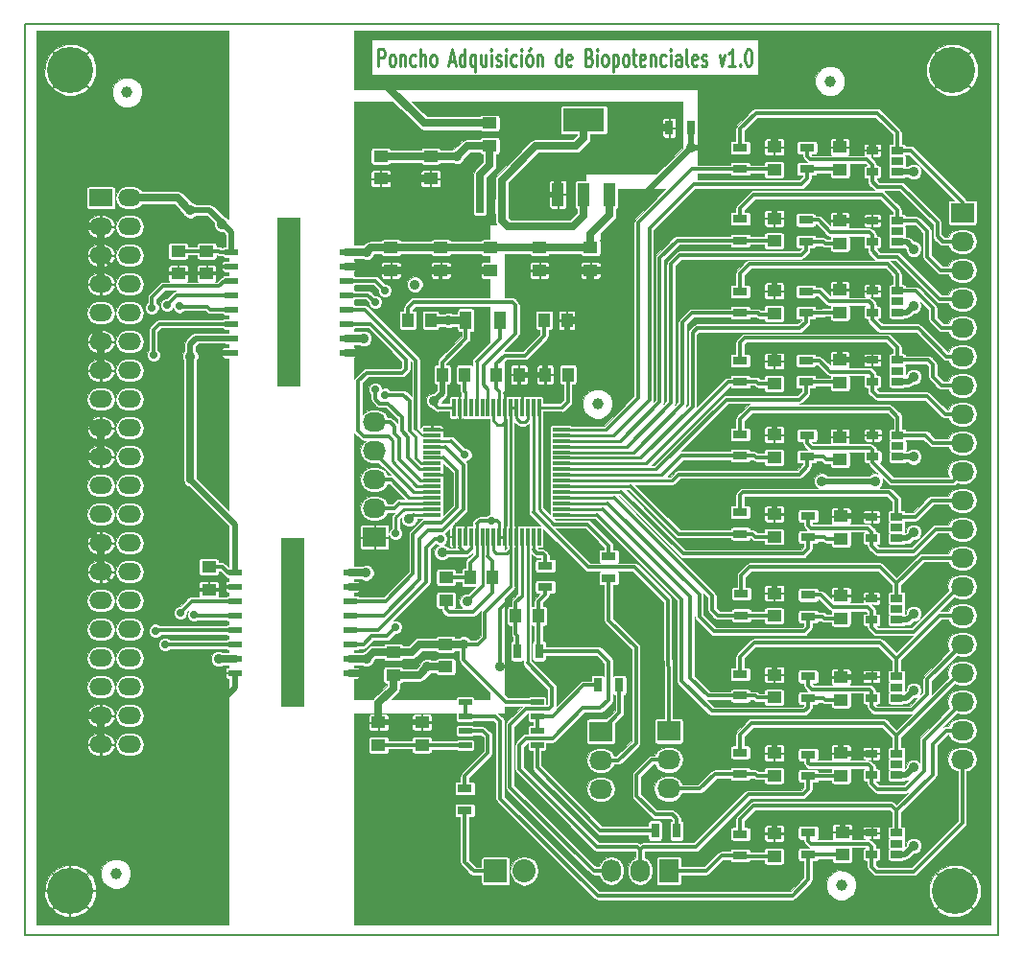
<source format=gbr>
G04 #@! TF.FileFunction,Copper,L1,Top,Signal*
%FSLAX46Y46*%
G04 Gerber Fmt 4.6, Leading zero omitted, Abs format (unit mm)*
G04 Created by KiCad (PCBNEW 4.0.2-stable) date 30/10/2016 11:04:25*
%MOMM*%
G01*
G04 APERTURE LIST*
%ADD10C,0.100000*%
%ADD11C,0.150000*%
%ADD12C,0.254000*%
%ADD13R,2.000000X15.000000*%
%ADD14R,2.000000X1.524000*%
%ADD15O,2.000000X1.524000*%
%ADD16R,2.032000X1.727200*%
%ADD17O,2.032000X1.727200*%
%ADD18R,1.143000X0.508000*%
%ADD19R,0.700000X1.300000*%
%ADD20R,1.500000X0.300000*%
%ADD21R,0.300000X1.500000*%
%ADD22R,1.250000X1.000000*%
%ADD23R,1.000000X1.250000*%
%ADD24R,1.300000X0.700000*%
%ADD25R,1.060000X0.650000*%
%ADD26R,3.657600X2.032000*%
%ADD27R,1.016000X2.032000*%
%ADD28R,1.000000X1.600000*%
%ADD29R,1.727200X2.032000*%
%ADD30O,1.727200X2.032000*%
%ADD31R,2.032000X2.032000*%
%ADD32O,2.032000X2.032000*%
%ADD33C,1.000000*%
%ADD34C,4.064000*%
%ADD35C,0.900000*%
%ADD36C,0.700000*%
%ADD37C,0.300000*%
%ADD38C,0.250000*%
%ADD39C,0.200000*%
%ADD40C,0.500000*%
%ADD41C,0.700000*%
G04 APERTURE END LIST*
D10*
D11*
X1666666Y0D02*
G75*
G03X1666666Y0I-1666666J0D01*
G01*
X-2500000Y0D02*
X2500000Y0D01*
X0Y2500000D02*
X0Y-2500000D01*
X-3985000Y76580000D02*
X81880000Y76580000D01*
D12*
X27150478Y72810571D02*
X27150478Y74334571D01*
X27537525Y74334571D01*
X27634287Y74262000D01*
X27682668Y74189429D01*
X27731049Y74044286D01*
X27731049Y73826571D01*
X27682668Y73681429D01*
X27634287Y73608857D01*
X27537525Y73536286D01*
X27150478Y73536286D01*
X28311621Y72810571D02*
X28214859Y72883143D01*
X28166478Y72955714D01*
X28118097Y73100857D01*
X28118097Y73536286D01*
X28166478Y73681429D01*
X28214859Y73754000D01*
X28311621Y73826571D01*
X28456763Y73826571D01*
X28553525Y73754000D01*
X28601906Y73681429D01*
X28650287Y73536286D01*
X28650287Y73100857D01*
X28601906Y72955714D01*
X28553525Y72883143D01*
X28456763Y72810571D01*
X28311621Y72810571D01*
X29085716Y73826571D02*
X29085716Y72810571D01*
X29085716Y73681429D02*
X29134097Y73754000D01*
X29230859Y73826571D01*
X29376001Y73826571D01*
X29472763Y73754000D01*
X29521144Y73608857D01*
X29521144Y72810571D01*
X30440382Y72883143D02*
X30343620Y72810571D01*
X30150097Y72810571D01*
X30053335Y72883143D01*
X30004954Y72955714D01*
X29956573Y73100857D01*
X29956573Y73536286D01*
X30004954Y73681429D01*
X30053335Y73754000D01*
X30150097Y73826571D01*
X30343620Y73826571D01*
X30440382Y73754000D01*
X30875811Y72810571D02*
X30875811Y74334571D01*
X31311239Y72810571D02*
X31311239Y73608857D01*
X31262858Y73754000D01*
X31166096Y73826571D01*
X31020954Y73826571D01*
X30924192Y73754000D01*
X30875811Y73681429D01*
X31940192Y72810571D02*
X31843430Y72883143D01*
X31795049Y72955714D01*
X31746668Y73100857D01*
X31746668Y73536286D01*
X31795049Y73681429D01*
X31843430Y73754000D01*
X31940192Y73826571D01*
X32085334Y73826571D01*
X32182096Y73754000D01*
X32230477Y73681429D01*
X32278858Y73536286D01*
X32278858Y73100857D01*
X32230477Y72955714D01*
X32182096Y72883143D01*
X32085334Y72810571D01*
X31940192Y72810571D01*
X33440001Y73246000D02*
X33923810Y73246000D01*
X33343239Y72810571D02*
X33681906Y74334571D01*
X34020572Y72810571D01*
X34794667Y72810571D02*
X34794667Y74334571D01*
X34794667Y72883143D02*
X34697905Y72810571D01*
X34504382Y72810571D01*
X34407620Y72883143D01*
X34359239Y72955714D01*
X34310858Y73100857D01*
X34310858Y73536286D01*
X34359239Y73681429D01*
X34407620Y73754000D01*
X34504382Y73826571D01*
X34697905Y73826571D01*
X34794667Y73754000D01*
X35713905Y73826571D02*
X35713905Y72302571D01*
X35713905Y72883143D02*
X35617143Y72810571D01*
X35423620Y72810571D01*
X35326858Y72883143D01*
X35278477Y72955714D01*
X35230096Y73100857D01*
X35230096Y73536286D01*
X35278477Y73681429D01*
X35326858Y73754000D01*
X35423620Y73826571D01*
X35617143Y73826571D01*
X35713905Y73754000D01*
X36633143Y73826571D02*
X36633143Y72810571D01*
X36197715Y73826571D02*
X36197715Y73028286D01*
X36246096Y72883143D01*
X36342858Y72810571D01*
X36488000Y72810571D01*
X36584762Y72883143D01*
X36633143Y72955714D01*
X37116953Y72810571D02*
X37116953Y73826571D01*
X37116953Y74334571D02*
X37068572Y74262000D01*
X37116953Y74189429D01*
X37165334Y74262000D01*
X37116953Y74334571D01*
X37116953Y74189429D01*
X37552382Y72883143D02*
X37649144Y72810571D01*
X37842668Y72810571D01*
X37939429Y72883143D01*
X37987810Y73028286D01*
X37987810Y73100857D01*
X37939429Y73246000D01*
X37842668Y73318571D01*
X37697525Y73318571D01*
X37600763Y73391143D01*
X37552382Y73536286D01*
X37552382Y73608857D01*
X37600763Y73754000D01*
X37697525Y73826571D01*
X37842668Y73826571D01*
X37939429Y73754000D01*
X38423239Y72810571D02*
X38423239Y73826571D01*
X38423239Y74334571D02*
X38374858Y74262000D01*
X38423239Y74189429D01*
X38471620Y74262000D01*
X38423239Y74334571D01*
X38423239Y74189429D01*
X39342477Y72883143D02*
X39245715Y72810571D01*
X39052192Y72810571D01*
X38955430Y72883143D01*
X38907049Y72955714D01*
X38858668Y73100857D01*
X38858668Y73536286D01*
X38907049Y73681429D01*
X38955430Y73754000D01*
X39052192Y73826571D01*
X39245715Y73826571D01*
X39342477Y73754000D01*
X39777906Y72810571D02*
X39777906Y73826571D01*
X39777906Y74334571D02*
X39729525Y74262000D01*
X39777906Y74189429D01*
X39826287Y74262000D01*
X39777906Y74334571D01*
X39777906Y74189429D01*
X40406859Y72810571D02*
X40310097Y72883143D01*
X40261716Y72955714D01*
X40213335Y73100857D01*
X40213335Y73536286D01*
X40261716Y73681429D01*
X40310097Y73754000D01*
X40406859Y73826571D01*
X40552001Y73826571D01*
X40648763Y73754000D01*
X40697144Y73681429D01*
X40745525Y73536286D01*
X40745525Y73100857D01*
X40697144Y72955714D01*
X40648763Y72883143D01*
X40552001Y72810571D01*
X40406859Y72810571D01*
X40600382Y74407143D02*
X40455240Y74189429D01*
X41180954Y73826571D02*
X41180954Y72810571D01*
X41180954Y73681429D02*
X41229335Y73754000D01*
X41326097Y73826571D01*
X41471239Y73826571D01*
X41568001Y73754000D01*
X41616382Y73608857D01*
X41616382Y72810571D01*
X43309715Y72810571D02*
X43309715Y74334571D01*
X43309715Y72883143D02*
X43212953Y72810571D01*
X43019430Y72810571D01*
X42922668Y72883143D01*
X42874287Y72955714D01*
X42825906Y73100857D01*
X42825906Y73536286D01*
X42874287Y73681429D01*
X42922668Y73754000D01*
X43019430Y73826571D01*
X43212953Y73826571D01*
X43309715Y73754000D01*
X44180572Y72883143D02*
X44083810Y72810571D01*
X43890287Y72810571D01*
X43793525Y72883143D01*
X43745144Y73028286D01*
X43745144Y73608857D01*
X43793525Y73754000D01*
X43890287Y73826571D01*
X44083810Y73826571D01*
X44180572Y73754000D01*
X44228953Y73608857D01*
X44228953Y73463714D01*
X43745144Y73318571D01*
X45777143Y73608857D02*
X45922286Y73536286D01*
X45970667Y73463714D01*
X46019048Y73318571D01*
X46019048Y73100857D01*
X45970667Y72955714D01*
X45922286Y72883143D01*
X45825524Y72810571D01*
X45438477Y72810571D01*
X45438477Y74334571D01*
X45777143Y74334571D01*
X45873905Y74262000D01*
X45922286Y74189429D01*
X45970667Y74044286D01*
X45970667Y73899143D01*
X45922286Y73754000D01*
X45873905Y73681429D01*
X45777143Y73608857D01*
X45438477Y73608857D01*
X46454477Y72810571D02*
X46454477Y73826571D01*
X46454477Y74334571D02*
X46406096Y74262000D01*
X46454477Y74189429D01*
X46502858Y74262000D01*
X46454477Y74334571D01*
X46454477Y74189429D01*
X47083430Y72810571D02*
X46986668Y72883143D01*
X46938287Y72955714D01*
X46889906Y73100857D01*
X46889906Y73536286D01*
X46938287Y73681429D01*
X46986668Y73754000D01*
X47083430Y73826571D01*
X47228572Y73826571D01*
X47325334Y73754000D01*
X47373715Y73681429D01*
X47422096Y73536286D01*
X47422096Y73100857D01*
X47373715Y72955714D01*
X47325334Y72883143D01*
X47228572Y72810571D01*
X47083430Y72810571D01*
X47857525Y73826571D02*
X47857525Y72302571D01*
X47857525Y73754000D02*
X47954287Y73826571D01*
X48147810Y73826571D01*
X48244572Y73754000D01*
X48292953Y73681429D01*
X48341334Y73536286D01*
X48341334Y73100857D01*
X48292953Y72955714D01*
X48244572Y72883143D01*
X48147810Y72810571D01*
X47954287Y72810571D01*
X47857525Y72883143D01*
X48921906Y72810571D02*
X48825144Y72883143D01*
X48776763Y72955714D01*
X48728382Y73100857D01*
X48728382Y73536286D01*
X48776763Y73681429D01*
X48825144Y73754000D01*
X48921906Y73826571D01*
X49067048Y73826571D01*
X49163810Y73754000D01*
X49212191Y73681429D01*
X49260572Y73536286D01*
X49260572Y73100857D01*
X49212191Y72955714D01*
X49163810Y72883143D01*
X49067048Y72810571D01*
X48921906Y72810571D01*
X49550858Y73826571D02*
X49937906Y73826571D01*
X49696001Y74334571D02*
X49696001Y73028286D01*
X49744382Y72883143D01*
X49841144Y72810571D01*
X49937906Y72810571D01*
X50663619Y72883143D02*
X50566857Y72810571D01*
X50373334Y72810571D01*
X50276572Y72883143D01*
X50228191Y73028286D01*
X50228191Y73608857D01*
X50276572Y73754000D01*
X50373334Y73826571D01*
X50566857Y73826571D01*
X50663619Y73754000D01*
X50712000Y73608857D01*
X50712000Y73463714D01*
X50228191Y73318571D01*
X51147429Y73826571D02*
X51147429Y72810571D01*
X51147429Y73681429D02*
X51195810Y73754000D01*
X51292572Y73826571D01*
X51437714Y73826571D01*
X51534476Y73754000D01*
X51582857Y73608857D01*
X51582857Y72810571D01*
X52502095Y72883143D02*
X52405333Y72810571D01*
X52211810Y72810571D01*
X52115048Y72883143D01*
X52066667Y72955714D01*
X52018286Y73100857D01*
X52018286Y73536286D01*
X52066667Y73681429D01*
X52115048Y73754000D01*
X52211810Y73826571D01*
X52405333Y73826571D01*
X52502095Y73754000D01*
X52937524Y72810571D02*
X52937524Y73826571D01*
X52937524Y74334571D02*
X52889143Y74262000D01*
X52937524Y74189429D01*
X52985905Y74262000D01*
X52937524Y74334571D01*
X52937524Y74189429D01*
X53856762Y72810571D02*
X53856762Y73608857D01*
X53808381Y73754000D01*
X53711619Y73826571D01*
X53518096Y73826571D01*
X53421334Y73754000D01*
X53856762Y72883143D02*
X53760000Y72810571D01*
X53518096Y72810571D01*
X53421334Y72883143D01*
X53372953Y73028286D01*
X53372953Y73173429D01*
X53421334Y73318571D01*
X53518096Y73391143D01*
X53760000Y73391143D01*
X53856762Y73463714D01*
X54485715Y72810571D02*
X54388953Y72883143D01*
X54340572Y73028286D01*
X54340572Y74334571D01*
X55259809Y72883143D02*
X55163047Y72810571D01*
X54969524Y72810571D01*
X54872762Y72883143D01*
X54824381Y73028286D01*
X54824381Y73608857D01*
X54872762Y73754000D01*
X54969524Y73826571D01*
X55163047Y73826571D01*
X55259809Y73754000D01*
X55308190Y73608857D01*
X55308190Y73463714D01*
X54824381Y73318571D01*
X55695238Y72883143D02*
X55792000Y72810571D01*
X55985524Y72810571D01*
X56082285Y72883143D01*
X56130666Y73028286D01*
X56130666Y73100857D01*
X56082285Y73246000D01*
X55985524Y73318571D01*
X55840381Y73318571D01*
X55743619Y73391143D01*
X55695238Y73536286D01*
X55695238Y73608857D01*
X55743619Y73754000D01*
X55840381Y73826571D01*
X55985524Y73826571D01*
X56082285Y73754000D01*
X57243428Y73826571D02*
X57485333Y72810571D01*
X57727237Y73826571D01*
X58646475Y72810571D02*
X58065904Y72810571D01*
X58356190Y72810571D02*
X58356190Y74334571D01*
X58259428Y74116857D01*
X58162666Y73971714D01*
X58065904Y73899143D01*
X59081904Y72955714D02*
X59130285Y72883143D01*
X59081904Y72810571D01*
X59033523Y72883143D01*
X59081904Y72955714D01*
X59081904Y72810571D01*
X59759238Y74334571D02*
X59855999Y74334571D01*
X59952761Y74262000D01*
X60001142Y74189429D01*
X60049523Y74044286D01*
X60097904Y73754000D01*
X60097904Y73391143D01*
X60049523Y73100857D01*
X60001142Y72955714D01*
X59952761Y72883143D01*
X59855999Y72810571D01*
X59759238Y72810571D01*
X59662476Y72883143D01*
X59614095Y72955714D01*
X59565714Y73100857D01*
X59517333Y73391143D01*
X59517333Y73754000D01*
X59565714Y74044286D01*
X59614095Y74189429D01*
X59662476Y74262000D01*
X59759238Y74334571D01*
D11*
X-3985000Y76580000D02*
X-3985000Y-3920000D01*
X81875000Y-3920000D02*
X81875000Y76580000D01*
X-3990000Y-3920000D02*
X81875000Y-3920000D01*
D13*
X19580000Y23680000D03*
X19280000Y51980000D03*
D14*
X2680000Y61180000D03*
D15*
X5220000Y61180000D03*
X2680000Y58640000D03*
X5220000Y58640000D03*
X2680000Y56100000D03*
X5220000Y56100000D03*
X2680000Y53560000D03*
X5220000Y53560000D03*
X2680000Y51020000D03*
X5220000Y51020000D03*
X2680000Y48480000D03*
X5220000Y48480000D03*
X2680000Y45940000D03*
X5220000Y45940000D03*
X2680000Y43400000D03*
X5220000Y43400000D03*
X2680000Y40860000D03*
X5220000Y40860000D03*
X2680000Y38320000D03*
X5220000Y38320000D03*
X2680000Y35780000D03*
X5220000Y35780000D03*
X2680000Y33240000D03*
X5220000Y33240000D03*
X2680000Y30700000D03*
X5220000Y30700000D03*
X2680000Y28160000D03*
X5220000Y28160000D03*
X2680000Y25620000D03*
X5220000Y25620000D03*
X2680000Y23080000D03*
X5220000Y23080000D03*
X2680000Y20540000D03*
X5220000Y20540000D03*
X2680000Y18000000D03*
X5220000Y18000000D03*
X2680000Y15460000D03*
X5220000Y15460000D03*
X2680000Y12920000D03*
X5220000Y12920000D03*
D16*
X52770000Y14100000D03*
D17*
X52770000Y11560000D03*
X52770000Y9020000D03*
D18*
X41155000Y16685000D03*
X41155000Y15415000D03*
X41155000Y14145000D03*
X41155000Y12875000D03*
X34805000Y12875000D03*
X34805000Y14145000D03*
X34805000Y15415000D03*
X34805000Y16685000D03*
X14500000Y28125000D03*
X14500000Y26855000D03*
X14500000Y25585000D03*
X14500000Y24315000D03*
X14500000Y23045000D03*
X14500000Y21775000D03*
X14500000Y20505000D03*
X14500000Y19235000D03*
X24660000Y19235000D03*
X24660000Y20505000D03*
X24660000Y21775000D03*
X24660000Y23045000D03*
X24660000Y24315000D03*
X24660000Y25585000D03*
X24660000Y26855000D03*
X24660000Y28125000D03*
D19*
X36130000Y60480000D03*
X38030000Y60480000D03*
D18*
X14200000Y56425000D03*
X14200000Y55155000D03*
X14200000Y53885000D03*
X14200000Y52615000D03*
X14200000Y51345000D03*
X14200000Y50075000D03*
X14200000Y48805000D03*
X14200000Y47535000D03*
X24360000Y47535000D03*
X24360000Y48805000D03*
X24360000Y50075000D03*
X24360000Y51345000D03*
X24360000Y52615000D03*
X24360000Y53885000D03*
X24360000Y55155000D03*
X24360000Y56425000D03*
D20*
X43280000Y33230000D03*
X43280000Y33730000D03*
X43280000Y34230000D03*
X43280000Y34730000D03*
X43280000Y35230000D03*
X43280000Y35730000D03*
X43280000Y36230000D03*
X43280000Y36730000D03*
X43280000Y37230000D03*
X43280000Y37730000D03*
X43280000Y38230000D03*
X43280000Y38730000D03*
X43280000Y39230000D03*
X43280000Y39730000D03*
X43280000Y40230000D03*
X43280000Y40730000D03*
D21*
X41330000Y42680000D03*
X40830000Y42680000D03*
X40330000Y42680000D03*
X39830000Y42680000D03*
X39330000Y42680000D03*
X38830000Y42680000D03*
X38330000Y42680000D03*
X37830000Y42680000D03*
X37330000Y42680000D03*
X36830000Y42680000D03*
X36330000Y42680000D03*
X35830000Y42680000D03*
X35330000Y42680000D03*
X34830000Y42680000D03*
X34330000Y42680000D03*
X33830000Y42680000D03*
D20*
X31880000Y40730000D03*
X31880000Y40230000D03*
X31880000Y39730000D03*
X31880000Y39230000D03*
X31880000Y38730000D03*
X31880000Y38230000D03*
X31880000Y37730000D03*
X31880000Y37230000D03*
X31880000Y36730000D03*
X31880000Y36230000D03*
X31880000Y35730000D03*
X31880000Y35230000D03*
X31880000Y34730000D03*
X31880000Y34230000D03*
X31880000Y33730000D03*
X31880000Y33230000D03*
D21*
X33830000Y31280000D03*
X34330000Y31280000D03*
X34830000Y31280000D03*
X35330000Y31280000D03*
X35830000Y31280000D03*
X36330000Y31280000D03*
X36830000Y31280000D03*
X37330000Y31280000D03*
X37830000Y31280000D03*
X38330000Y31280000D03*
X38830000Y31280000D03*
X39330000Y31280000D03*
X39830000Y31280000D03*
X40330000Y31280000D03*
X40830000Y31280000D03*
X41330000Y31280000D03*
D22*
X62080000Y63680000D03*
X62080000Y65680000D03*
X67880000Y63680000D03*
X67880000Y65680000D03*
X62080000Y57380000D03*
X62080000Y59380000D03*
X67880000Y57180000D03*
X67880000Y59180000D03*
X62080000Y50980000D03*
X62080000Y52980000D03*
X67880000Y51080000D03*
X67880000Y53080000D03*
X62080000Y44780000D03*
X62080000Y46780000D03*
X67880000Y44880000D03*
X67880000Y46880000D03*
X62080000Y38280000D03*
X62080000Y40280000D03*
X67880000Y38080000D03*
X67880000Y40080000D03*
X62080000Y31280000D03*
X62080000Y33280000D03*
X67980000Y31080000D03*
X67980000Y33080000D03*
X62080000Y24280000D03*
X62080000Y26280000D03*
X67980000Y24080000D03*
X67980000Y26080000D03*
X62080000Y17080000D03*
X62080000Y19080000D03*
X67980000Y16880000D03*
X67980000Y18880000D03*
X62080000Y10180000D03*
X62080000Y12180000D03*
X67980000Y10180000D03*
X67980000Y12180000D03*
D23*
X41780000Y50380000D03*
X43780000Y50380000D03*
X37580000Y45580000D03*
X39580000Y45580000D03*
X29780000Y50380000D03*
X31780000Y50380000D03*
X34780000Y45580000D03*
X32780000Y45580000D03*
D22*
X33140000Y25680000D03*
X33140000Y27680000D03*
D23*
X37250000Y27680000D03*
X35250000Y27680000D03*
D22*
X27380000Y64880000D03*
X27380000Y62880000D03*
X31780000Y64880000D03*
X31780000Y62880000D03*
X41380000Y56780000D03*
X41380000Y54780000D03*
X45880000Y56780000D03*
X45880000Y54780000D03*
X28280000Y56780000D03*
X28280000Y54780000D03*
X32680000Y56780000D03*
X32680000Y54780000D03*
X37080000Y56780000D03*
X37080000Y54780000D03*
X36980000Y65780000D03*
X36980000Y67780000D03*
D24*
X59080000Y65630000D03*
X59080000Y63730000D03*
X64980000Y63730000D03*
X64980000Y65630000D03*
X59080000Y57430000D03*
X59080000Y59330000D03*
X64880000Y57330000D03*
X64880000Y59230000D03*
X59080000Y52930000D03*
X59080000Y51030000D03*
X64880000Y51030000D03*
X64880000Y52930000D03*
X59080000Y44930000D03*
X59080000Y46830000D03*
X64880000Y44930000D03*
X64880000Y46830000D03*
X59080000Y40330000D03*
X59080000Y38430000D03*
X64980000Y38330000D03*
X64980000Y40230000D03*
X59080000Y31530000D03*
X59080000Y33430000D03*
X65080000Y31230000D03*
X65080000Y33130000D03*
X59180000Y26230000D03*
X59180000Y24330000D03*
X65080000Y24230000D03*
X65080000Y26130000D03*
X59080000Y17230000D03*
X59080000Y19130000D03*
X65080000Y17030000D03*
X65080000Y18930000D03*
X59080000Y12230000D03*
X59080000Y10330000D03*
X65080000Y10130000D03*
X65080000Y12030000D03*
D25*
X72930000Y63480000D03*
X72930000Y64430000D03*
X72930000Y65380000D03*
X70730000Y65380000D03*
X70730000Y63480000D03*
X72930000Y57280000D03*
X72930000Y58230000D03*
X72930000Y59180000D03*
X70730000Y59180000D03*
X70730000Y57280000D03*
X72930000Y51080000D03*
X72930000Y52030000D03*
X72930000Y52980000D03*
X70730000Y52980000D03*
X70730000Y51080000D03*
X72930000Y44980000D03*
X72930000Y45930000D03*
X72930000Y46880000D03*
X70730000Y46880000D03*
X70730000Y44980000D03*
X72980000Y38330000D03*
X72980000Y39280000D03*
X72980000Y40230000D03*
X70780000Y40230000D03*
X70780000Y38330000D03*
X72880000Y31130000D03*
X72880000Y32080000D03*
X72880000Y33030000D03*
X70680000Y33030000D03*
X70680000Y31130000D03*
X72880000Y23930000D03*
X72880000Y24880000D03*
X72880000Y25830000D03*
X70680000Y25830000D03*
X70680000Y23930000D03*
X72880000Y17030000D03*
X72880000Y17980000D03*
X72880000Y18930000D03*
X70680000Y18930000D03*
X70680000Y17030000D03*
X72880000Y10230000D03*
X72880000Y11180000D03*
X72880000Y12130000D03*
X70680000Y12130000D03*
X70680000Y10230000D03*
D26*
X45280000Y68082000D03*
D27*
X45280000Y61478000D03*
X47566000Y61478000D03*
X42994000Y61478000D03*
D28*
X37880000Y50380000D03*
X34880000Y50380000D03*
D23*
X41280000Y24280000D03*
X39280000Y24280000D03*
D22*
X33080000Y21780000D03*
X33080000Y19780000D03*
X27180000Y12880000D03*
X27180000Y14880000D03*
D23*
X43880000Y45580000D03*
X41880000Y45580000D03*
D22*
X28480000Y21080000D03*
X28480000Y19080000D03*
X31000000Y12900000D03*
X31000000Y14900000D03*
D29*
X52780000Y1780000D03*
D30*
X50240000Y1780000D03*
X47700000Y1780000D03*
D31*
X37510000Y1750000D03*
D32*
X40050000Y1750000D03*
D16*
X46780000Y14080000D03*
D17*
X46780000Y11540000D03*
X46780000Y9000000D03*
D24*
X41880000Y26830000D03*
X41880000Y28730000D03*
D19*
X41330000Y21180000D03*
X39430000Y21180000D03*
D24*
X34780000Y9030000D03*
X34780000Y7130000D03*
X47480000Y27630000D03*
X47480000Y29530000D03*
D19*
X46530000Y18180000D03*
X48430000Y18180000D03*
X53470000Y5320000D03*
X51570000Y5320000D03*
D22*
X68080000Y3180000D03*
X68080000Y5180000D03*
X62080000Y3080000D03*
X62080000Y5080000D03*
D24*
X65080000Y5130000D03*
X65080000Y3230000D03*
X59080000Y5030000D03*
X59080000Y3130000D03*
D16*
X78680000Y59880000D03*
D17*
X78680000Y57340000D03*
X78680000Y54800000D03*
X78680000Y52260000D03*
X78680000Y49720000D03*
X78680000Y47180000D03*
X78680000Y44640000D03*
X78680000Y42100000D03*
X78680000Y39560000D03*
X78680000Y37020000D03*
X78680000Y34480000D03*
X78680000Y31940000D03*
X78680000Y29400000D03*
X78680000Y26860000D03*
X78680000Y24320000D03*
X78680000Y21780000D03*
X78680000Y19240000D03*
X78680000Y16700000D03*
X78680000Y14160000D03*
X78680000Y11620000D03*
D25*
X72880000Y3230000D03*
X72880000Y4180000D03*
X72880000Y5130000D03*
X70680000Y5130000D03*
X70680000Y3230000D03*
D19*
X54730000Y67380000D03*
X52830000Y67380000D03*
D22*
X12000000Y56500000D03*
X12000000Y54500000D03*
X9500000Y56500000D03*
X9500000Y54500000D03*
X12200000Y28600000D03*
X12200000Y26600000D03*
D33*
X5000000Y70500000D03*
X67000000Y71500000D03*
X4000000Y1500000D03*
X68000000Y500000D03*
D34*
X77800000Y72500000D03*
X78000000Y0D03*
X0Y72500000D03*
X0Y0D03*
D33*
X46500000Y43000000D03*
D16*
X26820000Y31230000D03*
D17*
X26820000Y33770000D03*
X26820000Y36310000D03*
X26820000Y38850000D03*
X26820000Y41390000D03*
D35*
X74250000Y0D03*
X69900000Y-1500000D03*
X66100000Y-1500000D03*
X63400000Y-1500000D03*
X38800000Y-1500000D03*
X36000000Y-900000D03*
X30900000Y1100000D03*
X32880000Y3080000D03*
X30880000Y5080000D03*
X26880000Y5080000D03*
X28880000Y7080000D03*
X32880000Y7080000D03*
X30880000Y9080000D03*
X26880000Y9080000D03*
X28880000Y3080000D03*
X26880000Y1080000D03*
X28900000Y-900000D03*
X32900000Y-900000D03*
X72700000Y-1500000D03*
X71250000Y0D03*
X57500000Y71500000D03*
X54730000Y65610000D03*
X65000000Y71500000D03*
X75500000Y69500000D03*
X71500000Y73500000D03*
X67000000Y73500000D03*
X69500000Y71500000D03*
X73500000Y71500000D03*
X77500000Y67500000D03*
X63000000Y73500000D03*
X61000000Y71500000D03*
X54500000Y71500000D03*
X48500000Y71500000D03*
X45500000Y71500000D03*
X39500000Y71500000D03*
X33500000Y71500000D03*
X27500000Y71500000D03*
X30500000Y71500000D03*
X36500000Y71500000D03*
X42500000Y71500000D03*
X51500000Y71500000D03*
X79500000Y69500000D03*
X75500000Y65500000D03*
X79500000Y65500000D03*
X77500000Y63500000D03*
X56900000Y40800000D03*
X54000000Y32500000D03*
X57000000Y32500000D03*
X55500000Y34000000D03*
X52500000Y34000000D03*
X55500000Y39500000D03*
X57000000Y35500000D03*
X54000000Y35500000D03*
X56900000Y48300000D03*
X56900000Y46000000D03*
X48880000Y47580000D03*
X47380000Y46080000D03*
X47380000Y51080000D03*
X47380000Y49080000D03*
X45880000Y47580000D03*
X57000000Y59500000D03*
X52380000Y58080000D03*
X49010000Y58080000D03*
X54000000Y59500000D03*
X55500000Y61000000D03*
X55880000Y55080000D03*
X57380000Y53580000D03*
X54380000Y53580000D03*
X55880000Y52080000D03*
X44880000Y28100000D03*
X55500000Y28500000D03*
X49000000Y25000000D03*
X46380000Y24080000D03*
X51000000Y25000000D03*
X57500000Y28500000D03*
X57380000Y21580000D03*
X63680000Y27540000D03*
X33330000Y50380000D03*
X30390000Y53550000D03*
D36*
X40040000Y35210000D03*
X37160000Y32680000D03*
D35*
X44880000Y25580000D03*
X43380000Y24080000D03*
X44880000Y22580000D03*
X45180000Y30930000D03*
X55880000Y20080000D03*
X55880000Y21580000D03*
X57380000Y20080000D03*
X57380000Y18580000D03*
X42880000Y19580000D03*
X45880000Y19580000D03*
D36*
X39050000Y44150000D03*
D35*
X32080000Y43280000D03*
X37880000Y19780000D03*
X31480000Y19780000D03*
X69480000Y67630000D03*
X69480000Y54330000D03*
X69480000Y27560000D03*
X69490000Y20790000D03*
X69480000Y13840000D03*
X69480000Y6600000D03*
X69480000Y41590000D03*
X69480000Y59180000D03*
X69480000Y33080000D03*
X69480000Y46880000D03*
D36*
X27770000Y43810000D03*
X27760000Y53020000D03*
X26880000Y51980000D03*
X26880000Y44280000D03*
X28680000Y23280000D03*
X28680000Y31550000D03*
D35*
X34680000Y21780000D03*
X34990000Y25550000D03*
X26105000Y20505000D03*
X26080000Y28080000D03*
X26145000Y56425000D03*
X25880000Y48780000D03*
X32780000Y29880000D03*
X29890000Y32840000D03*
X70990000Y36180000D03*
X66280000Y36180000D03*
X34080000Y64890000D03*
X74380000Y63500000D03*
X74390000Y38330000D03*
X74380000Y56680000D03*
X74380000Y51680000D03*
X74380000Y45380000D03*
X74380000Y31680000D03*
X74380000Y24480000D03*
X74380000Y17680000D03*
X74380000Y10880000D03*
X74380000Y3980000D03*
D36*
X32680000Y31080000D03*
X34800000Y38500000D03*
D35*
X13080000Y20480000D03*
X13380000Y58880000D03*
X10580000Y60080000D03*
X10580000Y47180000D03*
X10000000Y9500000D03*
X6000000Y9500000D03*
X2000000Y9500000D03*
X0Y7500000D03*
X4000000Y7500000D03*
X8000000Y7500000D03*
X12000000Y7500000D03*
X2000000Y5500000D03*
X6000000Y5500000D03*
X10000000Y5500000D03*
X0Y3500000D03*
X12000000Y3500000D03*
X8000000Y3500000D03*
X4000000Y3500000D03*
X6000000Y1500000D03*
X10000000Y1500000D03*
X12000000Y-500000D03*
X8000000Y-500000D03*
X4000000Y-500000D03*
X3000000Y74500000D03*
X3000000Y70500000D03*
X11000000Y74500000D03*
X11000000Y66500000D03*
X7000000Y66500000D03*
X3000000Y66500000D03*
X-1000000Y66500000D03*
X1000000Y68500000D03*
X5000000Y68500000D03*
X9000000Y68500000D03*
X11000000Y70500000D03*
X7000000Y70500000D03*
X9000000Y72500000D03*
X7000000Y74500000D03*
X5000000Y72500000D03*
X11980000Y47530000D03*
X11960000Y17040000D03*
D36*
X7200000Y51500000D03*
X8500000Y51720000D03*
X9610000Y51610000D03*
X7300000Y47300000D03*
X9680000Y24580000D03*
X10880000Y24380000D03*
X7480000Y22980000D03*
X8380000Y21780000D03*
D35*
X32000000Y23500000D03*
X30500000Y23500000D03*
X30500000Y25000000D03*
X33500000Y23500000D03*
X31400000Y18000000D03*
X29050000Y44790000D03*
X26450000Y19240000D03*
X27550000Y26860000D03*
X40150000Y61490000D03*
X28580000Y46580000D03*
X30300000Y48480000D03*
X32380000Y60580000D03*
X34950000Y54780000D03*
X28380000Y60580000D03*
X26380000Y58580000D03*
X30380000Y58580000D03*
X30380000Y54780000D03*
X28380000Y58580000D03*
X26380000Y60580000D03*
X30380000Y60580000D03*
X32380000Y58580000D03*
D36*
X33340000Y34760000D03*
X35320000Y33510000D03*
D35*
X29480000Y62880000D03*
X32100000Y47210000D03*
D37*
X59080000Y63730000D02*
X54830000Y63730000D01*
X54830000Y63730000D02*
X50080000Y58980000D01*
X50080000Y58980000D02*
X50080000Y43480000D01*
X50080000Y43480000D02*
X47330000Y40730000D01*
D38*
X47330000Y40730000D02*
X43280000Y40730000D01*
D37*
X59080000Y63730000D02*
X62030000Y63730000D01*
D39*
X62030000Y63730000D02*
X62080000Y63680000D01*
D38*
X43280000Y40230000D02*
X47930000Y40230000D01*
D37*
X64980000Y62880000D02*
X64980000Y63730000D01*
X64480000Y62380000D02*
X64980000Y62880000D01*
X54980000Y62380000D02*
X64480000Y62380000D01*
X51080000Y58480000D02*
X54980000Y62380000D01*
X51080000Y43380000D02*
X51080000Y58480000D01*
X47930000Y40230000D02*
X51080000Y43380000D01*
X64980000Y63730000D02*
X67830000Y63730000D01*
D39*
X67830000Y63730000D02*
X67880000Y63680000D01*
D37*
X59080000Y57430000D02*
X62030000Y57430000D01*
D39*
X62030000Y57430000D02*
X62080000Y57380000D01*
D38*
X43280000Y39730000D02*
X48530000Y39730000D01*
D37*
X53530000Y57430000D02*
X59080000Y57430000D01*
X51980000Y55880000D02*
X53530000Y57430000D01*
X51980000Y43180000D02*
X51980000Y55880000D01*
X48530000Y39730000D02*
X51980000Y43180000D01*
X64880000Y57330000D02*
X64880000Y56580000D01*
X64880000Y56580000D02*
X64440000Y56140000D01*
X64440000Y56140000D02*
X53740000Y56140000D01*
X53740000Y56140000D02*
X52980000Y55380000D01*
X52980000Y55380000D02*
X52980000Y43080000D01*
X52980000Y43080000D02*
X49130000Y39230000D01*
D38*
X49130000Y39230000D02*
X43280000Y39230000D01*
D37*
X64880000Y57330000D02*
X66430000Y57330000D01*
X66580000Y57180000D02*
X67880000Y57180000D01*
X66430000Y57330000D02*
X66580000Y57180000D01*
X59080000Y51030000D02*
X60630000Y51030000D01*
X60780000Y50880000D02*
X61980000Y50880000D01*
X60630000Y51030000D02*
X60780000Y50880000D01*
D39*
X61980000Y50880000D02*
X62080000Y50980000D01*
D38*
X43280000Y38730000D02*
X49730000Y38730000D01*
D37*
X54830000Y51030000D02*
X59080000Y51030000D01*
X53980000Y50180000D02*
X54830000Y51030000D01*
X53980000Y42980000D02*
X53980000Y50180000D01*
X49730000Y38730000D02*
X53980000Y42980000D01*
X64880000Y51030000D02*
X64880000Y50220000D01*
X64880000Y50220000D02*
X64340000Y49680000D01*
D38*
X50330000Y38230000D02*
X43280000Y38230000D01*
D37*
X54880000Y42780000D02*
X50330000Y38230000D01*
X54880000Y49280000D02*
X54880000Y42780000D01*
X55280000Y49680000D02*
X54880000Y49280000D01*
X64340000Y49680000D02*
X55280000Y49680000D01*
X64880000Y51030000D02*
X66430000Y51030000D01*
X66480000Y51080000D02*
X67880000Y51080000D01*
X66430000Y51030000D02*
X66480000Y51080000D01*
X62080000Y44780000D02*
X60680000Y44780000D01*
X60480000Y44980000D02*
X59130000Y44980000D01*
X60680000Y44780000D02*
X60480000Y44980000D01*
D39*
X59130000Y44980000D02*
X59080000Y44930000D01*
D38*
X43280000Y37730000D02*
X50830000Y37730000D01*
D37*
X58030000Y44930000D02*
X59080000Y44930000D01*
X50830000Y37730000D02*
X58030000Y44930000D01*
X64880000Y44930000D02*
X64880000Y43980000D01*
D38*
X51730000Y37230000D02*
X43280000Y37230000D01*
D37*
X57880000Y43380000D02*
X51730000Y37230000D01*
X64280000Y43380000D02*
X57880000Y43380000D01*
X64880000Y43980000D02*
X64280000Y43380000D01*
X64880000Y44930000D02*
X67830000Y44930000D01*
D39*
X67830000Y44930000D02*
X67880000Y44880000D01*
D37*
X59080000Y38430000D02*
X60330000Y38430000D01*
X60480000Y38280000D02*
X62080000Y38280000D01*
X60330000Y38430000D02*
X60480000Y38280000D01*
D38*
X43280000Y36730000D02*
X52230000Y36730000D01*
D37*
X53930000Y38430000D02*
X59080000Y38430000D01*
X52230000Y36730000D02*
X53930000Y38430000D01*
X64980000Y38330000D02*
X64980000Y37480000D01*
D38*
X53130000Y36230000D02*
X43280000Y36230000D01*
D37*
X53680000Y36780000D02*
X53130000Y36230000D01*
X64280000Y36780000D02*
X53680000Y36780000D01*
X64980000Y37480000D02*
X64280000Y36780000D01*
X67880000Y38080000D02*
X66680000Y38080000D01*
X66430000Y38330000D02*
X64980000Y38330000D01*
X66680000Y38080000D02*
X66430000Y38330000D01*
X59080000Y31530000D02*
X60130000Y31530000D01*
X60380000Y31280000D02*
X62080000Y31280000D01*
X60130000Y31530000D02*
X60380000Y31280000D01*
D38*
X43280000Y35730000D02*
X49430000Y35730000D01*
D37*
X53630000Y31530000D02*
X59080000Y31530000D01*
X49430000Y35730000D02*
X53630000Y31530000D01*
D38*
X43280000Y35230000D02*
X48600000Y35230000D01*
D37*
X65080000Y30230000D02*
X65080000Y31230000D01*
X64630000Y29780000D02*
X65080000Y30230000D01*
X54050000Y29780000D02*
X64630000Y29780000D01*
X48600000Y35230000D02*
X54050000Y29780000D01*
X67980000Y31080000D02*
X66680000Y31080000D01*
X66530000Y31230000D02*
X65080000Y31230000D01*
X66680000Y31080000D02*
X66530000Y31230000D01*
X59180000Y24330000D02*
X62030000Y24330000D01*
D39*
X62030000Y24330000D02*
X62080000Y24280000D01*
D38*
X43280000Y34730000D02*
X47930000Y34730000D01*
D37*
X57100000Y24330000D02*
X59180000Y24330000D01*
X56610000Y24820000D02*
X57100000Y24330000D01*
X56610000Y26050000D02*
X56610000Y24820000D01*
X47930000Y34730000D02*
X56610000Y26050000D01*
D38*
X43280000Y34230000D02*
X47390000Y34230000D01*
D37*
X65080000Y23280000D02*
X65080000Y24230000D01*
X64720000Y22920000D02*
X65080000Y23280000D01*
X56790000Y22920000D02*
X64720000Y22920000D01*
X55480000Y24230000D02*
X56790000Y22920000D01*
X55480000Y26140000D02*
X55480000Y24230000D01*
X47390000Y34230000D02*
X55480000Y26140000D01*
X66330000Y24230000D02*
X66480000Y24080000D01*
X66480000Y24080000D02*
X67980000Y24080000D01*
X65080000Y24230000D02*
X66330000Y24230000D01*
D38*
X43280000Y33730000D02*
X46930000Y33730000D01*
D37*
X56230000Y17230000D02*
X59080000Y17230000D01*
X54680000Y18780000D02*
X56230000Y17230000D01*
X54680000Y25980000D02*
X54680000Y18780000D01*
X46930000Y33730000D02*
X54680000Y25980000D01*
X59080000Y17230000D02*
X60430000Y17230000D01*
X60580000Y17080000D02*
X62080000Y17080000D01*
X60430000Y17230000D02*
X60580000Y17080000D01*
X65080000Y17030000D02*
X65080000Y16210000D01*
X64750000Y15880000D02*
X56580000Y15880000D01*
X56580000Y15880000D02*
X53880000Y18580000D01*
X53880000Y18580000D02*
X53880000Y25780000D01*
X53880000Y25780000D02*
X46430000Y33230000D01*
D38*
X46430000Y33230000D02*
X43280000Y33230000D01*
D37*
X65080000Y16210000D02*
X64750000Y15880000D01*
X65080000Y17030000D02*
X66430000Y17030000D01*
X66580000Y16880000D02*
X67980000Y16880000D01*
X66430000Y17030000D02*
X66580000Y16880000D01*
X59080000Y10330000D02*
X56840000Y10330000D01*
X55530000Y9020000D02*
X52770000Y9020000D01*
X56840000Y10330000D02*
X55530000Y9020000D01*
X62080000Y10180000D02*
X60580000Y10180000D01*
X60580000Y10180000D02*
X60430000Y10330000D01*
X60430000Y10330000D02*
X59080000Y10330000D01*
X41780000Y50380000D02*
X41780000Y48980000D01*
X37580000Y46580000D02*
X37580000Y45580000D01*
X38280000Y47280000D02*
X37580000Y46580000D01*
X40080000Y47280000D02*
X38280000Y47280000D01*
X41780000Y48980000D02*
X40080000Y47280000D01*
X37580000Y45580000D02*
X37580000Y44380000D01*
D38*
X37830000Y44130000D02*
X37830000Y42680000D01*
D37*
X37580000Y44380000D02*
X37830000Y44130000D01*
D40*
X72700000Y-1500000D02*
X69900000Y-1500000D01*
X37400000Y-900000D02*
X38000000Y-1500000D01*
X38000000Y-1500000D02*
X38800000Y-1500000D01*
X38800000Y-1500000D02*
X63400000Y-1500000D01*
X63400000Y-1500000D02*
X66100000Y-1500000D01*
X32900000Y-900000D02*
X36000000Y-900000D01*
X36000000Y-900000D02*
X37400000Y-900000D01*
X69900000Y-1500000D02*
X66100000Y-1500000D01*
X54730000Y65610000D02*
X56110000Y65610000D01*
D41*
X57500000Y67000000D02*
X57500000Y71500000D01*
D40*
X56110000Y65610000D02*
X57500000Y67000000D01*
X49010000Y59890000D02*
X49010000Y58080000D01*
X49010000Y59890000D02*
X54730000Y65610000D01*
X54730000Y67380000D02*
X54730000Y65610000D01*
D41*
X30500000Y71500000D02*
X27500000Y71500000D01*
X31220000Y67780000D02*
X27500000Y71500000D01*
X31220000Y67780000D02*
X36980000Y67780000D01*
D40*
X47380000Y51080000D02*
X45880000Y51080000D01*
X44880000Y28100000D02*
X44900000Y28100000D01*
D37*
X35250000Y27680000D02*
X33140000Y27680000D01*
D38*
X35830000Y31280000D02*
X35830000Y29550000D01*
D37*
X35250000Y28970000D02*
X35250000Y27680000D01*
X35830000Y29550000D02*
X35250000Y28970000D01*
X32780000Y45580000D02*
X32780000Y46690000D01*
X34880000Y48790000D02*
X34880000Y50380000D01*
X32780000Y46690000D02*
X34880000Y48790000D01*
D40*
X43780000Y50380000D02*
X43780000Y48920000D01*
X41880000Y47020000D02*
X41880000Y45580000D01*
X43780000Y48920000D02*
X41880000Y47020000D01*
D41*
X41380000Y54780000D02*
X45880000Y54780000D01*
D38*
X40040000Y35210000D02*
X40030000Y35200000D01*
D37*
X40030000Y35200000D02*
X40030000Y34340000D01*
X40030000Y34340000D02*
X39330000Y33640000D01*
D38*
X39330000Y33640000D02*
X39330000Y31280000D01*
D40*
X27180000Y14880000D02*
X30980000Y14880000D01*
X30980000Y14880000D02*
X31000000Y14900000D01*
D38*
X39830000Y43890000D02*
X39830000Y42680000D01*
D37*
X39570000Y44150000D02*
X39830000Y43890000D01*
D38*
X39580000Y44150000D02*
X39570000Y44150000D01*
D41*
X48320000Y54780000D02*
X45880000Y54780000D01*
X49010000Y58080000D02*
X49010000Y55470000D01*
X49010000Y55470000D02*
X48320000Y54780000D01*
D37*
X39580000Y45580000D02*
X39580000Y44150000D01*
D38*
X38330000Y42680000D02*
X38330000Y43980000D01*
D37*
X38500000Y44150000D02*
X39050000Y44150000D01*
X38330000Y43980000D02*
X38500000Y44150000D01*
X39050000Y44150000D02*
X39580000Y44150000D01*
X32080000Y43280000D02*
X32080000Y42980000D01*
D38*
X32380000Y42680000D02*
X33830000Y42680000D01*
D37*
X32080000Y42980000D02*
X32380000Y42680000D01*
D40*
X32780000Y43980000D02*
X32780000Y45580000D01*
X32080000Y43280000D02*
X32780000Y43980000D01*
X41880000Y45580000D02*
X39580000Y45580000D01*
D38*
X35830000Y31280000D02*
X35830000Y32430000D01*
D37*
X35830000Y32430000D02*
X36080000Y32680000D01*
X36080000Y32680000D02*
X37160000Y32680000D01*
D38*
X37830000Y32480000D02*
X37830000Y31280000D01*
D37*
X37160000Y32680000D02*
X37630000Y32680000D01*
X37630000Y32680000D02*
X37830000Y32480000D01*
D38*
X39330000Y31280000D02*
X39330000Y26330000D01*
D37*
X37880000Y24880000D02*
X37880000Y19780000D01*
X39330000Y26330000D02*
X37880000Y24880000D01*
D41*
X28480000Y19080000D02*
X28480000Y17880000D01*
X27180000Y16580000D02*
X27180000Y14880000D01*
X28480000Y17880000D02*
X27180000Y16580000D01*
D38*
X37330000Y42680000D02*
X37330000Y41530000D01*
X38080000Y41180000D02*
X38330000Y41430000D01*
X37680000Y41180000D02*
X38080000Y41180000D01*
X37330000Y41530000D02*
X37680000Y41180000D01*
X38330000Y42680000D02*
X38330000Y41430000D01*
X38330000Y41430000D02*
X38330000Y31280000D01*
D41*
X33080000Y19780000D02*
X31480000Y19780000D01*
X30780000Y19080000D02*
X28480000Y19080000D01*
X31480000Y19780000D02*
X30780000Y19080000D01*
X43780000Y50380000D02*
X45230000Y50380000D01*
X45880000Y51030000D02*
X45880000Y51080000D01*
X45880000Y51080000D02*
X45880000Y54780000D01*
X45230000Y50380000D02*
X45880000Y51030000D01*
X34880000Y50380000D02*
X33330000Y50380000D01*
X33330000Y50380000D02*
X31780000Y50380000D01*
D39*
X32780000Y45580000D02*
X32780000Y45080000D01*
D38*
X37830000Y31280000D02*
X38330000Y31280000D01*
D41*
X70730000Y65380000D02*
X70730000Y67280000D01*
X70380000Y67630000D02*
X69480000Y67630000D01*
X70730000Y67280000D02*
X70380000Y67630000D01*
X68610000Y67620000D02*
X67880000Y66890000D01*
X69470000Y67620000D02*
X68610000Y67620000D01*
X69480000Y67630000D02*
X69470000Y67620000D01*
D40*
X67880000Y53960000D02*
X68250000Y54330000D01*
X68250000Y54330000D02*
X69480000Y54330000D01*
X70730000Y52980000D02*
X70730000Y53790000D01*
X70190000Y54330000D02*
X69480000Y54330000D01*
X70730000Y53790000D02*
X70190000Y54330000D01*
X70680000Y25830000D02*
X70680000Y27210000D01*
X70330000Y27560000D02*
X69480000Y27560000D01*
X70680000Y27210000D02*
X70330000Y27560000D01*
X67980000Y27150000D02*
X68390000Y27560000D01*
X68390000Y27560000D02*
X69480000Y27560000D01*
X67980000Y20330000D02*
X68440000Y20790000D01*
X68440000Y20790000D02*
X69490000Y20790000D01*
X67980000Y13310000D02*
X68510000Y13840000D01*
X68510000Y13840000D02*
X69480000Y13840000D01*
D41*
X69480000Y6600000D02*
X69460000Y6580000D01*
D40*
X69460000Y6580000D02*
X68620000Y6580000D01*
X68620000Y6580000D02*
X68080000Y6040000D01*
X62080000Y19080000D02*
X62080000Y19970000D01*
X67980000Y20330000D02*
X67980000Y18880000D01*
X67510000Y20800000D02*
X67980000Y20330000D01*
X62910000Y20800000D02*
X67510000Y20800000D01*
X62080000Y19970000D02*
X62910000Y20800000D01*
X62080000Y5080000D02*
X62080000Y6070000D01*
X62080000Y6070000D02*
X62610000Y6600000D01*
X62610000Y6600000D02*
X67570000Y6600000D01*
X67570000Y6600000D02*
X68080000Y6090000D01*
X68080000Y6090000D02*
X68080000Y6040000D01*
X68080000Y6040000D02*
X68080000Y5180000D01*
X62080000Y12180000D02*
X62080000Y13240000D01*
X67980000Y13310000D02*
X67980000Y13270000D01*
X67980000Y13270000D02*
X67980000Y12180000D01*
X67450000Y13840000D02*
X67980000Y13310000D01*
X62680000Y13840000D02*
X67450000Y13840000D01*
X62080000Y13240000D02*
X62680000Y13840000D01*
X62080000Y26280000D02*
X62080000Y27210000D01*
X62080000Y27210000D02*
X62410000Y27540000D01*
X62410000Y27540000D02*
X63680000Y27540000D01*
X67980000Y27150000D02*
X67980000Y26080000D01*
X67590000Y27540000D02*
X67980000Y27150000D01*
X63680000Y27540000D02*
X67590000Y27540000D01*
X67980000Y33080000D02*
X67980000Y34080000D01*
X62080000Y34080000D02*
X62080000Y33280000D01*
X62520000Y34520000D02*
X62080000Y34080000D01*
X67540000Y34520000D02*
X62520000Y34520000D01*
X67980000Y34080000D02*
X67540000Y34520000D01*
X69480000Y41590000D02*
X68230000Y41590000D01*
X68230000Y41590000D02*
X67880000Y41240000D01*
X70780000Y40230000D02*
X70780000Y41170000D01*
X70780000Y41170000D02*
X70360000Y41590000D01*
X70360000Y41590000D02*
X69480000Y41590000D01*
X62080000Y40280000D02*
X62080000Y41240000D01*
X62080000Y41240000D02*
X62430000Y41590000D01*
X62430000Y41590000D02*
X67530000Y41590000D01*
X67530000Y41590000D02*
X67880000Y41240000D01*
X67880000Y41240000D02*
X67880000Y40080000D01*
X62080000Y46780000D02*
X62080000Y47629998D01*
X67880000Y47670000D02*
X67880000Y46880000D01*
X67420000Y48130000D02*
X67880000Y47670000D01*
X62580002Y48130000D02*
X67420000Y48130000D01*
X62080000Y47629998D02*
X62580002Y48130000D01*
X62080000Y52980000D02*
X62080000Y53820000D01*
X67880000Y53960000D02*
X67880000Y53080000D01*
X67400002Y54439998D02*
X67880000Y53960000D01*
X62699998Y54439998D02*
X67400002Y54439998D01*
X62080000Y53820000D02*
X62699998Y54439998D01*
X62080000Y59380000D02*
X62080000Y60380000D01*
X67880000Y60280000D02*
X67880000Y59180000D01*
X67480000Y60680000D02*
X67880000Y60280000D01*
X62380000Y60680000D02*
X67480000Y60680000D01*
X62080000Y60380000D02*
X62380000Y60680000D01*
D41*
X62080000Y65680000D02*
X62080000Y66940000D01*
X67140000Y67630000D02*
X67880000Y66890000D01*
X62770000Y67630000D02*
X67140000Y67630000D01*
X62080000Y66940000D02*
X62770000Y67630000D01*
X67880000Y66890000D02*
X67880000Y65680000D01*
D40*
X70730000Y59180000D02*
X70680000Y59180000D01*
X70680000Y5130000D02*
X68130000Y5130000D01*
D39*
X68130000Y5130000D02*
X68080000Y5180000D01*
D40*
X70680000Y12130000D02*
X68030000Y12130000D01*
D39*
X68030000Y12130000D02*
X67980000Y12180000D01*
D40*
X67980000Y18880000D02*
X70630000Y18880000D01*
D39*
X70630000Y18880000D02*
X70680000Y18930000D01*
D40*
X67980000Y33080000D02*
X69480000Y33080000D01*
X69480000Y33080000D02*
X70630000Y33080000D01*
X70630000Y33080000D02*
X70680000Y33030000D01*
X67880000Y46880000D02*
X69480000Y46880000D01*
X69480000Y46880000D02*
X70730000Y46880000D01*
X67880000Y59180000D02*
X69480000Y59180000D01*
X69480000Y59180000D02*
X70730000Y59180000D01*
D38*
X36830000Y42680000D02*
X36830000Y44290000D01*
D37*
X29780000Y51510000D02*
X29780000Y50380000D01*
X30270000Y52000000D02*
X29780000Y51510000D01*
X38960000Y52000000D02*
X30270000Y52000000D01*
X39260000Y51700000D02*
X38960000Y52000000D01*
X39260000Y49220000D02*
X39260000Y51700000D01*
X36430000Y46390000D02*
X39260000Y49220000D01*
X36430000Y44690000D02*
X36430000Y46390000D01*
X36830000Y44290000D02*
X36430000Y44690000D01*
X37880000Y50380000D02*
X37880000Y48780000D01*
D38*
X35830000Y46730000D02*
X35830000Y42680000D01*
D37*
X37880000Y48780000D02*
X35830000Y46730000D01*
X34780000Y45580000D02*
X34780000Y44080000D01*
D38*
X34830000Y44030000D02*
X34830000Y42680000D01*
D37*
X34780000Y44080000D02*
X34830000Y44030000D01*
X33140000Y25680000D02*
X33140000Y24860000D01*
X37250000Y26370000D02*
X37250000Y27680000D01*
X35490000Y24610000D02*
X37250000Y26370000D01*
X33390000Y24610000D02*
X35490000Y24610000D01*
X33140000Y24860000D02*
X33390000Y24610000D01*
X37250000Y27680000D02*
X37250000Y29140000D01*
D38*
X36830000Y29560000D02*
X36830000Y31280000D01*
D37*
X37250000Y29140000D02*
X36830000Y29560000D01*
X59080000Y65630000D02*
X59080000Y67280000D01*
X72930000Y66930000D02*
X72930000Y65380000D01*
X71180000Y68680000D02*
X72930000Y66930000D01*
X60480000Y68680000D02*
X71180000Y68680000D01*
X59080000Y67280000D02*
X60480000Y68680000D01*
D39*
X59080000Y65630000D02*
X59080000Y65680000D01*
D37*
X78680000Y59880000D02*
X78680000Y60820000D01*
X78680000Y60820000D02*
X74120000Y65380000D01*
X74120000Y65380000D02*
X72930000Y65380000D01*
X70730000Y63480000D02*
X70730000Y64130000D01*
X64980000Y64880000D02*
X64980000Y65630000D01*
X65280000Y64580000D02*
X64980000Y64880000D01*
X70280000Y64580000D02*
X65280000Y64580000D01*
X70730000Y64130000D02*
X70280000Y64580000D01*
X70730000Y63480000D02*
X70730000Y62630000D01*
X76940000Y57340000D02*
X78680000Y57340000D01*
X76480000Y57800000D02*
X76940000Y57340000D01*
X76480000Y58980000D02*
X76480000Y57800000D01*
X73280000Y62180000D02*
X76480000Y58980000D01*
X71180000Y62180000D02*
X73280000Y62180000D01*
X70730000Y62630000D02*
X71180000Y62180000D01*
X59080000Y59330000D02*
X59080000Y60280000D01*
X72930000Y60130000D02*
X72930000Y59180000D01*
X71580000Y61480000D02*
X72930000Y60130000D01*
X60280000Y61480000D02*
X71580000Y61480000D01*
X59080000Y60280000D02*
X60280000Y61480000D01*
X72930000Y59180000D02*
X74680000Y59180000D01*
X76760000Y54800000D02*
X78680000Y54800000D01*
X75580000Y55980000D02*
X76760000Y54800000D01*
X75580000Y58280000D02*
X75580000Y55980000D01*
X74680000Y59180000D02*
X75580000Y58280000D01*
X70730000Y57280000D02*
X70730000Y57930000D01*
X65980000Y59230000D02*
X64880000Y59230000D01*
X67060000Y58150000D02*
X65980000Y59230000D01*
X70510000Y58150000D02*
X67060000Y58150000D01*
X70730000Y57930000D02*
X70510000Y58150000D01*
X70730000Y57280000D02*
X70730000Y56520000D01*
X76660000Y52260000D02*
X78680000Y52260000D01*
X72930000Y55990000D02*
X76660000Y52260000D01*
X71260000Y55990000D02*
X72930000Y55990000D01*
X70730000Y56520000D02*
X71260000Y55990000D01*
X59080000Y52930000D02*
X59080000Y54530000D01*
X72930000Y54460000D02*
X72930000Y52980000D01*
X72060000Y55330000D02*
X72930000Y54460000D01*
X59880000Y55330000D02*
X72060000Y55330000D01*
X59080000Y54530000D02*
X59880000Y55330000D01*
X72930000Y52980000D02*
X74580000Y52980000D01*
X76840000Y49720000D02*
X78680000Y49720000D01*
X76080000Y50480000D02*
X76840000Y49720000D01*
X76080000Y51480000D02*
X76080000Y50480000D01*
X74580000Y52980000D02*
X76080000Y51480000D01*
X70730000Y51080000D02*
X70730000Y51760000D01*
X66070000Y52930000D02*
X64880000Y52930000D01*
X66970000Y52030000D02*
X66070000Y52930000D01*
X70460000Y52030000D02*
X66970000Y52030000D01*
X70730000Y51760000D02*
X70460000Y52030000D01*
X70730000Y51080000D02*
X70730000Y50430000D01*
X77280000Y47180000D02*
X78680000Y47180000D01*
X74780000Y49680000D02*
X77280000Y47180000D01*
X71480000Y49680000D02*
X74780000Y49680000D01*
X70730000Y50430000D02*
X71480000Y49680000D01*
X59080000Y46830000D02*
X59080000Y48420000D01*
X72930000Y47980000D02*
X72930000Y46880000D01*
X72080000Y48830000D02*
X72930000Y47980000D01*
X59490000Y48830000D02*
X72080000Y48830000D01*
X59080000Y48420000D02*
X59490000Y48830000D01*
X72930000Y46880000D02*
X75680000Y46880000D01*
X76820000Y44640000D02*
X78680000Y44640000D01*
X76080000Y45380000D02*
X76820000Y44640000D01*
X76080000Y46480000D02*
X76080000Y45380000D01*
X75680000Y46880000D02*
X76080000Y46480000D01*
X64880000Y46830000D02*
X66060000Y46830000D01*
X70730000Y45580000D02*
X70730000Y44980000D01*
X70470000Y45840000D02*
X70730000Y45580000D01*
X67050000Y45840000D02*
X70470000Y45840000D01*
X66060000Y46830000D02*
X67050000Y45840000D01*
X70730000Y44980000D02*
X70730000Y44130000D01*
X77160000Y42100000D02*
X78680000Y42100000D01*
X75580000Y43680000D02*
X77160000Y42100000D01*
X71180000Y43680000D02*
X75580000Y43680000D01*
X70730000Y44130000D02*
X71180000Y43680000D01*
X59080000Y40330000D02*
X59080000Y41690000D01*
X72980000Y41840000D02*
X72980000Y40230000D01*
X72230000Y42590000D02*
X72980000Y41840000D01*
X59980000Y42590000D02*
X72230000Y42590000D01*
X59080000Y41690000D02*
X59980000Y42590000D01*
X72980000Y40230000D02*
X75430000Y40230000D01*
X76100000Y39560000D02*
X78680000Y39560000D01*
X75430000Y40230000D02*
X76100000Y39560000D01*
X64980000Y40230000D02*
X64980000Y39510000D01*
X70780000Y38910000D02*
X70780000Y38330000D01*
X70580000Y39110000D02*
X70780000Y38910000D01*
X65380000Y39110000D02*
X70580000Y39110000D01*
X64980000Y39510000D02*
X65380000Y39110000D01*
X70780000Y38330000D02*
X70780000Y37830000D01*
X77840000Y36180000D02*
X78680000Y37020000D01*
X72430000Y36180000D02*
X77840000Y36180000D01*
X70780000Y37830000D02*
X72430000Y36180000D01*
X72880000Y33030000D02*
X72880000Y34520000D01*
X59080000Y34960000D02*
X59080000Y33430000D01*
X59310000Y35190000D02*
X59080000Y34960000D01*
X72210000Y35190000D02*
X59310000Y35190000D01*
X72880000Y34520000D02*
X72210000Y35190000D01*
X72880000Y33030000D02*
X74530000Y33030000D01*
X75980000Y34480000D02*
X78680000Y34480000D01*
X74530000Y33030000D02*
X75980000Y34480000D01*
X70680000Y31130000D02*
X70680000Y31690000D01*
X65080000Y32250000D02*
X65080000Y33130000D01*
X65290000Y32040000D02*
X65080000Y32250000D01*
X70330000Y32040000D02*
X65290000Y32040000D01*
X70680000Y31690000D02*
X70330000Y32040000D01*
X70680000Y31130000D02*
X70680000Y30460000D01*
X76340000Y31940000D02*
X78680000Y31940000D01*
X74380000Y29980000D02*
X76340000Y31940000D01*
X71160000Y29980000D02*
X74380000Y29980000D01*
X70680000Y30460000D02*
X71160000Y29980000D01*
D39*
X70680000Y31130000D02*
X70680000Y31380000D01*
D37*
X59180000Y26230000D02*
X59180000Y27850000D01*
X71410000Y28610000D02*
X72880000Y27140000D01*
X59940000Y28610000D02*
X71410000Y28610000D01*
X59180000Y27850000D02*
X59940000Y28610000D01*
X78680000Y29400000D02*
X75140000Y29400000D01*
X72880000Y27140000D02*
X72880000Y25830000D01*
X75140000Y29400000D02*
X72880000Y27140000D01*
X65080000Y26130000D02*
X66190000Y26130000D01*
X70680000Y24730000D02*
X70680000Y23930000D01*
X70340000Y25070000D02*
X70680000Y24730000D01*
X67250000Y25070000D02*
X70340000Y25070000D01*
X66190000Y26130000D02*
X67250000Y25070000D01*
X70680000Y23930000D02*
X70680000Y23280000D01*
X74380000Y22880000D02*
X78360000Y26860000D01*
X71080000Y22880000D02*
X74380000Y22880000D01*
X70680000Y23280000D02*
X71080000Y22880000D01*
D39*
X78360000Y26860000D02*
X78680000Y26860000D01*
D37*
X78680000Y24320000D02*
X76700000Y24320000D01*
X76700000Y24320000D02*
X72880000Y20500000D01*
X59080000Y19130000D02*
X59080000Y20700000D01*
X72880000Y20500000D02*
X72880000Y18930000D01*
X71460000Y21920000D02*
X72880000Y20500000D01*
X60300000Y21920000D02*
X71460000Y21920000D01*
X59080000Y20700000D02*
X60300000Y21920000D01*
D39*
X72880000Y18930000D02*
X73290000Y18930000D01*
D37*
X70680000Y17030000D02*
X70680000Y17610000D01*
X65080000Y18110000D02*
X65080000Y18930000D01*
X65390000Y17800000D02*
X65080000Y18110000D01*
X70490000Y17800000D02*
X65390000Y17800000D01*
X70680000Y17610000D02*
X70490000Y17800000D01*
X70680000Y17030000D02*
X70680000Y16280000D01*
X75580000Y18680000D02*
X78680000Y21780000D01*
X75580000Y17380000D02*
X75580000Y18680000D01*
X74180000Y15980000D02*
X75580000Y17380000D01*
X70980000Y15980000D02*
X74180000Y15980000D01*
X70680000Y16280000D02*
X70980000Y15980000D01*
D39*
X65080000Y18930000D02*
X65430000Y18930000D01*
D37*
X59080000Y12230000D02*
X59080000Y13810000D01*
X71730000Y14830000D02*
X72880000Y13680000D01*
X60100000Y14830000D02*
X71730000Y14830000D01*
X59080000Y13810000D02*
X60100000Y14830000D01*
D39*
X78680000Y19240000D02*
X78440000Y19240000D01*
D37*
X78440000Y19240000D02*
X72880000Y13680000D01*
X72880000Y13680000D02*
X72880000Y12130000D01*
X65080000Y12030000D02*
X65080000Y11290000D01*
X70680000Y10890000D02*
X70680000Y10230000D01*
X70410000Y11160000D02*
X70680000Y10890000D01*
X65210000Y11160000D02*
X70410000Y11160000D01*
X65080000Y11290000D02*
X65210000Y11160000D01*
D39*
X70680000Y10230000D02*
X70430000Y10230000D01*
D37*
X70680000Y10230000D02*
X70680000Y9480000D01*
X75280000Y13300000D02*
X78680000Y16700000D01*
X75280000Y10580000D02*
X75280000Y13300000D01*
X73680000Y8980000D02*
X75280000Y10580000D01*
X71180000Y8980000D02*
X73680000Y8980000D01*
X70680000Y9480000D02*
X71180000Y8980000D01*
D38*
X31880000Y34230000D02*
X29020000Y34230000D01*
D37*
X28560000Y33770000D02*
X26820000Y33770000D01*
X29020000Y34230000D02*
X28560000Y33770000D01*
D38*
X31880000Y34730000D02*
X29870000Y34730000D01*
D37*
X28290000Y36310000D02*
X26820000Y36310000D01*
X29870000Y34730000D02*
X28290000Y36310000D01*
D38*
X26820000Y38850000D02*
X26820000Y38680000D01*
D37*
X26820000Y38680000D02*
X30270000Y35230000D01*
D38*
X30270000Y35230000D02*
X31880000Y35230000D01*
D39*
X31880000Y40230000D02*
X31055688Y40230000D01*
D37*
X25915000Y51345000D02*
X24360000Y51345000D01*
X30480000Y46780000D02*
X25915000Y51345000D01*
X30480000Y40805688D02*
X30480000Y46780000D01*
D39*
X31055688Y40230000D02*
X30480000Y40805688D01*
D37*
X24660000Y25585000D02*
X27785000Y25585000D01*
D38*
X32930000Y38230000D02*
X31880000Y38230000D01*
D37*
X34110000Y37050000D02*
X32930000Y38230000D01*
X34110000Y33890000D02*
X34110000Y37050000D01*
X32700000Y32480000D02*
X34110000Y33890000D01*
X31220000Y32480000D02*
X32700000Y32480000D01*
X30220000Y31480000D02*
X31220000Y32480000D01*
X30220000Y28020000D02*
X30220000Y31480000D01*
X27785000Y25585000D02*
X30220000Y28020000D01*
D38*
X30460000Y40080000D02*
X29910000Y40630000D01*
X30930000Y37730000D02*
X30460000Y38200000D01*
X30460000Y38200000D02*
X30460000Y40080000D01*
D37*
X27760000Y53020000D02*
X26895000Y53885000D01*
X24360000Y53885000D02*
X26895000Y53885000D01*
D38*
X30930000Y37730000D02*
X31880000Y37730000D01*
D37*
X29370000Y43810000D02*
X27770000Y43810000D01*
X29910000Y43270000D02*
X29370000Y43810000D01*
X29910000Y40630000D02*
X29910000Y43270000D01*
D38*
X31880000Y37230000D02*
X30750000Y37230000D01*
D37*
X26245000Y52615000D02*
X26880000Y51980000D01*
X26245000Y52615000D02*
X24360000Y52615000D01*
X26880000Y43430000D02*
X26880000Y44280000D01*
X27260000Y43050000D02*
X26880000Y43430000D01*
X27980000Y43050000D02*
X27260000Y43050000D01*
X29230000Y41800000D02*
X27980000Y43050000D01*
X29230000Y40600000D02*
X29230000Y41800000D01*
X29750000Y40080000D02*
X29230000Y40600000D01*
X29750000Y38230000D02*
X29750000Y40080000D01*
X30750000Y37230000D02*
X29750000Y38230000D01*
D38*
X31880000Y35730000D02*
X30570000Y35730000D01*
X30570000Y35730000D02*
X28400000Y37900000D01*
X28400000Y37900000D02*
X28400000Y39800000D01*
X28400000Y39800000D02*
X28060000Y40140000D01*
D37*
X28060000Y40140000D02*
X25860000Y40140000D01*
X25860000Y40140000D02*
X25400000Y40600000D01*
X25400000Y40600000D02*
X25400000Y45000000D01*
X25400000Y45000000D02*
X26150000Y45750000D01*
X26150000Y45750000D02*
X29250000Y45750000D01*
X29250000Y45750000D02*
X29580000Y46080000D01*
X29580000Y46080000D02*
X29580000Y46920000D01*
X29580000Y46920000D02*
X26425000Y50075000D01*
X26425000Y50075000D02*
X24360000Y50075000D01*
D38*
X31880000Y33730000D02*
X29430000Y33730000D01*
D37*
X25875000Y21775000D02*
X24660000Y21775000D01*
X26580000Y22480000D02*
X25875000Y21775000D01*
X27880000Y22480000D02*
X26580000Y22480000D01*
X28680000Y23280000D02*
X27880000Y22480000D01*
D38*
X28680000Y32980000D02*
X28680000Y31550000D01*
X29430000Y33730000D02*
X28680000Y32980000D01*
X36330000Y31280000D02*
X36330000Y26890000D01*
D37*
X34990000Y25550000D02*
X36330000Y26890000D01*
D39*
X26080000Y28080000D02*
X26035000Y28125000D01*
D41*
X26500000Y56780000D02*
X26145000Y56425000D01*
X25855000Y48805000D02*
X24360000Y48805000D01*
X25880000Y48780000D02*
X25855000Y48805000D01*
X47566000Y61478000D02*
X47566000Y59666000D01*
X45880000Y57980000D02*
X45880000Y56780000D01*
X47566000Y59666000D02*
X45880000Y57980000D01*
X28280000Y56780000D02*
X26500000Y56780000D01*
X26145000Y56425000D02*
X24360000Y56425000D01*
D37*
X34680000Y21780000D02*
X34680000Y20380000D01*
X38379998Y16680002D02*
X41155000Y16680002D01*
X34680000Y20380000D02*
X38379998Y16680002D01*
D40*
X41155000Y16680002D02*
X41155000Y16685000D01*
D38*
X37330000Y31280000D02*
X37330000Y30030000D01*
X38480000Y29780000D02*
X38830000Y30130000D01*
X37580000Y29780000D02*
X38480000Y29780000D01*
X37330000Y30030000D02*
X37580000Y29780000D01*
X38830000Y31280000D02*
X38830000Y30130000D01*
X38830000Y30130000D02*
X38830000Y26830000D01*
D37*
X35980000Y21780000D02*
X34680000Y21780000D01*
X36580000Y22380000D02*
X35980000Y21780000D01*
X36580000Y24580000D02*
X36580000Y22380000D01*
X38830000Y26830000D02*
X36580000Y24580000D01*
D41*
X24660000Y28125000D02*
X26035000Y28125000D01*
D38*
X40330000Y42680000D02*
X40330000Y41630000D01*
X39330000Y41730000D02*
X39330000Y42680000D01*
X39680000Y41380000D02*
X39330000Y41730000D01*
X40080000Y41380000D02*
X39680000Y41380000D01*
X40330000Y41630000D02*
X40080000Y41380000D01*
X38830000Y31280000D02*
X38830000Y42680000D01*
D41*
X33080000Y21780000D02*
X34680000Y21780000D01*
X28480000Y21080000D02*
X30080000Y21080000D01*
X30780000Y21780000D02*
X33080000Y21780000D01*
X30080000Y21080000D02*
X30780000Y21780000D01*
X26105000Y20505000D02*
X24660000Y20505000D01*
X32680000Y56780000D02*
X28280000Y56780000D01*
X32680000Y56780000D02*
X37080000Y56780000D01*
X37080000Y56780000D02*
X41380000Y56780000D01*
X41380000Y56780000D02*
X44180000Y56780000D01*
X44180000Y56780000D02*
X45880000Y56780000D01*
D38*
X38830000Y42680000D02*
X39330000Y42680000D01*
D41*
X28480000Y21080000D02*
X26680000Y21080000D01*
X26680000Y21080000D02*
X26105000Y20505000D01*
D39*
X50240000Y3640000D02*
X50220000Y3640000D01*
D37*
X46570000Y21180000D02*
X41330000Y21180000D01*
X47480000Y20270000D02*
X46570000Y21180000D01*
X47480000Y16880000D02*
X47480000Y20270000D01*
X46730000Y16130000D02*
X47480000Y16880000D01*
X45180000Y16130000D02*
X46730000Y16130000D01*
X42530000Y13480000D02*
X45180000Y16130000D01*
X40180000Y13480000D02*
X42530000Y13480000D01*
X39600000Y12900000D02*
X40180000Y13480000D01*
X39600000Y10760000D02*
X39600000Y12900000D01*
X46480000Y3880000D02*
X39600000Y10760000D01*
X49980000Y3880000D02*
X46480000Y3880000D01*
X50220000Y3640000D02*
X49980000Y3880000D01*
X41280000Y24280000D02*
X41280000Y21230000D01*
D39*
X41280000Y21230000D02*
X41330000Y21180000D01*
D37*
X65080000Y10130000D02*
X65080000Y8980000D01*
X50240000Y3640000D02*
X50240000Y1780000D01*
X50480000Y3880000D02*
X50240000Y3640000D01*
X55160000Y3880000D02*
X50480000Y3880000D01*
X59790000Y8510000D02*
X55160000Y3880000D01*
X64610000Y8510000D02*
X59790000Y8510000D01*
X65080000Y8980000D02*
X64610000Y8510000D01*
X41880000Y26830000D02*
X41880000Y26180000D01*
X41280000Y25580000D02*
X41280000Y24280000D01*
X41880000Y26180000D02*
X41280000Y25580000D01*
X65080000Y10130000D02*
X67930000Y10130000D01*
D39*
X67930000Y10130000D02*
X67980000Y10180000D01*
D38*
X31880000Y33230000D02*
X30280000Y33230000D01*
D37*
X30280000Y33230000D02*
X29890000Y32840000D01*
D40*
X70990000Y36180000D02*
X66280000Y36180000D01*
X34080000Y64890000D02*
X34080000Y64880000D01*
X74360000Y63480000D02*
X72930000Y63480000D01*
X74380000Y63500000D02*
X74360000Y63480000D01*
X72980000Y38330000D02*
X74390000Y38330000D01*
D38*
X34330000Y31280000D02*
X34330000Y30330000D01*
D37*
X34330000Y30330000D02*
X34780000Y29880000D01*
D38*
X35330000Y30230000D02*
X35330000Y31280000D01*
D37*
X34980000Y29880000D02*
X35330000Y30230000D01*
X32780000Y29880000D02*
X34780000Y29880000D01*
X34780000Y29880000D02*
X34980000Y29880000D01*
D41*
X36980000Y64080000D02*
X36980000Y65780000D01*
X31780000Y64880000D02*
X34080000Y64880000D01*
X34980000Y65780000D02*
X36980000Y65780000D01*
X34080000Y64880000D02*
X34980000Y65780000D01*
X27380000Y64880000D02*
X31780000Y64880000D01*
D40*
X72930000Y57280000D02*
X73780000Y57280000D01*
X73780000Y57280000D02*
X74380000Y56680000D01*
X72930000Y51080000D02*
X73780000Y51080000D01*
X73780000Y51080000D02*
X74380000Y51680000D01*
X72930000Y44980000D02*
X73980000Y44980000D01*
X73980000Y44980000D02*
X74380000Y45380000D01*
X72880000Y31130000D02*
X73830000Y31130000D01*
X73830000Y31130000D02*
X74380000Y31680000D01*
X72880000Y23930000D02*
X73830000Y23930000D01*
X73830000Y23930000D02*
X74380000Y24480000D01*
X72880000Y17030000D02*
X73730000Y17030000D01*
X73730000Y17030000D02*
X74380000Y17680000D01*
X72880000Y10230000D02*
X73730000Y10230000D01*
X73730000Y10230000D02*
X74380000Y10880000D01*
X73630000Y3230000D02*
X72880000Y3230000D01*
X74380000Y3980000D02*
X73630000Y3230000D01*
D41*
X36130000Y60480000D02*
X36130000Y63230000D01*
X36130000Y63230000D02*
X36980000Y64080000D01*
D38*
X40830000Y42680000D02*
X40830000Y33430000D01*
D37*
X52680000Y25680000D02*
X52770000Y14100000D01*
X49780000Y28580000D02*
X52680000Y25680000D01*
X45680000Y28580000D02*
X49780000Y28580000D01*
X40830000Y33430000D02*
X45680000Y28580000D01*
D38*
X31880000Y39730000D02*
X33570000Y39730000D01*
D37*
X31370000Y30320000D02*
X32130000Y31080000D01*
X32130000Y31080000D02*
X32680000Y31080000D01*
X27145000Y23045000D02*
X24660000Y23045000D01*
X31370000Y27270000D02*
X31370000Y30320000D01*
X27145000Y23045000D02*
X31370000Y27270000D01*
X33570000Y39730000D02*
X34800000Y38500000D01*
D39*
X24245000Y23045000D02*
X24660000Y23045000D01*
D37*
X39430000Y21180000D02*
X39430000Y22530000D01*
X39280000Y22680000D02*
X39280000Y24280000D01*
X39430000Y22530000D02*
X39280000Y22680000D01*
X39280000Y24280000D02*
X39280000Y25480000D01*
D38*
X39830000Y26030000D02*
X39830000Y31280000D01*
D37*
X39280000Y25480000D02*
X39830000Y26030000D01*
X47700000Y1780000D02*
X46180000Y1780000D01*
X40330000Y20130000D02*
X42480000Y17980000D01*
X42480000Y17980000D02*
X42480000Y16380000D01*
X42480000Y16380000D02*
X42180000Y16080000D01*
X42180000Y16080000D02*
X40180000Y16080000D01*
X40180000Y16080000D02*
X38780000Y14680000D01*
X38780000Y14680000D02*
X38780000Y9180000D01*
X38780000Y9180000D02*
X45780000Y2180000D01*
D38*
X40330000Y20130000D02*
X40330000Y31280000D01*
D37*
X46180000Y1780000D02*
X45780000Y2180000D01*
D38*
X40830000Y31280000D02*
X40830000Y30130000D01*
D37*
X41880000Y29600000D02*
X41880000Y28730000D01*
X41670000Y29810000D02*
X41880000Y29600000D01*
X41150000Y29810000D02*
X41670000Y29810000D01*
X40830000Y30130000D02*
X41150000Y29810000D01*
D40*
X14200000Y48805000D02*
X11095000Y48805000D01*
X10580000Y48290000D02*
X10580000Y47180000D01*
X11095000Y48805000D02*
X10580000Y48290000D01*
D37*
X14500000Y28125000D02*
X13875000Y28125000D01*
X13400000Y28600000D02*
X12200000Y28600000D01*
X13875000Y28125000D02*
X13400000Y28600000D01*
X9500000Y56500000D02*
X12000000Y56500000D01*
X12000000Y56500000D02*
X13100000Y56500000D01*
X13175000Y56425000D02*
X14200000Y56425000D01*
X13100000Y56500000D02*
X13175000Y56425000D01*
D41*
X13105000Y20505000D02*
X13080000Y20480000D01*
X14500000Y20505000D02*
X13105000Y20505000D01*
X13380000Y58880000D02*
X13430000Y58930000D01*
X13430000Y58930000D02*
X13380000Y58880000D01*
X13380000Y58880000D02*
X13380000Y58980000D01*
D40*
X10580000Y60080000D02*
X12280000Y60080000D01*
X14200000Y58160000D02*
X14200000Y56425000D01*
X13380000Y58980000D02*
X14200000Y58160000D01*
X12280000Y60080000D02*
X13380000Y58980000D01*
D41*
X10580000Y47180000D02*
X10580000Y36280000D01*
D40*
X10580000Y36280000D02*
X14500000Y32360000D01*
X14500000Y32360000D02*
X14500000Y28125000D01*
D41*
X10580000Y60080000D02*
X10562500Y60062500D01*
X10562500Y60062500D02*
X10580000Y60080000D01*
X10580000Y60080000D02*
X10580000Y60045000D01*
X9445000Y61180000D02*
X10580000Y60045000D01*
X5220000Y61180000D02*
X9445000Y61180000D01*
D37*
X14500000Y26855000D02*
X13455000Y26855000D01*
X13455000Y26855000D02*
X13200000Y26600000D01*
X13200000Y26600000D02*
X12200000Y26600000D01*
X12200000Y26600000D02*
X7300000Y26600000D01*
X3940000Y26900000D02*
X2680000Y28160000D01*
X7000000Y26900000D02*
X3940000Y26900000D01*
X7300000Y26600000D02*
X7000000Y26900000D01*
X9500000Y54500000D02*
X7100000Y54500000D01*
X3980000Y54800000D02*
X2680000Y56100000D01*
X6800000Y54800000D02*
X3980000Y54800000D01*
X7100000Y54500000D02*
X6800000Y54800000D01*
X9500000Y54500000D02*
X12000000Y54500000D01*
X12000000Y54500000D02*
X12800000Y54500000D01*
X13455000Y55155000D02*
X14200000Y55155000D01*
X12800000Y54500000D02*
X13455000Y55155000D01*
D41*
X2680000Y48480000D02*
X2680000Y48820000D01*
X2680000Y48820000D02*
X1750000Y49750000D01*
X1750000Y49750000D02*
X880000Y49750000D01*
X2680000Y30700000D02*
X2660000Y30700000D01*
X2660000Y30700000D02*
X680000Y32680000D01*
X2680000Y15460000D02*
X1500000Y15460000D01*
X1220000Y38320000D02*
X2680000Y38320000D01*
X680000Y37780000D02*
X1220000Y38320000D01*
X680000Y16280000D02*
X680000Y32680000D01*
X680000Y32680000D02*
X680000Y37780000D01*
X1500000Y15460000D02*
X680000Y16280000D01*
X2680000Y12920000D02*
X2680000Y15460000D01*
X2680000Y28160000D02*
X2680000Y30700000D01*
X2680000Y38320000D02*
X2680000Y40860000D01*
X2680000Y40860000D02*
X2200000Y40860000D01*
X2200000Y40860000D02*
X880000Y42180000D01*
X880000Y42180000D02*
X880000Y49750000D01*
X880000Y49750000D02*
X880000Y50080000D01*
X2680000Y48480000D02*
X2680000Y45940000D01*
X1440000Y58640000D02*
X880000Y58080000D01*
X880000Y58080000D02*
X880000Y50080000D01*
X2680000Y58640000D02*
X1440000Y58640000D01*
X2680000Y53560000D02*
X2680000Y56100000D01*
X2680000Y56100000D02*
X2680000Y58640000D01*
D40*
X14200000Y47535000D02*
X11985000Y47535000D01*
D41*
X11985000Y47535000D02*
X11980000Y47530000D01*
D40*
X11960000Y17040000D02*
X13630000Y17040000D01*
X13630000Y17040000D02*
X14500000Y17910000D01*
X14500000Y17910000D02*
X14500000Y19235000D01*
D37*
X34780000Y7130000D02*
X34780000Y2560000D01*
X35590000Y1750000D02*
X37510000Y1750000D01*
X34780000Y2560000D02*
X35590000Y1750000D01*
X48430000Y18180000D02*
X48430000Y15730000D01*
X48430000Y15730000D02*
X46780000Y14080000D01*
X47480000Y27630000D02*
X47480000Y23880000D01*
X48340000Y11540000D02*
X46780000Y11540000D01*
X49880000Y13080000D02*
X48340000Y11540000D01*
X49880000Y21480000D02*
X49880000Y13080000D01*
X47480000Y23880000D02*
X49880000Y21480000D01*
X52770000Y11560000D02*
X51260000Y11560000D01*
X51260000Y11560000D02*
X49940000Y10240000D01*
X49940000Y10240000D02*
X49940000Y8390000D01*
X49940000Y8390000D02*
X51570000Y6760000D01*
X51570000Y6760000D02*
X53100000Y6760000D01*
X53100000Y6760000D02*
X53470000Y6390000D01*
X53470000Y6390000D02*
X53470000Y5320000D01*
X34780000Y9030000D02*
X34780000Y10130000D01*
X36375000Y14145000D02*
X34805000Y14145000D01*
X36820000Y13700000D02*
X36375000Y14145000D01*
X36820000Y12170000D02*
X36820000Y13700000D01*
X34780000Y10130000D02*
X36820000Y12170000D01*
X41155000Y15415000D02*
X42515000Y15415000D01*
X45280000Y18180000D02*
X46530000Y18180000D01*
X42515000Y15415000D02*
X45280000Y18180000D01*
X41155000Y14145000D02*
X41155000Y15415000D01*
X41155000Y12875000D02*
X41155000Y10895000D01*
X41155000Y10895000D02*
X46730000Y5320000D01*
X46730000Y5320000D02*
X51570000Y5320000D01*
X65080000Y3230000D02*
X65080000Y980000D01*
X37445000Y15415000D02*
X34805000Y15415000D01*
X37910000Y14950000D02*
X37445000Y15415000D01*
X37910000Y8160000D02*
X37910000Y14950000D01*
X46490000Y-420000D02*
X37910000Y8160000D01*
X63680000Y-420000D02*
X46490000Y-420000D01*
X65080000Y980000D02*
X63680000Y-420000D01*
X34805000Y15415000D02*
X34805000Y16685000D01*
D39*
X65080000Y3230000D02*
X64530000Y3230000D01*
D37*
X68080000Y3180000D02*
X65130000Y3180000D01*
D39*
X65130000Y3180000D02*
X65080000Y3230000D01*
D37*
X24660000Y24315000D02*
X27615000Y24315000D01*
D38*
X33030000Y39230000D02*
X31880000Y39230000D01*
D37*
X34640000Y37620000D02*
X33030000Y39230000D01*
X34640000Y33710000D02*
X34640000Y37620000D01*
X32780000Y31850000D02*
X34640000Y33710000D01*
X31540000Y31850000D02*
X32780000Y31850000D01*
X30800000Y31110000D02*
X31540000Y31850000D01*
X30800000Y27500000D02*
X30800000Y31110000D01*
X27615000Y24315000D02*
X30800000Y27500000D01*
D39*
X24660000Y24315000D02*
X24145000Y24315000D01*
D37*
X31000000Y12900000D02*
X27200000Y12900000D01*
X27200000Y12900000D02*
X27180000Y12880000D01*
X34805000Y12875000D02*
X31025000Y12875000D01*
X31025000Y12875000D02*
X31000000Y12900000D01*
D39*
X31585000Y12875000D02*
X31580000Y12880000D01*
D37*
X52780000Y1780000D02*
X56080000Y1780000D01*
X57430000Y3130000D02*
X59080000Y3130000D01*
X56080000Y1780000D02*
X57430000Y3130000D01*
X62080000Y3080000D02*
X59130000Y3080000D01*
D39*
X59130000Y3080000D02*
X59080000Y3130000D01*
X62080000Y3080000D02*
X61980000Y3080000D01*
D37*
X59080000Y5030000D02*
X59080000Y6350000D01*
X72430000Y7530000D02*
X72880000Y7080000D01*
X60260000Y7530000D02*
X72430000Y7530000D01*
X59080000Y6350000D02*
X60260000Y7530000D01*
X72880000Y5130000D02*
X72880000Y7080000D01*
X77260000Y14160000D02*
X78680000Y14160000D01*
X76080000Y12980000D02*
X77260000Y14160000D01*
X76080000Y10280000D02*
X76080000Y12980000D01*
X72880000Y7080000D02*
X76080000Y10280000D01*
X70680000Y3230000D02*
X70680000Y2120000D01*
X78680000Y6030000D02*
X78680000Y11620000D01*
X74370000Y1720000D02*
X78680000Y6030000D01*
X71080000Y1720000D02*
X74370000Y1720000D01*
X70680000Y2120000D02*
X71080000Y1720000D01*
X65080000Y5130000D02*
X65080000Y4420000D01*
X70680000Y3870000D02*
X70680000Y3230000D01*
X70370000Y4180000D02*
X70680000Y3870000D01*
X65320000Y4180000D02*
X70370000Y4180000D01*
X65080000Y4420000D02*
X65320000Y4180000D01*
D41*
X38030000Y60480000D02*
X38030000Y59210000D01*
X45280000Y59630000D02*
X45280000Y61478000D01*
X44300000Y58650000D02*
X45280000Y59630000D01*
X38590000Y58650000D02*
X44300000Y58650000D01*
X38030000Y59210000D02*
X38590000Y58650000D01*
X38030000Y60480000D02*
X38030000Y62770000D01*
X45280000Y66480000D02*
X45280000Y68082000D01*
X44580000Y65780000D02*
X45280000Y66480000D01*
X41040000Y65780000D02*
X44580000Y65780000D01*
X38030000Y62770000D02*
X41040000Y65780000D01*
D37*
X14200000Y53885000D02*
X13585000Y53885000D01*
X7200000Y52400000D02*
X7200000Y51500000D01*
X8200000Y53400000D02*
X7200000Y52400000D01*
X13100000Y53400000D02*
X8200000Y53400000D01*
X13585000Y53885000D02*
X13100000Y53400000D01*
X14200000Y52615000D02*
X9395000Y52615000D01*
X9395000Y52615000D02*
X8500000Y51720000D01*
X12315000Y51345000D02*
X14200000Y51345000D01*
X12060000Y51600000D02*
X12315000Y51345000D01*
X9620000Y51600000D02*
X12060000Y51600000D01*
X9610000Y51610000D02*
X9620000Y51600000D01*
X14200000Y50075000D02*
X7875000Y50075000D01*
X7300000Y49500000D02*
X7300000Y47300000D01*
X7875000Y50075000D02*
X7300000Y49500000D01*
X14500000Y25585000D02*
X10685000Y25585000D01*
X10685000Y25585000D02*
X9680000Y24580000D01*
X10945000Y24315000D02*
X14500000Y24315000D01*
D39*
X10880000Y24380000D02*
X10945000Y24315000D01*
X14465000Y24280000D02*
X14500000Y24315000D01*
D37*
X7545000Y23045000D02*
X14500000Y23045000D01*
X7480000Y22980000D02*
X7545000Y23045000D01*
X8385000Y21775000D02*
X14500000Y21775000D01*
D39*
X8380000Y21780000D02*
X8385000Y21775000D01*
D38*
X41330000Y42680000D02*
X43380000Y42680000D01*
D37*
X43880000Y43180000D02*
X43880000Y45580000D01*
X43380000Y42680000D02*
X43880000Y43180000D01*
X47480000Y29530000D02*
X47480000Y30480000D01*
D38*
X41330000Y33710000D02*
X41330000Y42680000D01*
X42660000Y32380000D02*
X41330000Y33710000D01*
D37*
X45580000Y32380000D02*
X42660000Y32380000D01*
X47480000Y30480000D02*
X45580000Y32380000D01*
D41*
X24660000Y19235000D02*
X26445000Y19235000D01*
X26445000Y19235000D02*
X26450000Y19240000D01*
X24660000Y26855000D02*
X27545000Y26855000D01*
X27545000Y26855000D02*
X27550000Y26860000D01*
D40*
X42994000Y61478000D02*
X40162000Y61478000D01*
X40162000Y61478000D02*
X40150000Y61490000D01*
D37*
X30100000Y52690000D02*
X28480000Y51070000D01*
X32220000Y52690000D02*
X30100000Y52690000D01*
X32680000Y53150000D02*
X32220000Y52690000D01*
X32680000Y54780000D02*
X32680000Y53150000D01*
D41*
X26680000Y46580000D02*
X28580000Y46580000D01*
X25725000Y47535000D02*
X26680000Y46580000D01*
X25725000Y47535000D02*
X24360000Y47535000D01*
D37*
X28480000Y51070000D02*
X28480000Y49680000D01*
X28480000Y49680000D02*
X29680000Y48480000D01*
X29680000Y48480000D02*
X30300000Y48480000D01*
D41*
X42994000Y61478000D02*
X42994000Y63434000D01*
X42994000Y63434000D02*
X43950000Y64390000D01*
X43950000Y64390000D02*
X48650000Y64390000D01*
X48650000Y64390000D02*
X51640000Y67380000D01*
X51640000Y67380000D02*
X52830000Y67380000D01*
X28280000Y54780000D02*
X26380000Y54780000D01*
X26005000Y55155000D02*
X24360000Y55155000D01*
X26380000Y54780000D02*
X26005000Y55155000D01*
X32680000Y54780000D02*
X30380000Y54780000D01*
X30380000Y54780000D02*
X28280000Y54780000D01*
X32680000Y54780000D02*
X34950000Y54780000D01*
X34950000Y54780000D02*
X37080000Y54780000D01*
D39*
X24660000Y19235000D02*
X24935000Y19235000D01*
D38*
X31880000Y36730000D02*
X33080000Y36730000D01*
D37*
X33340000Y36470000D02*
X33340000Y34760000D01*
X33080000Y36730000D02*
X33340000Y36470000D01*
X35320000Y33510000D02*
X35320000Y33020000D01*
X35320000Y33020000D02*
X34700000Y32400000D01*
X35320000Y33510000D02*
X35742952Y33936630D01*
X35742952Y33936630D02*
X35728417Y38631583D01*
X33630000Y40730000D02*
X35728417Y38631583D01*
D38*
X33830000Y31280000D02*
X33830000Y32193602D01*
X34036398Y32400000D02*
X34700000Y32400000D01*
X33830000Y32193602D02*
X34036398Y32400000D01*
X34830000Y32270000D02*
X34830000Y31280000D01*
X34700000Y32400000D02*
X34830000Y32270000D01*
X31880000Y40730000D02*
X31880000Y41180000D01*
D37*
X31180000Y46280000D02*
X32100000Y47210000D01*
X31180000Y41880000D02*
X31180000Y46280000D01*
X31880000Y41180000D02*
X31180000Y41880000D01*
D39*
X31880000Y40730000D02*
X33630000Y40730000D01*
D38*
X34330000Y41430000D02*
X34330000Y42680000D01*
D37*
X33630000Y40730000D02*
X34330000Y41430000D01*
D41*
X31780000Y62880000D02*
X29480000Y62880000D01*
X29480000Y62880000D02*
X27380000Y62880000D01*
D38*
X31880000Y36230000D02*
X30880000Y36230000D01*
D37*
X28210000Y41390000D02*
X26820000Y41390000D01*
X28600000Y41000000D02*
X28210000Y41390000D01*
X28600000Y40400000D02*
X28600000Y41000000D01*
X29000000Y40000000D02*
X28600000Y40400000D01*
X29000000Y38110000D02*
X29000000Y40000000D01*
X30880000Y36230000D02*
X29000000Y38110000D01*
D10*
G36*
X13920000Y59329871D02*
X13777036Y59473085D01*
X13519850Y59579878D01*
X13487200Y59579906D01*
X12633553Y60433553D01*
X12471342Y60541940D01*
X12280000Y60580000D01*
X11069959Y60580000D01*
X10977036Y60673085D01*
X10719850Y60779878D01*
X10693627Y60779901D01*
X9869264Y61604264D01*
X9674610Y61734328D01*
X9445000Y61780000D01*
X6275317Y61780000D01*
X6198081Y61895592D01*
X5869765Y62114966D01*
X5482489Y62192000D01*
X4957511Y62192000D01*
X4570235Y62114966D01*
X4241919Y61895592D01*
X4022545Y61567276D01*
X3945511Y61180000D01*
X4022545Y60792724D01*
X4241919Y60464408D01*
X4570235Y60245034D01*
X4957511Y60168000D01*
X5482489Y60168000D01*
X5869765Y60245034D01*
X6198081Y60464408D01*
X6275317Y60580000D01*
X9196472Y60580000D01*
X9911409Y59865063D01*
X9986223Y59684000D01*
X10182964Y59486915D01*
X10440150Y59380122D01*
X10718628Y59379879D01*
X10976000Y59486223D01*
X11069941Y59580000D01*
X12072894Y59580000D01*
X12680081Y58972813D01*
X12679879Y58741372D01*
X12786223Y58484000D01*
X12982964Y58286915D01*
X13240150Y58180122D01*
X13472975Y58179919D01*
X13700000Y57952894D01*
X13700000Y56933897D01*
X13628500Y56933897D01*
X13535856Y56916465D01*
X13450768Y56861712D01*
X13425684Y56825000D01*
X13319751Y56825000D01*
X13253074Y56869552D01*
X13100000Y56900000D01*
X12879897Y56900000D01*
X12879897Y57000000D01*
X12862465Y57092644D01*
X12807712Y57177732D01*
X12724169Y57234815D01*
X12625000Y57254897D01*
X11375000Y57254897D01*
X11282356Y57237465D01*
X11197268Y57182712D01*
X11140185Y57099169D01*
X11120103Y57000000D01*
X11120103Y56900000D01*
X10379897Y56900000D01*
X10379897Y57000000D01*
X10362465Y57092644D01*
X10307712Y57177732D01*
X10224169Y57234815D01*
X10125000Y57254897D01*
X8875000Y57254897D01*
X8782356Y57237465D01*
X8697268Y57182712D01*
X8640185Y57099169D01*
X8620103Y57000000D01*
X8620103Y56000000D01*
X8637535Y55907356D01*
X8692288Y55822268D01*
X8775831Y55765185D01*
X8875000Y55745103D01*
X10125000Y55745103D01*
X10217644Y55762535D01*
X10302732Y55817288D01*
X10359815Y55900831D01*
X10379897Y56000000D01*
X10379897Y56100000D01*
X11120103Y56100000D01*
X11120103Y56000000D01*
X11137535Y55907356D01*
X11192288Y55822268D01*
X11275831Y55765185D01*
X11375000Y55745103D01*
X12625000Y55745103D01*
X12717644Y55762535D01*
X12802732Y55817288D01*
X12859815Y55900831D01*
X12879897Y56000000D01*
X12879897Y56100000D01*
X12955249Y56100000D01*
X13021926Y56055448D01*
X13175000Y56025000D01*
X13425369Y56025000D01*
X13445788Y55993268D01*
X13529331Y55936185D01*
X13628500Y55916103D01*
X13920000Y55916103D01*
X13920000Y55659000D01*
X13578772Y55659000D01*
X13486886Y55620940D01*
X13416560Y55550614D01*
X13378500Y55458728D01*
X13378500Y55267500D01*
X13441000Y55205000D01*
X13920000Y55205000D01*
X13920000Y55105000D01*
X13441000Y55105000D01*
X13378500Y55042500D01*
X13378500Y54851272D01*
X13416560Y54759386D01*
X13486886Y54689060D01*
X13578772Y54651000D01*
X13920000Y54651000D01*
X13920000Y54393897D01*
X13628500Y54393897D01*
X13535856Y54376465D01*
X13450768Y54321712D01*
X13393685Y54238169D01*
X13391538Y54227565D01*
X13302157Y54167843D01*
X13302155Y54167840D01*
X12934314Y53800000D01*
X12778554Y53800000D01*
X12836940Y53858386D01*
X12875000Y53950272D01*
X12875000Y54387500D01*
X12812500Y54450000D01*
X12050000Y54450000D01*
X12050000Y54430000D01*
X11950000Y54430000D01*
X11950000Y54450000D01*
X11187500Y54450000D01*
X11125000Y54387500D01*
X11125000Y53950272D01*
X11163060Y53858386D01*
X11221446Y53800000D01*
X10278554Y53800000D01*
X10336940Y53858386D01*
X10375000Y53950272D01*
X10375000Y54387500D01*
X10312500Y54450000D01*
X9550000Y54450000D01*
X9550000Y54430000D01*
X9450000Y54430000D01*
X9450000Y54450000D01*
X8687500Y54450000D01*
X8625000Y54387500D01*
X8625000Y53950272D01*
X8663060Y53858386D01*
X8721446Y53800000D01*
X8200005Y53800000D01*
X8200000Y53800001D01*
X8046927Y53769552D01*
X7917157Y53682843D01*
X7917155Y53682840D01*
X6917157Y52682843D01*
X6830448Y52553074D01*
X6830448Y52553073D01*
X6800000Y52400000D01*
X6800000Y51948487D01*
X6691641Y51840317D01*
X6600104Y51619871D01*
X6599896Y51381176D01*
X6691048Y51160571D01*
X6859683Y50991641D01*
X7080129Y50900104D01*
X7318824Y50899896D01*
X7539429Y50991048D01*
X7708359Y51159683D01*
X7799896Y51380129D01*
X7800104Y51618824D01*
X7708952Y51839429D01*
X7600000Y51948572D01*
X7600000Y52234314D01*
X8365685Y53000000D01*
X9319589Y53000000D01*
X9241926Y52984552D01*
X9112157Y52897843D01*
X8534285Y52319971D01*
X8381176Y52320104D01*
X8160571Y52228952D01*
X7991641Y52060317D01*
X7900104Y51839871D01*
X7899896Y51601176D01*
X7991048Y51380571D01*
X8159683Y51211641D01*
X8380129Y51120104D01*
X8618824Y51119896D01*
X8839429Y51211048D01*
X9008359Y51379683D01*
X9032220Y51437147D01*
X9101048Y51270571D01*
X9269683Y51101641D01*
X9490129Y51010104D01*
X9728824Y51009896D01*
X9949429Y51101048D01*
X10048554Y51200000D01*
X11894314Y51200000D01*
X12032155Y51062160D01*
X12032157Y51062157D01*
X12161927Y50975448D01*
X12315000Y50945000D01*
X13425369Y50945000D01*
X13445788Y50913268D01*
X13529331Y50856185D01*
X13628500Y50836103D01*
X13920000Y50836103D01*
X13920000Y50583897D01*
X13628500Y50583897D01*
X13535856Y50566465D01*
X13450768Y50511712D01*
X13425684Y50475000D01*
X7875005Y50475000D01*
X7875000Y50475001D01*
X7721926Y50444552D01*
X7592157Y50357843D01*
X7017157Y49782843D01*
X6930448Y49653074D01*
X6927507Y49638288D01*
X6900000Y49500000D01*
X6900000Y47748487D01*
X6791641Y47640317D01*
X6700104Y47419871D01*
X6699896Y47181176D01*
X6791048Y46960571D01*
X6959683Y46791641D01*
X7180129Y46700104D01*
X7418824Y46699896D01*
X7639429Y46791048D01*
X7808359Y46959683D01*
X7899896Y47180129D01*
X7900104Y47418824D01*
X7808952Y47639429D01*
X7700000Y47748572D01*
X7700000Y49334314D01*
X8040686Y49675000D01*
X13425369Y49675000D01*
X13445788Y49643268D01*
X13529331Y49586185D01*
X13628500Y49566103D01*
X13920000Y49566103D01*
X13920000Y49313897D01*
X13628500Y49313897D01*
X13581216Y49305000D01*
X11095000Y49305000D01*
X10903658Y49266940D01*
X10741447Y49158553D01*
X10226447Y48643553D01*
X10118060Y48481342D01*
X10080000Y48290000D01*
X10080000Y47669959D01*
X9986915Y47577036D01*
X9880122Y47319850D01*
X9879879Y47041372D01*
X9980000Y46799061D01*
X9980000Y36280000D01*
X10025672Y36050390D01*
X10155736Y35855736D01*
X10350390Y35725672D01*
X10446299Y35706595D01*
X13920000Y32232893D01*
X13920000Y28645685D01*
X13682843Y28882843D01*
X13553074Y28969552D01*
X13400000Y29000000D01*
X13079897Y29000000D01*
X13079897Y29100000D01*
X13062465Y29192644D01*
X13007712Y29277732D01*
X12924169Y29334815D01*
X12825000Y29354897D01*
X11575000Y29354897D01*
X11482356Y29337465D01*
X11397268Y29282712D01*
X11340185Y29199169D01*
X11320103Y29100000D01*
X11320103Y28100000D01*
X11337535Y28007356D01*
X11392288Y27922268D01*
X11475831Y27865185D01*
X11575000Y27845103D01*
X12825000Y27845103D01*
X12917644Y27862535D01*
X13002732Y27917288D01*
X13059815Y28000831D01*
X13079897Y28100000D01*
X13079897Y28200000D01*
X13234314Y28200000D01*
X13592155Y27842160D01*
X13592157Y27842157D01*
X13693594Y27774380D01*
X13745788Y27693268D01*
X13829331Y27636185D01*
X13920000Y27617824D01*
X13920000Y27359000D01*
X13878772Y27359000D01*
X13786886Y27320940D01*
X13716560Y27250614D01*
X13678500Y27158728D01*
X13678500Y26967500D01*
X13741000Y26905000D01*
X13920000Y26905000D01*
X13920000Y26805000D01*
X13741000Y26805000D01*
X13678500Y26742500D01*
X13678500Y26551272D01*
X13716560Y26459386D01*
X13786886Y26389060D01*
X13878772Y26351000D01*
X13920000Y26351000D01*
X13920000Y26092298D01*
X13835856Y26076465D01*
X13750768Y26021712D01*
X13725684Y25985000D01*
X13047964Y25985000D01*
X13075000Y26050272D01*
X13075000Y26487500D01*
X13012500Y26550000D01*
X12250000Y26550000D01*
X12250000Y26530000D01*
X12150000Y26530000D01*
X12150000Y26550000D01*
X11387500Y26550000D01*
X11325000Y26487500D01*
X11325000Y26050272D01*
X11352036Y25985000D01*
X10685005Y25985000D01*
X10685000Y25985001D01*
X10531926Y25954552D01*
X10468991Y25912500D01*
X10402157Y25867843D01*
X10402155Y25867840D01*
X9714285Y25179971D01*
X9561176Y25180104D01*
X9340571Y25088952D01*
X9171641Y24920317D01*
X9080104Y24699871D01*
X9079896Y24461176D01*
X9171048Y24240571D01*
X9339683Y24071641D01*
X9560129Y23980104D01*
X9798824Y23979896D01*
X10019429Y24071048D01*
X10188359Y24239683D01*
X10279896Y24460129D01*
X10280030Y24614345D01*
X10361443Y24695757D01*
X10280104Y24499871D01*
X10279896Y24261176D01*
X10371048Y24040571D01*
X10539683Y23871641D01*
X10760129Y23780104D01*
X10998824Y23779896D01*
X11219429Y23871048D01*
X11263458Y23915000D01*
X13725369Y23915000D01*
X13745788Y23883268D01*
X13829331Y23826185D01*
X13920000Y23807824D01*
X13920000Y23552298D01*
X13835856Y23536465D01*
X13750768Y23481712D01*
X13725684Y23445000D01*
X7863600Y23445000D01*
X7820317Y23488359D01*
X7599871Y23579896D01*
X7361176Y23580104D01*
X7140571Y23488952D01*
X6971641Y23320317D01*
X6880104Y23099871D01*
X6879896Y22861176D01*
X6971048Y22640571D01*
X7139683Y22471641D01*
X7360129Y22380104D01*
X7598824Y22379896D01*
X7819429Y22471048D01*
X7988359Y22639683D01*
X7990567Y22645000D01*
X13725369Y22645000D01*
X13745788Y22613268D01*
X13829331Y22556185D01*
X13920000Y22537824D01*
X13920000Y22282298D01*
X13835856Y22266465D01*
X13750768Y22211712D01*
X13725684Y22175000D01*
X8833478Y22175000D01*
X8720317Y22288359D01*
X8499871Y22379896D01*
X8261176Y22380104D01*
X8040571Y22288952D01*
X7871641Y22120317D01*
X7780104Y21899871D01*
X7779896Y21661176D01*
X7871048Y21440571D01*
X8039683Y21271641D01*
X8260129Y21180104D01*
X8498824Y21179896D01*
X8719429Y21271048D01*
X8823563Y21375000D01*
X13725369Y21375000D01*
X13745788Y21343268D01*
X13829331Y21286185D01*
X13920000Y21267824D01*
X13920000Y21105000D01*
X13400176Y21105000D01*
X13219850Y21179878D01*
X12941372Y21180121D01*
X12684000Y21073777D01*
X12486915Y20877036D01*
X12380122Y20619850D01*
X12379879Y20341372D01*
X12486223Y20084000D01*
X12682964Y19886915D01*
X12940150Y19780122D01*
X13218628Y19779879D01*
X13476000Y19886223D01*
X13494810Y19905000D01*
X13920000Y19905000D01*
X13920000Y19739000D01*
X13878772Y19739000D01*
X13786886Y19700940D01*
X13716560Y19630614D01*
X13678500Y19538728D01*
X13678500Y19347500D01*
X13741000Y19285000D01*
X13920000Y19285000D01*
X13920000Y19185000D01*
X13741000Y19185000D01*
X13678500Y19122500D01*
X13678500Y18931272D01*
X13716560Y18839386D01*
X13786886Y18769060D01*
X13878772Y18731000D01*
X13920000Y18731000D01*
X13920000Y-2950000D01*
X-2980000Y-2950000D01*
X-2980000Y-1636001D01*
X-1565290Y-1636001D01*
X-1326837Y-1911300D01*
X-494415Y-2273570D01*
X413278Y-2289709D01*
X1258053Y-1957260D01*
X1326837Y-1911300D01*
X1565290Y-1636001D01*
X0Y-70711D01*
X-1565290Y-1636001D01*
X-2980000Y-1636001D01*
X-2980000Y-413278D01*
X-2289709Y-413278D01*
X-1957260Y-1258053D01*
X-1911300Y-1326837D01*
X-1636001Y-1565290D01*
X-70711Y0D01*
X70711Y0D01*
X1636001Y-1565290D01*
X1911300Y-1326837D01*
X2273570Y-494415D01*
X2289709Y413278D01*
X1964921Y1238588D01*
X2679772Y1238588D01*
X2880306Y753257D01*
X3251304Y381611D01*
X3736284Y180230D01*
X4261412Y179772D01*
X4746743Y380306D01*
X5118389Y751304D01*
X5319770Y1236284D01*
X5320228Y1761412D01*
X5119694Y2246743D01*
X4748696Y2618389D01*
X4263716Y2819770D01*
X3738588Y2820228D01*
X3253257Y2619694D01*
X2881611Y2248696D01*
X2680230Y1763716D01*
X2679772Y1238588D01*
X1964921Y1238588D01*
X1957260Y1258053D01*
X1911300Y1326837D01*
X1636001Y1565290D01*
X70711Y0D01*
X-70711Y0D01*
X-1636001Y1565290D01*
X-1911300Y1326837D01*
X-2273570Y494415D01*
X-2289709Y-413278D01*
X-2980000Y-413278D01*
X-2980000Y1636001D01*
X-1565290Y1636001D01*
X0Y70711D01*
X1565290Y1636001D01*
X1326837Y1911300D01*
X494415Y2273570D01*
X-413278Y2289709D01*
X-1258053Y1957260D01*
X-1326837Y1911300D01*
X-1565290Y1636001D01*
X-2980000Y1636001D01*
X-2980000Y12712497D01*
X1451502Y12712497D01*
X1487899Y12578918D01*
X1691052Y12239763D01*
X2008530Y12004168D01*
X2392000Y11908000D01*
X2630000Y11908000D01*
X2630000Y12870000D01*
X2730000Y12870000D01*
X2730000Y11908000D01*
X2968000Y11908000D01*
X3351470Y12004168D01*
X3668948Y12239763D01*
X3872101Y12578918D01*
X3908498Y12712497D01*
X3866183Y12870000D01*
X2730000Y12870000D01*
X2630000Y12870000D01*
X1493817Y12870000D01*
X1451502Y12712497D01*
X-2980000Y12712497D01*
X-2980000Y12920000D01*
X3945511Y12920000D01*
X4022545Y12532724D01*
X4241919Y12204408D01*
X4570235Y11985034D01*
X4957511Y11908000D01*
X5482489Y11908000D01*
X5869765Y11985034D01*
X6198081Y12204408D01*
X6417455Y12532724D01*
X6494489Y12920000D01*
X6417455Y13307276D01*
X6198081Y13635592D01*
X5869765Y13854966D01*
X5482489Y13932000D01*
X4957511Y13932000D01*
X4570235Y13854966D01*
X4241919Y13635592D01*
X4022545Y13307276D01*
X3945511Y12920000D01*
X-2980000Y12920000D01*
X-2980000Y13127503D01*
X1451502Y13127503D01*
X1493817Y12970000D01*
X2630000Y12970000D01*
X2630000Y13932000D01*
X2730000Y13932000D01*
X2730000Y12970000D01*
X3866183Y12970000D01*
X3908498Y13127503D01*
X3872101Y13261082D01*
X3668948Y13600237D01*
X3351470Y13835832D01*
X2968000Y13932000D01*
X2730000Y13932000D01*
X2630000Y13932000D01*
X2392000Y13932000D01*
X2008530Y13835832D01*
X1691052Y13600237D01*
X1487899Y13261082D01*
X1451502Y13127503D01*
X-2980000Y13127503D01*
X-2980000Y15252497D01*
X1451502Y15252497D01*
X1487899Y15118918D01*
X1691052Y14779763D01*
X2008530Y14544168D01*
X2392000Y14448000D01*
X2630000Y14448000D01*
X2630000Y15410000D01*
X2730000Y15410000D01*
X2730000Y14448000D01*
X2968000Y14448000D01*
X3351470Y14544168D01*
X3668948Y14779763D01*
X3872101Y15118918D01*
X3908498Y15252497D01*
X3866183Y15410000D01*
X2730000Y15410000D01*
X2630000Y15410000D01*
X1493817Y15410000D01*
X1451502Y15252497D01*
X-2980000Y15252497D01*
X-2980000Y15460000D01*
X3945511Y15460000D01*
X4022545Y15072724D01*
X4241919Y14744408D01*
X4570235Y14525034D01*
X4957511Y14448000D01*
X5482489Y14448000D01*
X5869765Y14525034D01*
X6198081Y14744408D01*
X6417455Y15072724D01*
X6494489Y15460000D01*
X6417455Y15847276D01*
X6198081Y16175592D01*
X5869765Y16394966D01*
X5482489Y16472000D01*
X4957511Y16472000D01*
X4570235Y16394966D01*
X4241919Y16175592D01*
X4022545Y15847276D01*
X3945511Y15460000D01*
X-2980000Y15460000D01*
X-2980000Y15667503D01*
X1451502Y15667503D01*
X1493817Y15510000D01*
X2630000Y15510000D01*
X2630000Y16472000D01*
X2730000Y16472000D01*
X2730000Y15510000D01*
X3866183Y15510000D01*
X3908498Y15667503D01*
X3872101Y15801082D01*
X3668948Y16140237D01*
X3351470Y16375832D01*
X2968000Y16472000D01*
X2730000Y16472000D01*
X2630000Y16472000D01*
X2392000Y16472000D01*
X2008530Y16375832D01*
X1691052Y16140237D01*
X1487899Y15801082D01*
X1451502Y15667503D01*
X-2980000Y15667503D01*
X-2980000Y18000000D01*
X1405511Y18000000D01*
X1482545Y17612724D01*
X1701919Y17284408D01*
X2030235Y17065034D01*
X2417511Y16988000D01*
X2942489Y16988000D01*
X3329765Y17065034D01*
X3658081Y17284408D01*
X3877455Y17612724D01*
X3950000Y17977432D01*
X4022545Y17612724D01*
X4241919Y17284408D01*
X4570235Y17065034D01*
X4957511Y16988000D01*
X5482489Y16988000D01*
X5869765Y17065034D01*
X6198081Y17284408D01*
X6417455Y17612724D01*
X6494489Y18000000D01*
X6417455Y18387276D01*
X6198081Y18715592D01*
X5869765Y18934966D01*
X5482489Y19012000D01*
X4957511Y19012000D01*
X4570235Y18934966D01*
X4241919Y18715592D01*
X4022545Y18387276D01*
X3950000Y18022568D01*
X3877455Y18387276D01*
X3658081Y18715592D01*
X3329765Y18934966D01*
X2942489Y19012000D01*
X2417511Y19012000D01*
X2030235Y18934966D01*
X1701919Y18715592D01*
X1482545Y18387276D01*
X1405511Y18000000D01*
X-2980000Y18000000D01*
X-2980000Y20540000D01*
X1405511Y20540000D01*
X1482545Y20152724D01*
X1701919Y19824408D01*
X2030235Y19605034D01*
X2417511Y19528000D01*
X2942489Y19528000D01*
X3329765Y19605034D01*
X3658081Y19824408D01*
X3877455Y20152724D01*
X3950000Y20517432D01*
X4022545Y20152724D01*
X4241919Y19824408D01*
X4570235Y19605034D01*
X4957511Y19528000D01*
X5482489Y19528000D01*
X5869765Y19605034D01*
X6198081Y19824408D01*
X6417455Y20152724D01*
X6494489Y20540000D01*
X6417455Y20927276D01*
X6198081Y21255592D01*
X5869765Y21474966D01*
X5482489Y21552000D01*
X4957511Y21552000D01*
X4570235Y21474966D01*
X4241919Y21255592D01*
X4022545Y20927276D01*
X3950000Y20562568D01*
X3877455Y20927276D01*
X3658081Y21255592D01*
X3329765Y21474966D01*
X2942489Y21552000D01*
X2417511Y21552000D01*
X2030235Y21474966D01*
X1701919Y21255592D01*
X1482545Y20927276D01*
X1405511Y20540000D01*
X-2980000Y20540000D01*
X-2980000Y23080000D01*
X1405511Y23080000D01*
X1482545Y22692724D01*
X1701919Y22364408D01*
X2030235Y22145034D01*
X2417511Y22068000D01*
X2942489Y22068000D01*
X3329765Y22145034D01*
X3658081Y22364408D01*
X3877455Y22692724D01*
X3950000Y23057432D01*
X4022545Y22692724D01*
X4241919Y22364408D01*
X4570235Y22145034D01*
X4957511Y22068000D01*
X5482489Y22068000D01*
X5869765Y22145034D01*
X6198081Y22364408D01*
X6417455Y22692724D01*
X6494489Y23080000D01*
X6417455Y23467276D01*
X6198081Y23795592D01*
X5869765Y24014966D01*
X5482489Y24092000D01*
X4957511Y24092000D01*
X4570235Y24014966D01*
X4241919Y23795592D01*
X4022545Y23467276D01*
X3950000Y23102568D01*
X3877455Y23467276D01*
X3658081Y23795592D01*
X3329765Y24014966D01*
X2942489Y24092000D01*
X2417511Y24092000D01*
X2030235Y24014966D01*
X1701919Y23795592D01*
X1482545Y23467276D01*
X1405511Y23080000D01*
X-2980000Y23080000D01*
X-2980000Y25620000D01*
X1405511Y25620000D01*
X1482545Y25232724D01*
X1701919Y24904408D01*
X2030235Y24685034D01*
X2417511Y24608000D01*
X2942489Y24608000D01*
X3329765Y24685034D01*
X3658081Y24904408D01*
X3877455Y25232724D01*
X3950000Y25597432D01*
X4022545Y25232724D01*
X4241919Y24904408D01*
X4570235Y24685034D01*
X4957511Y24608000D01*
X5482489Y24608000D01*
X5869765Y24685034D01*
X6198081Y24904408D01*
X6417455Y25232724D01*
X6494489Y25620000D01*
X6417455Y26007276D01*
X6198081Y26335592D01*
X5869765Y26554966D01*
X5482489Y26632000D01*
X4957511Y26632000D01*
X4570235Y26554966D01*
X4241919Y26335592D01*
X4022545Y26007276D01*
X3950000Y25642568D01*
X3877455Y26007276D01*
X3658081Y26335592D01*
X3329765Y26554966D01*
X2942489Y26632000D01*
X2417511Y26632000D01*
X2030235Y26554966D01*
X1701919Y26335592D01*
X1482545Y26007276D01*
X1405511Y25620000D01*
X-2980000Y25620000D01*
X-2980000Y27952497D01*
X1451502Y27952497D01*
X1487899Y27818918D01*
X1691052Y27479763D01*
X2008530Y27244168D01*
X2392000Y27148000D01*
X2630000Y27148000D01*
X2630000Y28110000D01*
X2730000Y28110000D01*
X2730000Y27148000D01*
X2968000Y27148000D01*
X3351470Y27244168D01*
X3668948Y27479763D01*
X3872101Y27818918D01*
X3908498Y27952497D01*
X3866183Y28110000D01*
X2730000Y28110000D01*
X2630000Y28110000D01*
X1493817Y28110000D01*
X1451502Y27952497D01*
X-2980000Y27952497D01*
X-2980000Y28160000D01*
X3945511Y28160000D01*
X4022545Y27772724D01*
X4241919Y27444408D01*
X4570235Y27225034D01*
X4957511Y27148000D01*
X5482489Y27148000D01*
X5491176Y27149728D01*
X11325000Y27149728D01*
X11325000Y26712500D01*
X11387500Y26650000D01*
X12150000Y26650000D01*
X12150000Y27287500D01*
X12250000Y27287500D01*
X12250000Y26650000D01*
X13012500Y26650000D01*
X13075000Y26712500D01*
X13075000Y27149728D01*
X13036940Y27241614D01*
X12966614Y27311940D01*
X12874728Y27350000D01*
X12312500Y27350000D01*
X12250000Y27287500D01*
X12150000Y27287500D01*
X12087500Y27350000D01*
X11525272Y27350000D01*
X11433386Y27311940D01*
X11363060Y27241614D01*
X11325000Y27149728D01*
X5491176Y27149728D01*
X5869765Y27225034D01*
X6198081Y27444408D01*
X6417455Y27772724D01*
X6494489Y28160000D01*
X6417455Y28547276D01*
X6198081Y28875592D01*
X5869765Y29094966D01*
X5482489Y29172000D01*
X4957511Y29172000D01*
X4570235Y29094966D01*
X4241919Y28875592D01*
X4022545Y28547276D01*
X3945511Y28160000D01*
X-2980000Y28160000D01*
X-2980000Y28367503D01*
X1451502Y28367503D01*
X1493817Y28210000D01*
X2630000Y28210000D01*
X2630000Y29172000D01*
X2730000Y29172000D01*
X2730000Y28210000D01*
X3866183Y28210000D01*
X3908498Y28367503D01*
X3872101Y28501082D01*
X3668948Y28840237D01*
X3351470Y29075832D01*
X2968000Y29172000D01*
X2730000Y29172000D01*
X2630000Y29172000D01*
X2392000Y29172000D01*
X2008530Y29075832D01*
X1691052Y28840237D01*
X1487899Y28501082D01*
X1451502Y28367503D01*
X-2980000Y28367503D01*
X-2980000Y30492497D01*
X1451502Y30492497D01*
X1487899Y30358918D01*
X1691052Y30019763D01*
X2008530Y29784168D01*
X2392000Y29688000D01*
X2630000Y29688000D01*
X2630000Y30650000D01*
X2730000Y30650000D01*
X2730000Y29688000D01*
X2968000Y29688000D01*
X3351470Y29784168D01*
X3668948Y30019763D01*
X3872101Y30358918D01*
X3908498Y30492497D01*
X3866183Y30650000D01*
X2730000Y30650000D01*
X2630000Y30650000D01*
X1493817Y30650000D01*
X1451502Y30492497D01*
X-2980000Y30492497D01*
X-2980000Y30700000D01*
X3945511Y30700000D01*
X4022545Y30312724D01*
X4241919Y29984408D01*
X4570235Y29765034D01*
X4957511Y29688000D01*
X5482489Y29688000D01*
X5869765Y29765034D01*
X6198081Y29984408D01*
X6417455Y30312724D01*
X6494489Y30700000D01*
X6417455Y31087276D01*
X6198081Y31415592D01*
X5869765Y31634966D01*
X5482489Y31712000D01*
X4957511Y31712000D01*
X4570235Y31634966D01*
X4241919Y31415592D01*
X4022545Y31087276D01*
X3945511Y30700000D01*
X-2980000Y30700000D01*
X-2980000Y30907503D01*
X1451502Y30907503D01*
X1493817Y30750000D01*
X2630000Y30750000D01*
X2630000Y31712000D01*
X2730000Y31712000D01*
X2730000Y30750000D01*
X3866183Y30750000D01*
X3908498Y30907503D01*
X3872101Y31041082D01*
X3668948Y31380237D01*
X3351470Y31615832D01*
X2968000Y31712000D01*
X2730000Y31712000D01*
X2630000Y31712000D01*
X2392000Y31712000D01*
X2008530Y31615832D01*
X1691052Y31380237D01*
X1487899Y31041082D01*
X1451502Y30907503D01*
X-2980000Y30907503D01*
X-2980000Y33240000D01*
X1405511Y33240000D01*
X1482545Y32852724D01*
X1701919Y32524408D01*
X2030235Y32305034D01*
X2417511Y32228000D01*
X2942489Y32228000D01*
X3329765Y32305034D01*
X3658081Y32524408D01*
X3877455Y32852724D01*
X3950000Y33217432D01*
X4022545Y32852724D01*
X4241919Y32524408D01*
X4570235Y32305034D01*
X4957511Y32228000D01*
X5482489Y32228000D01*
X5869765Y32305034D01*
X6198081Y32524408D01*
X6417455Y32852724D01*
X6494489Y33240000D01*
X6417455Y33627276D01*
X6198081Y33955592D01*
X5869765Y34174966D01*
X5482489Y34252000D01*
X4957511Y34252000D01*
X4570235Y34174966D01*
X4241919Y33955592D01*
X4022545Y33627276D01*
X3950000Y33262568D01*
X3877455Y33627276D01*
X3658081Y33955592D01*
X3329765Y34174966D01*
X2942489Y34252000D01*
X2417511Y34252000D01*
X2030235Y34174966D01*
X1701919Y33955592D01*
X1482545Y33627276D01*
X1405511Y33240000D01*
X-2980000Y33240000D01*
X-2980000Y35780000D01*
X1405511Y35780000D01*
X1482545Y35392724D01*
X1701919Y35064408D01*
X2030235Y34845034D01*
X2417511Y34768000D01*
X2942489Y34768000D01*
X3329765Y34845034D01*
X3658081Y35064408D01*
X3877455Y35392724D01*
X3950000Y35757432D01*
X4022545Y35392724D01*
X4241919Y35064408D01*
X4570235Y34845034D01*
X4957511Y34768000D01*
X5482489Y34768000D01*
X5869765Y34845034D01*
X6198081Y35064408D01*
X6417455Y35392724D01*
X6494489Y35780000D01*
X6417455Y36167276D01*
X6198081Y36495592D01*
X5869765Y36714966D01*
X5482489Y36792000D01*
X4957511Y36792000D01*
X4570235Y36714966D01*
X4241919Y36495592D01*
X4022545Y36167276D01*
X3950000Y35802568D01*
X3877455Y36167276D01*
X3658081Y36495592D01*
X3329765Y36714966D01*
X2942489Y36792000D01*
X2417511Y36792000D01*
X2030235Y36714966D01*
X1701919Y36495592D01*
X1482545Y36167276D01*
X1405511Y35780000D01*
X-2980000Y35780000D01*
X-2980000Y38112497D01*
X1451502Y38112497D01*
X1487899Y37978918D01*
X1691052Y37639763D01*
X2008530Y37404168D01*
X2392000Y37308000D01*
X2630000Y37308000D01*
X2630000Y38270000D01*
X2730000Y38270000D01*
X2730000Y37308000D01*
X2968000Y37308000D01*
X3351470Y37404168D01*
X3668948Y37639763D01*
X3872101Y37978918D01*
X3908498Y38112497D01*
X3866183Y38270000D01*
X2730000Y38270000D01*
X2630000Y38270000D01*
X1493817Y38270000D01*
X1451502Y38112497D01*
X-2980000Y38112497D01*
X-2980000Y38320000D01*
X3945511Y38320000D01*
X4022545Y37932724D01*
X4241919Y37604408D01*
X4570235Y37385034D01*
X4957511Y37308000D01*
X5482489Y37308000D01*
X5869765Y37385034D01*
X6198081Y37604408D01*
X6417455Y37932724D01*
X6494489Y38320000D01*
X6417455Y38707276D01*
X6198081Y39035592D01*
X5869765Y39254966D01*
X5482489Y39332000D01*
X4957511Y39332000D01*
X4570235Y39254966D01*
X4241919Y39035592D01*
X4022545Y38707276D01*
X3945511Y38320000D01*
X-2980000Y38320000D01*
X-2980000Y38527503D01*
X1451502Y38527503D01*
X1493817Y38370000D01*
X2630000Y38370000D01*
X2630000Y39332000D01*
X2730000Y39332000D01*
X2730000Y38370000D01*
X3866183Y38370000D01*
X3908498Y38527503D01*
X3872101Y38661082D01*
X3668948Y39000237D01*
X3351470Y39235832D01*
X2968000Y39332000D01*
X2730000Y39332000D01*
X2630000Y39332000D01*
X2392000Y39332000D01*
X2008530Y39235832D01*
X1691052Y39000237D01*
X1487899Y38661082D01*
X1451502Y38527503D01*
X-2980000Y38527503D01*
X-2980000Y40652497D01*
X1451502Y40652497D01*
X1487899Y40518918D01*
X1691052Y40179763D01*
X2008530Y39944168D01*
X2392000Y39848000D01*
X2630000Y39848000D01*
X2630000Y40810000D01*
X2730000Y40810000D01*
X2730000Y39848000D01*
X2968000Y39848000D01*
X3351470Y39944168D01*
X3668948Y40179763D01*
X3872101Y40518918D01*
X3908498Y40652497D01*
X3866183Y40810000D01*
X2730000Y40810000D01*
X2630000Y40810000D01*
X1493817Y40810000D01*
X1451502Y40652497D01*
X-2980000Y40652497D01*
X-2980000Y40860000D01*
X3945511Y40860000D01*
X4022545Y40472724D01*
X4241919Y40144408D01*
X4570235Y39925034D01*
X4957511Y39848000D01*
X5482489Y39848000D01*
X5869765Y39925034D01*
X6198081Y40144408D01*
X6417455Y40472724D01*
X6494489Y40860000D01*
X6417455Y41247276D01*
X6198081Y41575592D01*
X5869765Y41794966D01*
X5482489Y41872000D01*
X4957511Y41872000D01*
X4570235Y41794966D01*
X4241919Y41575592D01*
X4022545Y41247276D01*
X3945511Y40860000D01*
X-2980000Y40860000D01*
X-2980000Y41067503D01*
X1451502Y41067503D01*
X1493817Y40910000D01*
X2630000Y40910000D01*
X2630000Y41872000D01*
X2730000Y41872000D01*
X2730000Y40910000D01*
X3866183Y40910000D01*
X3908498Y41067503D01*
X3872101Y41201082D01*
X3668948Y41540237D01*
X3351470Y41775832D01*
X2968000Y41872000D01*
X2730000Y41872000D01*
X2630000Y41872000D01*
X2392000Y41872000D01*
X2008530Y41775832D01*
X1691052Y41540237D01*
X1487899Y41201082D01*
X1451502Y41067503D01*
X-2980000Y41067503D01*
X-2980000Y43400000D01*
X1405511Y43400000D01*
X1482545Y43012724D01*
X1701919Y42684408D01*
X2030235Y42465034D01*
X2417511Y42388000D01*
X2942489Y42388000D01*
X3329765Y42465034D01*
X3658081Y42684408D01*
X3877455Y43012724D01*
X3950000Y43377432D01*
X4022545Y43012724D01*
X4241919Y42684408D01*
X4570235Y42465034D01*
X4957511Y42388000D01*
X5482489Y42388000D01*
X5869765Y42465034D01*
X6198081Y42684408D01*
X6417455Y43012724D01*
X6494489Y43400000D01*
X6417455Y43787276D01*
X6198081Y44115592D01*
X5869765Y44334966D01*
X5482489Y44412000D01*
X4957511Y44412000D01*
X4570235Y44334966D01*
X4241919Y44115592D01*
X4022545Y43787276D01*
X3950000Y43422568D01*
X3877455Y43787276D01*
X3658081Y44115592D01*
X3329765Y44334966D01*
X2942489Y44412000D01*
X2417511Y44412000D01*
X2030235Y44334966D01*
X1701919Y44115592D01*
X1482545Y43787276D01*
X1405511Y43400000D01*
X-2980000Y43400000D01*
X-2980000Y45732497D01*
X1451502Y45732497D01*
X1487899Y45598918D01*
X1691052Y45259763D01*
X2008530Y45024168D01*
X2392000Y44928000D01*
X2630000Y44928000D01*
X2630000Y45890000D01*
X2730000Y45890000D01*
X2730000Y44928000D01*
X2968000Y44928000D01*
X3351470Y45024168D01*
X3668948Y45259763D01*
X3872101Y45598918D01*
X3908498Y45732497D01*
X3866183Y45890000D01*
X2730000Y45890000D01*
X2630000Y45890000D01*
X1493817Y45890000D01*
X1451502Y45732497D01*
X-2980000Y45732497D01*
X-2980000Y45940000D01*
X3945511Y45940000D01*
X4022545Y45552724D01*
X4241919Y45224408D01*
X4570235Y45005034D01*
X4957511Y44928000D01*
X5482489Y44928000D01*
X5869765Y45005034D01*
X6198081Y45224408D01*
X6417455Y45552724D01*
X6494489Y45940000D01*
X6417455Y46327276D01*
X6198081Y46655592D01*
X5869765Y46874966D01*
X5482489Y46952000D01*
X4957511Y46952000D01*
X4570235Y46874966D01*
X4241919Y46655592D01*
X4022545Y46327276D01*
X3945511Y45940000D01*
X-2980000Y45940000D01*
X-2980000Y46147503D01*
X1451502Y46147503D01*
X1493817Y45990000D01*
X2630000Y45990000D01*
X2630000Y46952000D01*
X2730000Y46952000D01*
X2730000Y45990000D01*
X3866183Y45990000D01*
X3908498Y46147503D01*
X3872101Y46281082D01*
X3668948Y46620237D01*
X3351470Y46855832D01*
X2968000Y46952000D01*
X2730000Y46952000D01*
X2630000Y46952000D01*
X2392000Y46952000D01*
X2008530Y46855832D01*
X1691052Y46620237D01*
X1487899Y46281082D01*
X1451502Y46147503D01*
X-2980000Y46147503D01*
X-2980000Y48272497D01*
X1451502Y48272497D01*
X1487899Y48138918D01*
X1691052Y47799763D01*
X2008530Y47564168D01*
X2392000Y47468000D01*
X2630000Y47468000D01*
X2630000Y48430000D01*
X2730000Y48430000D01*
X2730000Y47468000D01*
X2968000Y47468000D01*
X3351470Y47564168D01*
X3668948Y47799763D01*
X3872101Y48138918D01*
X3908498Y48272497D01*
X3866183Y48430000D01*
X2730000Y48430000D01*
X2630000Y48430000D01*
X1493817Y48430000D01*
X1451502Y48272497D01*
X-2980000Y48272497D01*
X-2980000Y48480000D01*
X3945511Y48480000D01*
X4022545Y48092724D01*
X4241919Y47764408D01*
X4570235Y47545034D01*
X4957511Y47468000D01*
X5482489Y47468000D01*
X5869765Y47545034D01*
X6198081Y47764408D01*
X6417455Y48092724D01*
X6494489Y48480000D01*
X6417455Y48867276D01*
X6198081Y49195592D01*
X5869765Y49414966D01*
X5482489Y49492000D01*
X4957511Y49492000D01*
X4570235Y49414966D01*
X4241919Y49195592D01*
X4022545Y48867276D01*
X3945511Y48480000D01*
X-2980000Y48480000D01*
X-2980000Y48687503D01*
X1451502Y48687503D01*
X1493817Y48530000D01*
X2630000Y48530000D01*
X2630000Y49492000D01*
X2730000Y49492000D01*
X2730000Y48530000D01*
X3866183Y48530000D01*
X3908498Y48687503D01*
X3872101Y48821082D01*
X3668948Y49160237D01*
X3351470Y49395832D01*
X2968000Y49492000D01*
X2730000Y49492000D01*
X2630000Y49492000D01*
X2392000Y49492000D01*
X2008530Y49395832D01*
X1691052Y49160237D01*
X1487899Y48821082D01*
X1451502Y48687503D01*
X-2980000Y48687503D01*
X-2980000Y51020000D01*
X1405511Y51020000D01*
X1482545Y50632724D01*
X1701919Y50304408D01*
X2030235Y50085034D01*
X2417511Y50008000D01*
X2942489Y50008000D01*
X3329765Y50085034D01*
X3658081Y50304408D01*
X3877455Y50632724D01*
X3950000Y50997432D01*
X4022545Y50632724D01*
X4241919Y50304408D01*
X4570235Y50085034D01*
X4957511Y50008000D01*
X5482489Y50008000D01*
X5869765Y50085034D01*
X6198081Y50304408D01*
X6417455Y50632724D01*
X6494489Y51020000D01*
X6417455Y51407276D01*
X6198081Y51735592D01*
X5869765Y51954966D01*
X5482489Y52032000D01*
X4957511Y52032000D01*
X4570235Y51954966D01*
X4241919Y51735592D01*
X4022545Y51407276D01*
X3950000Y51042568D01*
X3877455Y51407276D01*
X3658081Y51735592D01*
X3329765Y51954966D01*
X2942489Y52032000D01*
X2417511Y52032000D01*
X2030235Y51954966D01*
X1701919Y51735592D01*
X1482545Y51407276D01*
X1405511Y51020000D01*
X-2980000Y51020000D01*
X-2980000Y53352497D01*
X1451502Y53352497D01*
X1487899Y53218918D01*
X1691052Y52879763D01*
X2008530Y52644168D01*
X2392000Y52548000D01*
X2630000Y52548000D01*
X2630000Y53510000D01*
X2730000Y53510000D01*
X2730000Y52548000D01*
X2968000Y52548000D01*
X3351470Y52644168D01*
X3668948Y52879763D01*
X3872101Y53218918D01*
X3908498Y53352497D01*
X3866183Y53510000D01*
X2730000Y53510000D01*
X2630000Y53510000D01*
X1493817Y53510000D01*
X1451502Y53352497D01*
X-2980000Y53352497D01*
X-2980000Y53560000D01*
X3945511Y53560000D01*
X4022545Y53172724D01*
X4241919Y52844408D01*
X4570235Y52625034D01*
X4957511Y52548000D01*
X5482489Y52548000D01*
X5869765Y52625034D01*
X6198081Y52844408D01*
X6417455Y53172724D01*
X6494489Y53560000D01*
X6417455Y53947276D01*
X6198081Y54275592D01*
X5869765Y54494966D01*
X5482489Y54572000D01*
X4957511Y54572000D01*
X4570235Y54494966D01*
X4241919Y54275592D01*
X4022545Y53947276D01*
X3945511Y53560000D01*
X-2980000Y53560000D01*
X-2980000Y53767503D01*
X1451502Y53767503D01*
X1493817Y53610000D01*
X2630000Y53610000D01*
X2630000Y54572000D01*
X2730000Y54572000D01*
X2730000Y53610000D01*
X3866183Y53610000D01*
X3908498Y53767503D01*
X3872101Y53901082D01*
X3668948Y54240237D01*
X3351470Y54475832D01*
X2968000Y54572000D01*
X2730000Y54572000D01*
X2630000Y54572000D01*
X2392000Y54572000D01*
X2008530Y54475832D01*
X1691052Y54240237D01*
X1487899Y53901082D01*
X1451502Y53767503D01*
X-2980000Y53767503D01*
X-2980000Y55049728D01*
X8625000Y55049728D01*
X8625000Y54612500D01*
X8687500Y54550000D01*
X9450000Y54550000D01*
X9450000Y55187500D01*
X9550000Y55187500D01*
X9550000Y54550000D01*
X10312500Y54550000D01*
X10375000Y54612500D01*
X10375000Y55049728D01*
X11125000Y55049728D01*
X11125000Y54612500D01*
X11187500Y54550000D01*
X11950000Y54550000D01*
X11950000Y55187500D01*
X12050000Y55187500D01*
X12050000Y54550000D01*
X12812500Y54550000D01*
X12875000Y54612500D01*
X12875000Y55049728D01*
X12836940Y55141614D01*
X12766614Y55211940D01*
X12674728Y55250000D01*
X12112500Y55250000D01*
X12050000Y55187500D01*
X11950000Y55187500D01*
X11887500Y55250000D01*
X11325272Y55250000D01*
X11233386Y55211940D01*
X11163060Y55141614D01*
X11125000Y55049728D01*
X10375000Y55049728D01*
X10336940Y55141614D01*
X10266614Y55211940D01*
X10174728Y55250000D01*
X9612500Y55250000D01*
X9550000Y55187500D01*
X9450000Y55187500D01*
X9387500Y55250000D01*
X8825272Y55250000D01*
X8733386Y55211940D01*
X8663060Y55141614D01*
X8625000Y55049728D01*
X-2980000Y55049728D01*
X-2980000Y55892497D01*
X1451502Y55892497D01*
X1487899Y55758918D01*
X1691052Y55419763D01*
X2008530Y55184168D01*
X2392000Y55088000D01*
X2630000Y55088000D01*
X2630000Y56050000D01*
X2730000Y56050000D01*
X2730000Y55088000D01*
X2968000Y55088000D01*
X3351470Y55184168D01*
X3668948Y55419763D01*
X3872101Y55758918D01*
X3908498Y55892497D01*
X3866183Y56050000D01*
X2730000Y56050000D01*
X2630000Y56050000D01*
X1493817Y56050000D01*
X1451502Y55892497D01*
X-2980000Y55892497D01*
X-2980000Y56100000D01*
X3945511Y56100000D01*
X4022545Y55712724D01*
X4241919Y55384408D01*
X4570235Y55165034D01*
X4957511Y55088000D01*
X5482489Y55088000D01*
X5869765Y55165034D01*
X6198081Y55384408D01*
X6417455Y55712724D01*
X6494489Y56100000D01*
X6417455Y56487276D01*
X6198081Y56815592D01*
X5869765Y57034966D01*
X5482489Y57112000D01*
X4957511Y57112000D01*
X4570235Y57034966D01*
X4241919Y56815592D01*
X4022545Y56487276D01*
X3945511Y56100000D01*
X-2980000Y56100000D01*
X-2980000Y56307503D01*
X1451502Y56307503D01*
X1493817Y56150000D01*
X2630000Y56150000D01*
X2630000Y57112000D01*
X2730000Y57112000D01*
X2730000Y56150000D01*
X3866183Y56150000D01*
X3908498Y56307503D01*
X3872101Y56441082D01*
X3668948Y56780237D01*
X3351470Y57015832D01*
X2968000Y57112000D01*
X2730000Y57112000D01*
X2630000Y57112000D01*
X2392000Y57112000D01*
X2008530Y57015832D01*
X1691052Y56780237D01*
X1487899Y56441082D01*
X1451502Y56307503D01*
X-2980000Y56307503D01*
X-2980000Y58432497D01*
X1451502Y58432497D01*
X1487899Y58298918D01*
X1691052Y57959763D01*
X2008530Y57724168D01*
X2392000Y57628000D01*
X2630000Y57628000D01*
X2630000Y58590000D01*
X2730000Y58590000D01*
X2730000Y57628000D01*
X2968000Y57628000D01*
X3351470Y57724168D01*
X3668948Y57959763D01*
X3872101Y58298918D01*
X3908498Y58432497D01*
X3866183Y58590000D01*
X2730000Y58590000D01*
X2630000Y58590000D01*
X1493817Y58590000D01*
X1451502Y58432497D01*
X-2980000Y58432497D01*
X-2980000Y58640000D01*
X3945511Y58640000D01*
X4022545Y58252724D01*
X4241919Y57924408D01*
X4570235Y57705034D01*
X4957511Y57628000D01*
X5482489Y57628000D01*
X5869765Y57705034D01*
X6198081Y57924408D01*
X6417455Y58252724D01*
X6494489Y58640000D01*
X6417455Y59027276D01*
X6198081Y59355592D01*
X5869765Y59574966D01*
X5482489Y59652000D01*
X4957511Y59652000D01*
X4570235Y59574966D01*
X4241919Y59355592D01*
X4022545Y59027276D01*
X3945511Y58640000D01*
X-2980000Y58640000D01*
X-2980000Y58847503D01*
X1451502Y58847503D01*
X1493817Y58690000D01*
X2630000Y58690000D01*
X2630000Y59652000D01*
X2730000Y59652000D01*
X2730000Y58690000D01*
X3866183Y58690000D01*
X3908498Y58847503D01*
X3872101Y58981082D01*
X3668948Y59320237D01*
X3351470Y59555832D01*
X2968000Y59652000D01*
X2730000Y59652000D01*
X2630000Y59652000D01*
X2392000Y59652000D01*
X2008530Y59555832D01*
X1691052Y59320237D01*
X1487899Y58981082D01*
X1451502Y58847503D01*
X-2980000Y58847503D01*
X-2980000Y61942000D01*
X1425103Y61942000D01*
X1425103Y60418000D01*
X1442535Y60325356D01*
X1497288Y60240268D01*
X1580831Y60183185D01*
X1680000Y60163103D01*
X3680000Y60163103D01*
X3772644Y60180535D01*
X3857732Y60235288D01*
X3914815Y60318831D01*
X3934897Y60418000D01*
X3934897Y61942000D01*
X3917465Y62034644D01*
X3862712Y62119732D01*
X3779169Y62176815D01*
X3680000Y62196897D01*
X1680000Y62196897D01*
X1587356Y62179465D01*
X1502268Y62124712D01*
X1445185Y62041169D01*
X1425103Y61942000D01*
X-2980000Y61942000D01*
X-2980000Y70863999D01*
X-1565290Y70863999D01*
X-1326837Y70588700D01*
X-494415Y70226430D01*
X413278Y70210291D01*
X485182Y70238588D01*
X3679772Y70238588D01*
X3880306Y69753257D01*
X4251304Y69381611D01*
X4736284Y69180230D01*
X5261412Y69179772D01*
X5746743Y69380306D01*
X6118389Y69751304D01*
X6319770Y70236284D01*
X6320228Y70761412D01*
X6119694Y71246743D01*
X5748696Y71618389D01*
X5263716Y71819770D01*
X4738588Y71820228D01*
X4253257Y71619694D01*
X3881611Y71248696D01*
X3680230Y70763716D01*
X3679772Y70238588D01*
X485182Y70238588D01*
X1258053Y70542740D01*
X1326837Y70588700D01*
X1565290Y70863999D01*
X0Y72429289D01*
X-1565290Y70863999D01*
X-2980000Y70863999D01*
X-2980000Y72086722D01*
X-2289709Y72086722D01*
X-1957260Y71241947D01*
X-1911300Y71173163D01*
X-1636001Y70934710D01*
X-70711Y72500000D01*
X70711Y72500000D01*
X1636001Y70934710D01*
X1911300Y71173163D01*
X2273570Y72005585D01*
X2289709Y72913278D01*
X1957260Y73758053D01*
X1911300Y73826837D01*
X1636001Y74065290D01*
X70711Y72500000D01*
X-70711Y72500000D01*
X-1636001Y74065290D01*
X-1911300Y73826837D01*
X-2273570Y72994415D01*
X-2289709Y72086722D01*
X-2980000Y72086722D01*
X-2980000Y74136001D01*
X-1565290Y74136001D01*
X0Y72570711D01*
X1565290Y74136001D01*
X1326837Y74411300D01*
X494415Y74773570D01*
X-413278Y74789709D01*
X-1258053Y74457260D01*
X-1326837Y74411300D01*
X-1565290Y74136001D01*
X-2980000Y74136001D01*
X-2980000Y75950000D01*
X13920000Y75950000D01*
X13920000Y59329871D01*
X13920000Y59329871D01*
G37*
X13920000Y59329871D02*
X13777036Y59473085D01*
X13519850Y59579878D01*
X13487200Y59579906D01*
X12633553Y60433553D01*
X12471342Y60541940D01*
X12280000Y60580000D01*
X11069959Y60580000D01*
X10977036Y60673085D01*
X10719850Y60779878D01*
X10693627Y60779901D01*
X9869264Y61604264D01*
X9674610Y61734328D01*
X9445000Y61780000D01*
X6275317Y61780000D01*
X6198081Y61895592D01*
X5869765Y62114966D01*
X5482489Y62192000D01*
X4957511Y62192000D01*
X4570235Y62114966D01*
X4241919Y61895592D01*
X4022545Y61567276D01*
X3945511Y61180000D01*
X4022545Y60792724D01*
X4241919Y60464408D01*
X4570235Y60245034D01*
X4957511Y60168000D01*
X5482489Y60168000D01*
X5869765Y60245034D01*
X6198081Y60464408D01*
X6275317Y60580000D01*
X9196472Y60580000D01*
X9911409Y59865063D01*
X9986223Y59684000D01*
X10182964Y59486915D01*
X10440150Y59380122D01*
X10718628Y59379879D01*
X10976000Y59486223D01*
X11069941Y59580000D01*
X12072894Y59580000D01*
X12680081Y58972813D01*
X12679879Y58741372D01*
X12786223Y58484000D01*
X12982964Y58286915D01*
X13240150Y58180122D01*
X13472975Y58179919D01*
X13700000Y57952894D01*
X13700000Y56933897D01*
X13628500Y56933897D01*
X13535856Y56916465D01*
X13450768Y56861712D01*
X13425684Y56825000D01*
X13319751Y56825000D01*
X13253074Y56869552D01*
X13100000Y56900000D01*
X12879897Y56900000D01*
X12879897Y57000000D01*
X12862465Y57092644D01*
X12807712Y57177732D01*
X12724169Y57234815D01*
X12625000Y57254897D01*
X11375000Y57254897D01*
X11282356Y57237465D01*
X11197268Y57182712D01*
X11140185Y57099169D01*
X11120103Y57000000D01*
X11120103Y56900000D01*
X10379897Y56900000D01*
X10379897Y57000000D01*
X10362465Y57092644D01*
X10307712Y57177732D01*
X10224169Y57234815D01*
X10125000Y57254897D01*
X8875000Y57254897D01*
X8782356Y57237465D01*
X8697268Y57182712D01*
X8640185Y57099169D01*
X8620103Y57000000D01*
X8620103Y56000000D01*
X8637535Y55907356D01*
X8692288Y55822268D01*
X8775831Y55765185D01*
X8875000Y55745103D01*
X10125000Y55745103D01*
X10217644Y55762535D01*
X10302732Y55817288D01*
X10359815Y55900831D01*
X10379897Y56000000D01*
X10379897Y56100000D01*
X11120103Y56100000D01*
X11120103Y56000000D01*
X11137535Y55907356D01*
X11192288Y55822268D01*
X11275831Y55765185D01*
X11375000Y55745103D01*
X12625000Y55745103D01*
X12717644Y55762535D01*
X12802732Y55817288D01*
X12859815Y55900831D01*
X12879897Y56000000D01*
X12879897Y56100000D01*
X12955249Y56100000D01*
X13021926Y56055448D01*
X13175000Y56025000D01*
X13425369Y56025000D01*
X13445788Y55993268D01*
X13529331Y55936185D01*
X13628500Y55916103D01*
X13920000Y55916103D01*
X13920000Y55659000D01*
X13578772Y55659000D01*
X13486886Y55620940D01*
X13416560Y55550614D01*
X13378500Y55458728D01*
X13378500Y55267500D01*
X13441000Y55205000D01*
X13920000Y55205000D01*
X13920000Y55105000D01*
X13441000Y55105000D01*
X13378500Y55042500D01*
X13378500Y54851272D01*
X13416560Y54759386D01*
X13486886Y54689060D01*
X13578772Y54651000D01*
X13920000Y54651000D01*
X13920000Y54393897D01*
X13628500Y54393897D01*
X13535856Y54376465D01*
X13450768Y54321712D01*
X13393685Y54238169D01*
X13391538Y54227565D01*
X13302157Y54167843D01*
X13302155Y54167840D01*
X12934314Y53800000D01*
X12778554Y53800000D01*
X12836940Y53858386D01*
X12875000Y53950272D01*
X12875000Y54387500D01*
X12812500Y54450000D01*
X12050000Y54450000D01*
X12050000Y54430000D01*
X11950000Y54430000D01*
X11950000Y54450000D01*
X11187500Y54450000D01*
X11125000Y54387500D01*
X11125000Y53950272D01*
X11163060Y53858386D01*
X11221446Y53800000D01*
X10278554Y53800000D01*
X10336940Y53858386D01*
X10375000Y53950272D01*
X10375000Y54387500D01*
X10312500Y54450000D01*
X9550000Y54450000D01*
X9550000Y54430000D01*
X9450000Y54430000D01*
X9450000Y54450000D01*
X8687500Y54450000D01*
X8625000Y54387500D01*
X8625000Y53950272D01*
X8663060Y53858386D01*
X8721446Y53800000D01*
X8200005Y53800000D01*
X8200000Y53800001D01*
X8046927Y53769552D01*
X7917157Y53682843D01*
X7917155Y53682840D01*
X6917157Y52682843D01*
X6830448Y52553074D01*
X6830448Y52553073D01*
X6800000Y52400000D01*
X6800000Y51948487D01*
X6691641Y51840317D01*
X6600104Y51619871D01*
X6599896Y51381176D01*
X6691048Y51160571D01*
X6859683Y50991641D01*
X7080129Y50900104D01*
X7318824Y50899896D01*
X7539429Y50991048D01*
X7708359Y51159683D01*
X7799896Y51380129D01*
X7800104Y51618824D01*
X7708952Y51839429D01*
X7600000Y51948572D01*
X7600000Y52234314D01*
X8365685Y53000000D01*
X9319589Y53000000D01*
X9241926Y52984552D01*
X9112157Y52897843D01*
X8534285Y52319971D01*
X8381176Y52320104D01*
X8160571Y52228952D01*
X7991641Y52060317D01*
X7900104Y51839871D01*
X7899896Y51601176D01*
X7991048Y51380571D01*
X8159683Y51211641D01*
X8380129Y51120104D01*
X8618824Y51119896D01*
X8839429Y51211048D01*
X9008359Y51379683D01*
X9032220Y51437147D01*
X9101048Y51270571D01*
X9269683Y51101641D01*
X9490129Y51010104D01*
X9728824Y51009896D01*
X9949429Y51101048D01*
X10048554Y51200000D01*
X11894314Y51200000D01*
X12032155Y51062160D01*
X12032157Y51062157D01*
X12161927Y50975448D01*
X12315000Y50945000D01*
X13425369Y50945000D01*
X13445788Y50913268D01*
X13529331Y50856185D01*
X13628500Y50836103D01*
X13920000Y50836103D01*
X13920000Y50583897D01*
X13628500Y50583897D01*
X13535856Y50566465D01*
X13450768Y50511712D01*
X13425684Y50475000D01*
X7875005Y50475000D01*
X7875000Y50475001D01*
X7721926Y50444552D01*
X7592157Y50357843D01*
X7017157Y49782843D01*
X6930448Y49653074D01*
X6927507Y49638288D01*
X6900000Y49500000D01*
X6900000Y47748487D01*
X6791641Y47640317D01*
X6700104Y47419871D01*
X6699896Y47181176D01*
X6791048Y46960571D01*
X6959683Y46791641D01*
X7180129Y46700104D01*
X7418824Y46699896D01*
X7639429Y46791048D01*
X7808359Y46959683D01*
X7899896Y47180129D01*
X7900104Y47418824D01*
X7808952Y47639429D01*
X7700000Y47748572D01*
X7700000Y49334314D01*
X8040686Y49675000D01*
X13425369Y49675000D01*
X13445788Y49643268D01*
X13529331Y49586185D01*
X13628500Y49566103D01*
X13920000Y49566103D01*
X13920000Y49313897D01*
X13628500Y49313897D01*
X13581216Y49305000D01*
X11095000Y49305000D01*
X10903658Y49266940D01*
X10741447Y49158553D01*
X10226447Y48643553D01*
X10118060Y48481342D01*
X10080000Y48290000D01*
X10080000Y47669959D01*
X9986915Y47577036D01*
X9880122Y47319850D01*
X9879879Y47041372D01*
X9980000Y46799061D01*
X9980000Y36280000D01*
X10025672Y36050390D01*
X10155736Y35855736D01*
X10350390Y35725672D01*
X10446299Y35706595D01*
X13920000Y32232893D01*
X13920000Y28645685D01*
X13682843Y28882843D01*
X13553074Y28969552D01*
X13400000Y29000000D01*
X13079897Y29000000D01*
X13079897Y29100000D01*
X13062465Y29192644D01*
X13007712Y29277732D01*
X12924169Y29334815D01*
X12825000Y29354897D01*
X11575000Y29354897D01*
X11482356Y29337465D01*
X11397268Y29282712D01*
X11340185Y29199169D01*
X11320103Y29100000D01*
X11320103Y28100000D01*
X11337535Y28007356D01*
X11392288Y27922268D01*
X11475831Y27865185D01*
X11575000Y27845103D01*
X12825000Y27845103D01*
X12917644Y27862535D01*
X13002732Y27917288D01*
X13059815Y28000831D01*
X13079897Y28100000D01*
X13079897Y28200000D01*
X13234314Y28200000D01*
X13592155Y27842160D01*
X13592157Y27842157D01*
X13693594Y27774380D01*
X13745788Y27693268D01*
X13829331Y27636185D01*
X13920000Y27617824D01*
X13920000Y27359000D01*
X13878772Y27359000D01*
X13786886Y27320940D01*
X13716560Y27250614D01*
X13678500Y27158728D01*
X13678500Y26967500D01*
X13741000Y26905000D01*
X13920000Y26905000D01*
X13920000Y26805000D01*
X13741000Y26805000D01*
X13678500Y26742500D01*
X13678500Y26551272D01*
X13716560Y26459386D01*
X13786886Y26389060D01*
X13878772Y26351000D01*
X13920000Y26351000D01*
X13920000Y26092298D01*
X13835856Y26076465D01*
X13750768Y26021712D01*
X13725684Y25985000D01*
X13047964Y25985000D01*
X13075000Y26050272D01*
X13075000Y26487500D01*
X13012500Y26550000D01*
X12250000Y26550000D01*
X12250000Y26530000D01*
X12150000Y26530000D01*
X12150000Y26550000D01*
X11387500Y26550000D01*
X11325000Y26487500D01*
X11325000Y26050272D01*
X11352036Y25985000D01*
X10685005Y25985000D01*
X10685000Y25985001D01*
X10531926Y25954552D01*
X10468991Y25912500D01*
X10402157Y25867843D01*
X10402155Y25867840D01*
X9714285Y25179971D01*
X9561176Y25180104D01*
X9340571Y25088952D01*
X9171641Y24920317D01*
X9080104Y24699871D01*
X9079896Y24461176D01*
X9171048Y24240571D01*
X9339683Y24071641D01*
X9560129Y23980104D01*
X9798824Y23979896D01*
X10019429Y24071048D01*
X10188359Y24239683D01*
X10279896Y24460129D01*
X10280030Y24614345D01*
X10361443Y24695757D01*
X10280104Y24499871D01*
X10279896Y24261176D01*
X10371048Y24040571D01*
X10539683Y23871641D01*
X10760129Y23780104D01*
X10998824Y23779896D01*
X11219429Y23871048D01*
X11263458Y23915000D01*
X13725369Y23915000D01*
X13745788Y23883268D01*
X13829331Y23826185D01*
X13920000Y23807824D01*
X13920000Y23552298D01*
X13835856Y23536465D01*
X13750768Y23481712D01*
X13725684Y23445000D01*
X7863600Y23445000D01*
X7820317Y23488359D01*
X7599871Y23579896D01*
X7361176Y23580104D01*
X7140571Y23488952D01*
X6971641Y23320317D01*
X6880104Y23099871D01*
X6879896Y22861176D01*
X6971048Y22640571D01*
X7139683Y22471641D01*
X7360129Y22380104D01*
X7598824Y22379896D01*
X7819429Y22471048D01*
X7988359Y22639683D01*
X7990567Y22645000D01*
X13725369Y22645000D01*
X13745788Y22613268D01*
X13829331Y22556185D01*
X13920000Y22537824D01*
X13920000Y22282298D01*
X13835856Y22266465D01*
X13750768Y22211712D01*
X13725684Y22175000D01*
X8833478Y22175000D01*
X8720317Y22288359D01*
X8499871Y22379896D01*
X8261176Y22380104D01*
X8040571Y22288952D01*
X7871641Y22120317D01*
X7780104Y21899871D01*
X7779896Y21661176D01*
X7871048Y21440571D01*
X8039683Y21271641D01*
X8260129Y21180104D01*
X8498824Y21179896D01*
X8719429Y21271048D01*
X8823563Y21375000D01*
X13725369Y21375000D01*
X13745788Y21343268D01*
X13829331Y21286185D01*
X13920000Y21267824D01*
X13920000Y21105000D01*
X13400176Y21105000D01*
X13219850Y21179878D01*
X12941372Y21180121D01*
X12684000Y21073777D01*
X12486915Y20877036D01*
X12380122Y20619850D01*
X12379879Y20341372D01*
X12486223Y20084000D01*
X12682964Y19886915D01*
X12940150Y19780122D01*
X13218628Y19779879D01*
X13476000Y19886223D01*
X13494810Y19905000D01*
X13920000Y19905000D01*
X13920000Y19739000D01*
X13878772Y19739000D01*
X13786886Y19700940D01*
X13716560Y19630614D01*
X13678500Y19538728D01*
X13678500Y19347500D01*
X13741000Y19285000D01*
X13920000Y19285000D01*
X13920000Y19185000D01*
X13741000Y19185000D01*
X13678500Y19122500D01*
X13678500Y18931272D01*
X13716560Y18839386D01*
X13786886Y18769060D01*
X13878772Y18731000D01*
X13920000Y18731000D01*
X13920000Y-2950000D01*
X-2980000Y-2950000D01*
X-2980000Y-1636001D01*
X-1565290Y-1636001D01*
X-1326837Y-1911300D01*
X-494415Y-2273570D01*
X413278Y-2289709D01*
X1258053Y-1957260D01*
X1326837Y-1911300D01*
X1565290Y-1636001D01*
X0Y-70711D01*
X-1565290Y-1636001D01*
X-2980000Y-1636001D01*
X-2980000Y-413278D01*
X-2289709Y-413278D01*
X-1957260Y-1258053D01*
X-1911300Y-1326837D01*
X-1636001Y-1565290D01*
X-70711Y0D01*
X70711Y0D01*
X1636001Y-1565290D01*
X1911300Y-1326837D01*
X2273570Y-494415D01*
X2289709Y413278D01*
X1964921Y1238588D01*
X2679772Y1238588D01*
X2880306Y753257D01*
X3251304Y381611D01*
X3736284Y180230D01*
X4261412Y179772D01*
X4746743Y380306D01*
X5118389Y751304D01*
X5319770Y1236284D01*
X5320228Y1761412D01*
X5119694Y2246743D01*
X4748696Y2618389D01*
X4263716Y2819770D01*
X3738588Y2820228D01*
X3253257Y2619694D01*
X2881611Y2248696D01*
X2680230Y1763716D01*
X2679772Y1238588D01*
X1964921Y1238588D01*
X1957260Y1258053D01*
X1911300Y1326837D01*
X1636001Y1565290D01*
X70711Y0D01*
X-70711Y0D01*
X-1636001Y1565290D01*
X-1911300Y1326837D01*
X-2273570Y494415D01*
X-2289709Y-413278D01*
X-2980000Y-413278D01*
X-2980000Y1636001D01*
X-1565290Y1636001D01*
X0Y70711D01*
X1565290Y1636001D01*
X1326837Y1911300D01*
X494415Y2273570D01*
X-413278Y2289709D01*
X-1258053Y1957260D01*
X-1326837Y1911300D01*
X-1565290Y1636001D01*
X-2980000Y1636001D01*
X-2980000Y12712497D01*
X1451502Y12712497D01*
X1487899Y12578918D01*
X1691052Y12239763D01*
X2008530Y12004168D01*
X2392000Y11908000D01*
X2630000Y11908000D01*
X2630000Y12870000D01*
X2730000Y12870000D01*
X2730000Y11908000D01*
X2968000Y11908000D01*
X3351470Y12004168D01*
X3668948Y12239763D01*
X3872101Y12578918D01*
X3908498Y12712497D01*
X3866183Y12870000D01*
X2730000Y12870000D01*
X2630000Y12870000D01*
X1493817Y12870000D01*
X1451502Y12712497D01*
X-2980000Y12712497D01*
X-2980000Y12920000D01*
X3945511Y12920000D01*
X4022545Y12532724D01*
X4241919Y12204408D01*
X4570235Y11985034D01*
X4957511Y11908000D01*
X5482489Y11908000D01*
X5869765Y11985034D01*
X6198081Y12204408D01*
X6417455Y12532724D01*
X6494489Y12920000D01*
X6417455Y13307276D01*
X6198081Y13635592D01*
X5869765Y13854966D01*
X5482489Y13932000D01*
X4957511Y13932000D01*
X4570235Y13854966D01*
X4241919Y13635592D01*
X4022545Y13307276D01*
X3945511Y12920000D01*
X-2980000Y12920000D01*
X-2980000Y13127503D01*
X1451502Y13127503D01*
X1493817Y12970000D01*
X2630000Y12970000D01*
X2630000Y13932000D01*
X2730000Y13932000D01*
X2730000Y12970000D01*
X3866183Y12970000D01*
X3908498Y13127503D01*
X3872101Y13261082D01*
X3668948Y13600237D01*
X3351470Y13835832D01*
X2968000Y13932000D01*
X2730000Y13932000D01*
X2630000Y13932000D01*
X2392000Y13932000D01*
X2008530Y13835832D01*
X1691052Y13600237D01*
X1487899Y13261082D01*
X1451502Y13127503D01*
X-2980000Y13127503D01*
X-2980000Y15252497D01*
X1451502Y15252497D01*
X1487899Y15118918D01*
X1691052Y14779763D01*
X2008530Y14544168D01*
X2392000Y14448000D01*
X2630000Y14448000D01*
X2630000Y15410000D01*
X2730000Y15410000D01*
X2730000Y14448000D01*
X2968000Y14448000D01*
X3351470Y14544168D01*
X3668948Y14779763D01*
X3872101Y15118918D01*
X3908498Y15252497D01*
X3866183Y15410000D01*
X2730000Y15410000D01*
X2630000Y15410000D01*
X1493817Y15410000D01*
X1451502Y15252497D01*
X-2980000Y15252497D01*
X-2980000Y15460000D01*
X3945511Y15460000D01*
X4022545Y15072724D01*
X4241919Y14744408D01*
X4570235Y14525034D01*
X4957511Y14448000D01*
X5482489Y14448000D01*
X5869765Y14525034D01*
X6198081Y14744408D01*
X6417455Y15072724D01*
X6494489Y15460000D01*
X6417455Y15847276D01*
X6198081Y16175592D01*
X5869765Y16394966D01*
X5482489Y16472000D01*
X4957511Y16472000D01*
X4570235Y16394966D01*
X4241919Y16175592D01*
X4022545Y15847276D01*
X3945511Y15460000D01*
X-2980000Y15460000D01*
X-2980000Y15667503D01*
X1451502Y15667503D01*
X1493817Y15510000D01*
X2630000Y15510000D01*
X2630000Y16472000D01*
X2730000Y16472000D01*
X2730000Y15510000D01*
X3866183Y15510000D01*
X3908498Y15667503D01*
X3872101Y15801082D01*
X3668948Y16140237D01*
X3351470Y16375832D01*
X2968000Y16472000D01*
X2730000Y16472000D01*
X2630000Y16472000D01*
X2392000Y16472000D01*
X2008530Y16375832D01*
X1691052Y16140237D01*
X1487899Y15801082D01*
X1451502Y15667503D01*
X-2980000Y15667503D01*
X-2980000Y18000000D01*
X1405511Y18000000D01*
X1482545Y17612724D01*
X1701919Y17284408D01*
X2030235Y17065034D01*
X2417511Y16988000D01*
X2942489Y16988000D01*
X3329765Y17065034D01*
X3658081Y17284408D01*
X3877455Y17612724D01*
X3950000Y17977432D01*
X4022545Y17612724D01*
X4241919Y17284408D01*
X4570235Y17065034D01*
X4957511Y16988000D01*
X5482489Y16988000D01*
X5869765Y17065034D01*
X6198081Y17284408D01*
X6417455Y17612724D01*
X6494489Y18000000D01*
X6417455Y18387276D01*
X6198081Y18715592D01*
X5869765Y18934966D01*
X5482489Y19012000D01*
X4957511Y19012000D01*
X4570235Y18934966D01*
X4241919Y18715592D01*
X4022545Y18387276D01*
X3950000Y18022568D01*
X3877455Y18387276D01*
X3658081Y18715592D01*
X3329765Y18934966D01*
X2942489Y19012000D01*
X2417511Y19012000D01*
X2030235Y18934966D01*
X1701919Y18715592D01*
X1482545Y18387276D01*
X1405511Y18000000D01*
X-2980000Y18000000D01*
X-2980000Y20540000D01*
X1405511Y20540000D01*
X1482545Y20152724D01*
X1701919Y19824408D01*
X2030235Y19605034D01*
X2417511Y19528000D01*
X2942489Y19528000D01*
X3329765Y19605034D01*
X3658081Y19824408D01*
X3877455Y20152724D01*
X3950000Y20517432D01*
X4022545Y20152724D01*
X4241919Y19824408D01*
X4570235Y19605034D01*
X4957511Y19528000D01*
X5482489Y19528000D01*
X5869765Y19605034D01*
X6198081Y19824408D01*
X6417455Y20152724D01*
X6494489Y20540000D01*
X6417455Y20927276D01*
X6198081Y21255592D01*
X5869765Y21474966D01*
X5482489Y21552000D01*
X4957511Y21552000D01*
X4570235Y21474966D01*
X4241919Y21255592D01*
X4022545Y20927276D01*
X3950000Y20562568D01*
X3877455Y20927276D01*
X3658081Y21255592D01*
X3329765Y21474966D01*
X2942489Y21552000D01*
X2417511Y21552000D01*
X2030235Y21474966D01*
X1701919Y21255592D01*
X1482545Y20927276D01*
X1405511Y20540000D01*
X-2980000Y20540000D01*
X-2980000Y23080000D01*
X1405511Y23080000D01*
X1482545Y22692724D01*
X1701919Y22364408D01*
X2030235Y22145034D01*
X2417511Y22068000D01*
X2942489Y22068000D01*
X3329765Y22145034D01*
X3658081Y22364408D01*
X3877455Y22692724D01*
X3950000Y23057432D01*
X4022545Y22692724D01*
X4241919Y22364408D01*
X4570235Y22145034D01*
X4957511Y22068000D01*
X5482489Y22068000D01*
X5869765Y22145034D01*
X6198081Y22364408D01*
X6417455Y22692724D01*
X6494489Y23080000D01*
X6417455Y23467276D01*
X6198081Y23795592D01*
X5869765Y24014966D01*
X5482489Y24092000D01*
X4957511Y24092000D01*
X4570235Y24014966D01*
X4241919Y23795592D01*
X4022545Y23467276D01*
X3950000Y23102568D01*
X3877455Y23467276D01*
X3658081Y23795592D01*
X3329765Y24014966D01*
X2942489Y24092000D01*
X2417511Y24092000D01*
X2030235Y24014966D01*
X1701919Y23795592D01*
X1482545Y23467276D01*
X1405511Y23080000D01*
X-2980000Y23080000D01*
X-2980000Y25620000D01*
X1405511Y25620000D01*
X1482545Y25232724D01*
X1701919Y24904408D01*
X2030235Y24685034D01*
X2417511Y24608000D01*
X2942489Y24608000D01*
X3329765Y24685034D01*
X3658081Y24904408D01*
X3877455Y25232724D01*
X3950000Y25597432D01*
X4022545Y25232724D01*
X4241919Y24904408D01*
X4570235Y24685034D01*
X4957511Y24608000D01*
X5482489Y24608000D01*
X5869765Y24685034D01*
X6198081Y24904408D01*
X6417455Y25232724D01*
X6494489Y25620000D01*
X6417455Y26007276D01*
X6198081Y26335592D01*
X5869765Y26554966D01*
X5482489Y26632000D01*
X4957511Y26632000D01*
X4570235Y26554966D01*
X4241919Y26335592D01*
X4022545Y26007276D01*
X3950000Y25642568D01*
X3877455Y26007276D01*
X3658081Y26335592D01*
X3329765Y26554966D01*
X2942489Y26632000D01*
X2417511Y26632000D01*
X2030235Y26554966D01*
X1701919Y26335592D01*
X1482545Y26007276D01*
X1405511Y25620000D01*
X-2980000Y25620000D01*
X-2980000Y27952497D01*
X1451502Y27952497D01*
X1487899Y27818918D01*
X1691052Y27479763D01*
X2008530Y27244168D01*
X2392000Y27148000D01*
X2630000Y27148000D01*
X2630000Y28110000D01*
X2730000Y28110000D01*
X2730000Y27148000D01*
X2968000Y27148000D01*
X3351470Y27244168D01*
X3668948Y27479763D01*
X3872101Y27818918D01*
X3908498Y27952497D01*
X3866183Y28110000D01*
X2730000Y28110000D01*
X2630000Y28110000D01*
X1493817Y28110000D01*
X1451502Y27952497D01*
X-2980000Y27952497D01*
X-2980000Y28160000D01*
X3945511Y28160000D01*
X4022545Y27772724D01*
X4241919Y27444408D01*
X4570235Y27225034D01*
X4957511Y27148000D01*
X5482489Y27148000D01*
X5491176Y27149728D01*
X11325000Y27149728D01*
X11325000Y26712500D01*
X11387500Y26650000D01*
X12150000Y26650000D01*
X12150000Y27287500D01*
X12250000Y27287500D01*
X12250000Y26650000D01*
X13012500Y26650000D01*
X13075000Y26712500D01*
X13075000Y27149728D01*
X13036940Y27241614D01*
X12966614Y27311940D01*
X12874728Y27350000D01*
X12312500Y27350000D01*
X12250000Y27287500D01*
X12150000Y27287500D01*
X12087500Y27350000D01*
X11525272Y27350000D01*
X11433386Y27311940D01*
X11363060Y27241614D01*
X11325000Y27149728D01*
X5491176Y27149728D01*
X5869765Y27225034D01*
X6198081Y27444408D01*
X6417455Y27772724D01*
X6494489Y28160000D01*
X6417455Y28547276D01*
X6198081Y28875592D01*
X5869765Y29094966D01*
X5482489Y29172000D01*
X4957511Y29172000D01*
X4570235Y29094966D01*
X4241919Y28875592D01*
X4022545Y28547276D01*
X3945511Y28160000D01*
X-2980000Y28160000D01*
X-2980000Y28367503D01*
X1451502Y28367503D01*
X1493817Y28210000D01*
X2630000Y28210000D01*
X2630000Y29172000D01*
X2730000Y29172000D01*
X2730000Y28210000D01*
X3866183Y28210000D01*
X3908498Y28367503D01*
X3872101Y28501082D01*
X3668948Y28840237D01*
X3351470Y29075832D01*
X2968000Y29172000D01*
X2730000Y29172000D01*
X2630000Y29172000D01*
X2392000Y29172000D01*
X2008530Y29075832D01*
X1691052Y28840237D01*
X1487899Y28501082D01*
X1451502Y28367503D01*
X-2980000Y28367503D01*
X-2980000Y30492497D01*
X1451502Y30492497D01*
X1487899Y30358918D01*
X1691052Y30019763D01*
X2008530Y29784168D01*
X2392000Y29688000D01*
X2630000Y29688000D01*
X2630000Y30650000D01*
X2730000Y30650000D01*
X2730000Y29688000D01*
X2968000Y29688000D01*
X3351470Y29784168D01*
X3668948Y30019763D01*
X3872101Y30358918D01*
X3908498Y30492497D01*
X3866183Y30650000D01*
X2730000Y30650000D01*
X2630000Y30650000D01*
X1493817Y30650000D01*
X1451502Y30492497D01*
X-2980000Y30492497D01*
X-2980000Y30700000D01*
X3945511Y30700000D01*
X4022545Y30312724D01*
X4241919Y29984408D01*
X4570235Y29765034D01*
X4957511Y29688000D01*
X5482489Y29688000D01*
X5869765Y29765034D01*
X6198081Y29984408D01*
X6417455Y30312724D01*
X6494489Y30700000D01*
X6417455Y31087276D01*
X6198081Y31415592D01*
X5869765Y31634966D01*
X5482489Y31712000D01*
X4957511Y31712000D01*
X4570235Y31634966D01*
X4241919Y31415592D01*
X4022545Y31087276D01*
X3945511Y30700000D01*
X-2980000Y30700000D01*
X-2980000Y30907503D01*
X1451502Y30907503D01*
X1493817Y30750000D01*
X2630000Y30750000D01*
X2630000Y31712000D01*
X2730000Y31712000D01*
X2730000Y30750000D01*
X3866183Y30750000D01*
X3908498Y30907503D01*
X3872101Y31041082D01*
X3668948Y31380237D01*
X3351470Y31615832D01*
X2968000Y31712000D01*
X2730000Y31712000D01*
X2630000Y31712000D01*
X2392000Y31712000D01*
X2008530Y31615832D01*
X1691052Y31380237D01*
X1487899Y31041082D01*
X1451502Y30907503D01*
X-2980000Y30907503D01*
X-2980000Y33240000D01*
X1405511Y33240000D01*
X1482545Y32852724D01*
X1701919Y32524408D01*
X2030235Y32305034D01*
X2417511Y32228000D01*
X2942489Y32228000D01*
X3329765Y32305034D01*
X3658081Y32524408D01*
X3877455Y32852724D01*
X3950000Y33217432D01*
X4022545Y32852724D01*
X4241919Y32524408D01*
X4570235Y32305034D01*
X4957511Y32228000D01*
X5482489Y32228000D01*
X5869765Y32305034D01*
X6198081Y32524408D01*
X6417455Y32852724D01*
X6494489Y33240000D01*
X6417455Y33627276D01*
X6198081Y33955592D01*
X5869765Y34174966D01*
X5482489Y34252000D01*
X4957511Y34252000D01*
X4570235Y34174966D01*
X4241919Y33955592D01*
X4022545Y33627276D01*
X3950000Y33262568D01*
X3877455Y33627276D01*
X3658081Y33955592D01*
X3329765Y34174966D01*
X2942489Y34252000D01*
X2417511Y34252000D01*
X2030235Y34174966D01*
X1701919Y33955592D01*
X1482545Y33627276D01*
X1405511Y33240000D01*
X-2980000Y33240000D01*
X-2980000Y35780000D01*
X1405511Y35780000D01*
X1482545Y35392724D01*
X1701919Y35064408D01*
X2030235Y34845034D01*
X2417511Y34768000D01*
X2942489Y34768000D01*
X3329765Y34845034D01*
X3658081Y35064408D01*
X3877455Y35392724D01*
X3950000Y35757432D01*
X4022545Y35392724D01*
X4241919Y35064408D01*
X4570235Y34845034D01*
X4957511Y34768000D01*
X5482489Y34768000D01*
X5869765Y34845034D01*
X6198081Y35064408D01*
X6417455Y35392724D01*
X6494489Y35780000D01*
X6417455Y36167276D01*
X6198081Y36495592D01*
X5869765Y36714966D01*
X5482489Y36792000D01*
X4957511Y36792000D01*
X4570235Y36714966D01*
X4241919Y36495592D01*
X4022545Y36167276D01*
X3950000Y35802568D01*
X3877455Y36167276D01*
X3658081Y36495592D01*
X3329765Y36714966D01*
X2942489Y36792000D01*
X2417511Y36792000D01*
X2030235Y36714966D01*
X1701919Y36495592D01*
X1482545Y36167276D01*
X1405511Y35780000D01*
X-2980000Y35780000D01*
X-2980000Y38112497D01*
X1451502Y38112497D01*
X1487899Y37978918D01*
X1691052Y37639763D01*
X2008530Y37404168D01*
X2392000Y37308000D01*
X2630000Y37308000D01*
X2630000Y38270000D01*
X2730000Y38270000D01*
X2730000Y37308000D01*
X2968000Y37308000D01*
X3351470Y37404168D01*
X3668948Y37639763D01*
X3872101Y37978918D01*
X3908498Y38112497D01*
X3866183Y38270000D01*
X2730000Y38270000D01*
X2630000Y38270000D01*
X1493817Y38270000D01*
X1451502Y38112497D01*
X-2980000Y38112497D01*
X-2980000Y38320000D01*
X3945511Y38320000D01*
X4022545Y37932724D01*
X4241919Y37604408D01*
X4570235Y37385034D01*
X4957511Y37308000D01*
X5482489Y37308000D01*
X5869765Y37385034D01*
X6198081Y37604408D01*
X6417455Y37932724D01*
X6494489Y38320000D01*
X6417455Y38707276D01*
X6198081Y39035592D01*
X5869765Y39254966D01*
X5482489Y39332000D01*
X4957511Y39332000D01*
X4570235Y39254966D01*
X4241919Y39035592D01*
X4022545Y38707276D01*
X3945511Y38320000D01*
X-2980000Y38320000D01*
X-2980000Y38527503D01*
X1451502Y38527503D01*
X1493817Y38370000D01*
X2630000Y38370000D01*
X2630000Y39332000D01*
X2730000Y39332000D01*
X2730000Y38370000D01*
X3866183Y38370000D01*
X3908498Y38527503D01*
X3872101Y38661082D01*
X3668948Y39000237D01*
X3351470Y39235832D01*
X2968000Y39332000D01*
X2730000Y39332000D01*
X2630000Y39332000D01*
X2392000Y39332000D01*
X2008530Y39235832D01*
X1691052Y39000237D01*
X1487899Y38661082D01*
X1451502Y38527503D01*
X-2980000Y38527503D01*
X-2980000Y40652497D01*
X1451502Y40652497D01*
X1487899Y40518918D01*
X1691052Y40179763D01*
X2008530Y39944168D01*
X2392000Y39848000D01*
X2630000Y39848000D01*
X2630000Y40810000D01*
X2730000Y40810000D01*
X2730000Y39848000D01*
X2968000Y39848000D01*
X3351470Y39944168D01*
X3668948Y40179763D01*
X3872101Y40518918D01*
X3908498Y40652497D01*
X3866183Y40810000D01*
X2730000Y40810000D01*
X2630000Y40810000D01*
X1493817Y40810000D01*
X1451502Y40652497D01*
X-2980000Y40652497D01*
X-2980000Y40860000D01*
X3945511Y40860000D01*
X4022545Y40472724D01*
X4241919Y40144408D01*
X4570235Y39925034D01*
X4957511Y39848000D01*
X5482489Y39848000D01*
X5869765Y39925034D01*
X6198081Y40144408D01*
X6417455Y40472724D01*
X6494489Y40860000D01*
X6417455Y41247276D01*
X6198081Y41575592D01*
X5869765Y41794966D01*
X5482489Y41872000D01*
X4957511Y41872000D01*
X4570235Y41794966D01*
X4241919Y41575592D01*
X4022545Y41247276D01*
X3945511Y40860000D01*
X-2980000Y40860000D01*
X-2980000Y41067503D01*
X1451502Y41067503D01*
X1493817Y40910000D01*
X2630000Y40910000D01*
X2630000Y41872000D01*
X2730000Y41872000D01*
X2730000Y40910000D01*
X3866183Y40910000D01*
X3908498Y41067503D01*
X3872101Y41201082D01*
X3668948Y41540237D01*
X3351470Y41775832D01*
X2968000Y41872000D01*
X2730000Y41872000D01*
X2630000Y41872000D01*
X2392000Y41872000D01*
X2008530Y41775832D01*
X1691052Y41540237D01*
X1487899Y41201082D01*
X1451502Y41067503D01*
X-2980000Y41067503D01*
X-2980000Y43400000D01*
X1405511Y43400000D01*
X1482545Y43012724D01*
X1701919Y42684408D01*
X2030235Y42465034D01*
X2417511Y42388000D01*
X2942489Y42388000D01*
X3329765Y42465034D01*
X3658081Y42684408D01*
X3877455Y43012724D01*
X3950000Y43377432D01*
X4022545Y43012724D01*
X4241919Y42684408D01*
X4570235Y42465034D01*
X4957511Y42388000D01*
X5482489Y42388000D01*
X5869765Y42465034D01*
X6198081Y42684408D01*
X6417455Y43012724D01*
X6494489Y43400000D01*
X6417455Y43787276D01*
X6198081Y44115592D01*
X5869765Y44334966D01*
X5482489Y44412000D01*
X4957511Y44412000D01*
X4570235Y44334966D01*
X4241919Y44115592D01*
X4022545Y43787276D01*
X3950000Y43422568D01*
X3877455Y43787276D01*
X3658081Y44115592D01*
X3329765Y44334966D01*
X2942489Y44412000D01*
X2417511Y44412000D01*
X2030235Y44334966D01*
X1701919Y44115592D01*
X1482545Y43787276D01*
X1405511Y43400000D01*
X-2980000Y43400000D01*
X-2980000Y45732497D01*
X1451502Y45732497D01*
X1487899Y45598918D01*
X1691052Y45259763D01*
X2008530Y45024168D01*
X2392000Y44928000D01*
X2630000Y44928000D01*
X2630000Y45890000D01*
X2730000Y45890000D01*
X2730000Y44928000D01*
X2968000Y44928000D01*
X3351470Y45024168D01*
X3668948Y45259763D01*
X3872101Y45598918D01*
X3908498Y45732497D01*
X3866183Y45890000D01*
X2730000Y45890000D01*
X2630000Y45890000D01*
X1493817Y45890000D01*
X1451502Y45732497D01*
X-2980000Y45732497D01*
X-2980000Y45940000D01*
X3945511Y45940000D01*
X4022545Y45552724D01*
X4241919Y45224408D01*
X4570235Y45005034D01*
X4957511Y44928000D01*
X5482489Y44928000D01*
X5869765Y45005034D01*
X6198081Y45224408D01*
X6417455Y45552724D01*
X6494489Y45940000D01*
X6417455Y46327276D01*
X6198081Y46655592D01*
X5869765Y46874966D01*
X5482489Y46952000D01*
X4957511Y46952000D01*
X4570235Y46874966D01*
X4241919Y46655592D01*
X4022545Y46327276D01*
X3945511Y45940000D01*
X-2980000Y45940000D01*
X-2980000Y46147503D01*
X1451502Y46147503D01*
X1493817Y45990000D01*
X2630000Y45990000D01*
X2630000Y46952000D01*
X2730000Y46952000D01*
X2730000Y45990000D01*
X3866183Y45990000D01*
X3908498Y46147503D01*
X3872101Y46281082D01*
X3668948Y46620237D01*
X3351470Y46855832D01*
X2968000Y46952000D01*
X2730000Y46952000D01*
X2630000Y46952000D01*
X2392000Y46952000D01*
X2008530Y46855832D01*
X1691052Y46620237D01*
X1487899Y46281082D01*
X1451502Y46147503D01*
X-2980000Y46147503D01*
X-2980000Y48272497D01*
X1451502Y48272497D01*
X1487899Y48138918D01*
X1691052Y47799763D01*
X2008530Y47564168D01*
X2392000Y47468000D01*
X2630000Y47468000D01*
X2630000Y48430000D01*
X2730000Y48430000D01*
X2730000Y47468000D01*
X2968000Y47468000D01*
X3351470Y47564168D01*
X3668948Y47799763D01*
X3872101Y48138918D01*
X3908498Y48272497D01*
X3866183Y48430000D01*
X2730000Y48430000D01*
X2630000Y48430000D01*
X1493817Y48430000D01*
X1451502Y48272497D01*
X-2980000Y48272497D01*
X-2980000Y48480000D01*
X3945511Y48480000D01*
X4022545Y48092724D01*
X4241919Y47764408D01*
X4570235Y47545034D01*
X4957511Y47468000D01*
X5482489Y47468000D01*
X5869765Y47545034D01*
X6198081Y47764408D01*
X6417455Y48092724D01*
X6494489Y48480000D01*
X6417455Y48867276D01*
X6198081Y49195592D01*
X5869765Y49414966D01*
X5482489Y49492000D01*
X4957511Y49492000D01*
X4570235Y49414966D01*
X4241919Y49195592D01*
X4022545Y48867276D01*
X3945511Y48480000D01*
X-2980000Y48480000D01*
X-2980000Y48687503D01*
X1451502Y48687503D01*
X1493817Y48530000D01*
X2630000Y48530000D01*
X2630000Y49492000D01*
X2730000Y49492000D01*
X2730000Y48530000D01*
X3866183Y48530000D01*
X3908498Y48687503D01*
X3872101Y48821082D01*
X3668948Y49160237D01*
X3351470Y49395832D01*
X2968000Y49492000D01*
X2730000Y49492000D01*
X2630000Y49492000D01*
X2392000Y49492000D01*
X2008530Y49395832D01*
X1691052Y49160237D01*
X1487899Y48821082D01*
X1451502Y48687503D01*
X-2980000Y48687503D01*
X-2980000Y51020000D01*
X1405511Y51020000D01*
X1482545Y50632724D01*
X1701919Y50304408D01*
X2030235Y50085034D01*
X2417511Y50008000D01*
X2942489Y50008000D01*
X3329765Y50085034D01*
X3658081Y50304408D01*
X3877455Y50632724D01*
X3950000Y50997432D01*
X4022545Y50632724D01*
X4241919Y50304408D01*
X4570235Y50085034D01*
X4957511Y50008000D01*
X5482489Y50008000D01*
X5869765Y50085034D01*
X6198081Y50304408D01*
X6417455Y50632724D01*
X6494489Y51020000D01*
X6417455Y51407276D01*
X6198081Y51735592D01*
X5869765Y51954966D01*
X5482489Y52032000D01*
X4957511Y52032000D01*
X4570235Y51954966D01*
X4241919Y51735592D01*
X4022545Y51407276D01*
X3950000Y51042568D01*
X3877455Y51407276D01*
X3658081Y51735592D01*
X3329765Y51954966D01*
X2942489Y52032000D01*
X2417511Y52032000D01*
X2030235Y51954966D01*
X1701919Y51735592D01*
X1482545Y51407276D01*
X1405511Y51020000D01*
X-2980000Y51020000D01*
X-2980000Y53352497D01*
X1451502Y53352497D01*
X1487899Y53218918D01*
X1691052Y52879763D01*
X2008530Y52644168D01*
X2392000Y52548000D01*
X2630000Y52548000D01*
X2630000Y53510000D01*
X2730000Y53510000D01*
X2730000Y52548000D01*
X2968000Y52548000D01*
X3351470Y52644168D01*
X3668948Y52879763D01*
X3872101Y53218918D01*
X3908498Y53352497D01*
X3866183Y53510000D01*
X2730000Y53510000D01*
X2630000Y53510000D01*
X1493817Y53510000D01*
X1451502Y53352497D01*
X-2980000Y53352497D01*
X-2980000Y53560000D01*
X3945511Y53560000D01*
X4022545Y53172724D01*
X4241919Y52844408D01*
X4570235Y52625034D01*
X4957511Y52548000D01*
X5482489Y52548000D01*
X5869765Y52625034D01*
X6198081Y52844408D01*
X6417455Y53172724D01*
X6494489Y53560000D01*
X6417455Y53947276D01*
X6198081Y54275592D01*
X5869765Y54494966D01*
X5482489Y54572000D01*
X4957511Y54572000D01*
X4570235Y54494966D01*
X4241919Y54275592D01*
X4022545Y53947276D01*
X3945511Y53560000D01*
X-2980000Y53560000D01*
X-2980000Y53767503D01*
X1451502Y53767503D01*
X1493817Y53610000D01*
X2630000Y53610000D01*
X2630000Y54572000D01*
X2730000Y54572000D01*
X2730000Y53610000D01*
X3866183Y53610000D01*
X3908498Y53767503D01*
X3872101Y53901082D01*
X3668948Y54240237D01*
X3351470Y54475832D01*
X2968000Y54572000D01*
X2730000Y54572000D01*
X2630000Y54572000D01*
X2392000Y54572000D01*
X2008530Y54475832D01*
X1691052Y54240237D01*
X1487899Y53901082D01*
X1451502Y53767503D01*
X-2980000Y53767503D01*
X-2980000Y55049728D01*
X8625000Y55049728D01*
X8625000Y54612500D01*
X8687500Y54550000D01*
X9450000Y54550000D01*
X9450000Y55187500D01*
X9550000Y55187500D01*
X9550000Y54550000D01*
X10312500Y54550000D01*
X10375000Y54612500D01*
X10375000Y55049728D01*
X11125000Y55049728D01*
X11125000Y54612500D01*
X11187500Y54550000D01*
X11950000Y54550000D01*
X11950000Y55187500D01*
X12050000Y55187500D01*
X12050000Y54550000D01*
X12812500Y54550000D01*
X12875000Y54612500D01*
X12875000Y55049728D01*
X12836940Y55141614D01*
X12766614Y55211940D01*
X12674728Y55250000D01*
X12112500Y55250000D01*
X12050000Y55187500D01*
X11950000Y55187500D01*
X11887500Y55250000D01*
X11325272Y55250000D01*
X11233386Y55211940D01*
X11163060Y55141614D01*
X11125000Y55049728D01*
X10375000Y55049728D01*
X10336940Y55141614D01*
X10266614Y55211940D01*
X10174728Y55250000D01*
X9612500Y55250000D01*
X9550000Y55187500D01*
X9450000Y55187500D01*
X9387500Y55250000D01*
X8825272Y55250000D01*
X8733386Y55211940D01*
X8663060Y55141614D01*
X8625000Y55049728D01*
X-2980000Y55049728D01*
X-2980000Y55892497D01*
X1451502Y55892497D01*
X1487899Y55758918D01*
X1691052Y55419763D01*
X2008530Y55184168D01*
X2392000Y55088000D01*
X2630000Y55088000D01*
X2630000Y56050000D01*
X2730000Y56050000D01*
X2730000Y55088000D01*
X2968000Y55088000D01*
X3351470Y55184168D01*
X3668948Y55419763D01*
X3872101Y55758918D01*
X3908498Y55892497D01*
X3866183Y56050000D01*
X2730000Y56050000D01*
X2630000Y56050000D01*
X1493817Y56050000D01*
X1451502Y55892497D01*
X-2980000Y55892497D01*
X-2980000Y56100000D01*
X3945511Y56100000D01*
X4022545Y55712724D01*
X4241919Y55384408D01*
X4570235Y55165034D01*
X4957511Y55088000D01*
X5482489Y55088000D01*
X5869765Y55165034D01*
X6198081Y55384408D01*
X6417455Y55712724D01*
X6494489Y56100000D01*
X6417455Y56487276D01*
X6198081Y56815592D01*
X5869765Y57034966D01*
X5482489Y57112000D01*
X4957511Y57112000D01*
X4570235Y57034966D01*
X4241919Y56815592D01*
X4022545Y56487276D01*
X3945511Y56100000D01*
X-2980000Y56100000D01*
X-2980000Y56307503D01*
X1451502Y56307503D01*
X1493817Y56150000D01*
X2630000Y56150000D01*
X2630000Y57112000D01*
X2730000Y57112000D01*
X2730000Y56150000D01*
X3866183Y56150000D01*
X3908498Y56307503D01*
X3872101Y56441082D01*
X3668948Y56780237D01*
X3351470Y57015832D01*
X2968000Y57112000D01*
X2730000Y57112000D01*
X2630000Y57112000D01*
X2392000Y57112000D01*
X2008530Y57015832D01*
X1691052Y56780237D01*
X1487899Y56441082D01*
X1451502Y56307503D01*
X-2980000Y56307503D01*
X-2980000Y58432497D01*
X1451502Y58432497D01*
X1487899Y58298918D01*
X1691052Y57959763D01*
X2008530Y57724168D01*
X2392000Y57628000D01*
X2630000Y57628000D01*
X2630000Y58590000D01*
X2730000Y58590000D01*
X2730000Y57628000D01*
X2968000Y57628000D01*
X3351470Y57724168D01*
X3668948Y57959763D01*
X3872101Y58298918D01*
X3908498Y58432497D01*
X3866183Y58590000D01*
X2730000Y58590000D01*
X2630000Y58590000D01*
X1493817Y58590000D01*
X1451502Y58432497D01*
X-2980000Y58432497D01*
X-2980000Y58640000D01*
X3945511Y58640000D01*
X4022545Y58252724D01*
X4241919Y57924408D01*
X4570235Y57705034D01*
X4957511Y57628000D01*
X5482489Y57628000D01*
X5869765Y57705034D01*
X6198081Y57924408D01*
X6417455Y58252724D01*
X6494489Y58640000D01*
X6417455Y59027276D01*
X6198081Y59355592D01*
X5869765Y59574966D01*
X5482489Y59652000D01*
X4957511Y59652000D01*
X4570235Y59574966D01*
X4241919Y59355592D01*
X4022545Y59027276D01*
X3945511Y58640000D01*
X-2980000Y58640000D01*
X-2980000Y58847503D01*
X1451502Y58847503D01*
X1493817Y58690000D01*
X2630000Y58690000D01*
X2630000Y59652000D01*
X2730000Y59652000D01*
X2730000Y58690000D01*
X3866183Y58690000D01*
X3908498Y58847503D01*
X3872101Y58981082D01*
X3668948Y59320237D01*
X3351470Y59555832D01*
X2968000Y59652000D01*
X2730000Y59652000D01*
X2630000Y59652000D01*
X2392000Y59652000D01*
X2008530Y59555832D01*
X1691052Y59320237D01*
X1487899Y58981082D01*
X1451502Y58847503D01*
X-2980000Y58847503D01*
X-2980000Y61942000D01*
X1425103Y61942000D01*
X1425103Y60418000D01*
X1442535Y60325356D01*
X1497288Y60240268D01*
X1580831Y60183185D01*
X1680000Y60163103D01*
X3680000Y60163103D01*
X3772644Y60180535D01*
X3857732Y60235288D01*
X3914815Y60318831D01*
X3934897Y60418000D01*
X3934897Y61942000D01*
X3917465Y62034644D01*
X3862712Y62119732D01*
X3779169Y62176815D01*
X3680000Y62196897D01*
X1680000Y62196897D01*
X1587356Y62179465D01*
X1502268Y62124712D01*
X1445185Y62041169D01*
X1425103Y61942000D01*
X-2980000Y61942000D01*
X-2980000Y70863999D01*
X-1565290Y70863999D01*
X-1326837Y70588700D01*
X-494415Y70226430D01*
X413278Y70210291D01*
X485182Y70238588D01*
X3679772Y70238588D01*
X3880306Y69753257D01*
X4251304Y69381611D01*
X4736284Y69180230D01*
X5261412Y69179772D01*
X5746743Y69380306D01*
X6118389Y69751304D01*
X6319770Y70236284D01*
X6320228Y70761412D01*
X6119694Y71246743D01*
X5748696Y71618389D01*
X5263716Y71819770D01*
X4738588Y71820228D01*
X4253257Y71619694D01*
X3881611Y71248696D01*
X3680230Y70763716D01*
X3679772Y70238588D01*
X485182Y70238588D01*
X1258053Y70542740D01*
X1326837Y70588700D01*
X1565290Y70863999D01*
X0Y72429289D01*
X-1565290Y70863999D01*
X-2980000Y70863999D01*
X-2980000Y72086722D01*
X-2289709Y72086722D01*
X-1957260Y71241947D01*
X-1911300Y71173163D01*
X-1636001Y70934710D01*
X-70711Y72500000D01*
X70711Y72500000D01*
X1636001Y70934710D01*
X1911300Y71173163D01*
X2273570Y72005585D01*
X2289709Y72913278D01*
X1957260Y73758053D01*
X1911300Y73826837D01*
X1636001Y74065290D01*
X70711Y72500000D01*
X-70711Y72500000D01*
X-1636001Y74065290D01*
X-1911300Y73826837D01*
X-2273570Y72994415D01*
X-2289709Y72086722D01*
X-2980000Y72086722D01*
X-2980000Y74136001D01*
X-1565290Y74136001D01*
X0Y72570711D01*
X1565290Y74136001D01*
X1326837Y74411300D01*
X494415Y74773570D01*
X-413278Y74789709D01*
X-1258053Y74457260D01*
X-1326837Y74411300D01*
X-1565290Y74136001D01*
X-2980000Y74136001D01*
X-2980000Y75950000D01*
X13920000Y75950000D01*
X13920000Y59329871D01*
G36*
X13628500Y48296103D02*
X13920000Y48296103D01*
X13920000Y48039000D01*
X13578772Y48039000D01*
X13486886Y48000940D01*
X13416560Y47930614D01*
X13378500Y47838728D01*
X13378500Y47647500D01*
X13441000Y47585000D01*
X13920000Y47585000D01*
X13920000Y47485000D01*
X13441000Y47485000D01*
X13378500Y47422500D01*
X13378500Y47231272D01*
X13416560Y47139386D01*
X13486886Y47069060D01*
X13578772Y47031000D01*
X13920000Y47031000D01*
X13920000Y33647107D01*
X11180000Y36387106D01*
X11180000Y46799617D01*
X11279878Y47040150D01*
X11280121Y47318628D01*
X11173777Y47576000D01*
X11080000Y47669941D01*
X11080000Y48082894D01*
X11302106Y48305000D01*
X13584565Y48305000D01*
X13628500Y48296103D01*
X13628500Y48296103D01*
G37*
X13628500Y48296103D02*
X13920000Y48296103D01*
X13920000Y48039000D01*
X13578772Y48039000D01*
X13486886Y48000940D01*
X13416560Y47930614D01*
X13378500Y47838728D01*
X13378500Y47647500D01*
X13441000Y47585000D01*
X13920000Y47585000D01*
X13920000Y47485000D01*
X13441000Y47485000D01*
X13378500Y47422500D01*
X13378500Y47231272D01*
X13416560Y47139386D01*
X13486886Y47069060D01*
X13578772Y47031000D01*
X13920000Y47031000D01*
X13920000Y33647107D01*
X11180000Y36387106D01*
X11180000Y46799617D01*
X11279878Y47040150D01*
X11280121Y47318628D01*
X11173777Y47576000D01*
X11080000Y47669941D01*
X11080000Y48082894D01*
X11302106Y48305000D01*
X13584565Y48305000D01*
X13628500Y48296103D01*
G36*
X32272288Y21102268D02*
X32355831Y21045185D01*
X32455000Y21025103D01*
X33705000Y21025103D01*
X33797644Y21042535D01*
X33882732Y21097288D01*
X33939247Y21180000D01*
X34280000Y21180000D01*
X34280000Y20380000D01*
X34310448Y20226926D01*
X34397157Y20097157D01*
X36950000Y17544315D01*
X36950000Y16910000D01*
X35631397Y16910000D01*
X35631397Y16939000D01*
X35613965Y17031644D01*
X35559212Y17116732D01*
X35475669Y17173815D01*
X35376500Y17193897D01*
X34233500Y17193897D01*
X34140856Y17176465D01*
X34055768Y17121712D01*
X33998685Y17038169D01*
X33978603Y16939000D01*
X33978603Y16910000D01*
X28358528Y16910000D01*
X28904264Y17455736D01*
X29034328Y17650390D01*
X29080000Y17880000D01*
X29080000Y18325103D01*
X29105000Y18325103D01*
X29197644Y18342535D01*
X29282732Y18397288D01*
X29339247Y18480000D01*
X30780000Y18480000D01*
X31009610Y18525672D01*
X31204264Y18655736D01*
X31635293Y19086765D01*
X31860939Y19180000D01*
X32222268Y19180000D01*
X32272288Y19102268D01*
X32355831Y19045185D01*
X32455000Y19025103D01*
X33705000Y19025103D01*
X33797644Y19042535D01*
X33882732Y19097288D01*
X33939815Y19180831D01*
X33959897Y19280000D01*
X33959897Y20280000D01*
X33942465Y20372644D01*
X33887712Y20457732D01*
X33804169Y20514815D01*
X33705000Y20534897D01*
X32455000Y20534897D01*
X32362356Y20517465D01*
X32277268Y20462712D01*
X32220753Y20380000D01*
X31860383Y20380000D01*
X31619850Y20479878D01*
X31341372Y20480121D01*
X31084000Y20373777D01*
X30886915Y20177036D01*
X30786371Y19934899D01*
X30531472Y19680000D01*
X29337732Y19680000D01*
X29287712Y19757732D01*
X29204169Y19814815D01*
X29105000Y19834897D01*
X27855000Y19834897D01*
X27762356Y19817465D01*
X27677268Y19762712D01*
X27620185Y19679169D01*
X27600103Y19580000D01*
X27600103Y18580000D01*
X27617535Y18487356D01*
X27672288Y18402268D01*
X27755831Y18345185D01*
X27855000Y18325103D01*
X27880000Y18325103D01*
X27880000Y18128528D01*
X26755736Y17004264D01*
X26692751Y16910000D01*
X25050000Y16910000D01*
X25050000Y18731000D01*
X25281228Y18731000D01*
X25373114Y18769060D01*
X25443440Y18839386D01*
X25481500Y18931272D01*
X25481500Y19122500D01*
X25419000Y19185000D01*
X25050000Y19185000D01*
X25050000Y19285000D01*
X25419000Y19285000D01*
X25481500Y19347500D01*
X25481500Y19538728D01*
X25443440Y19630614D01*
X25373114Y19700940D01*
X25281228Y19739000D01*
X25050000Y19739000D01*
X25050000Y19905000D01*
X25724617Y19905000D01*
X25965150Y19805122D01*
X26243628Y19804879D01*
X26501000Y19911223D01*
X26698085Y20107964D01*
X26798629Y20350101D01*
X26928528Y20480000D01*
X27622268Y20480000D01*
X27672288Y20402268D01*
X27755831Y20345185D01*
X27855000Y20325103D01*
X29105000Y20325103D01*
X29197644Y20342535D01*
X29282732Y20397288D01*
X29339247Y20480000D01*
X30080000Y20480000D01*
X30309610Y20525672D01*
X30504264Y20655736D01*
X31028528Y21180000D01*
X32222268Y21180000D01*
X32272288Y21102268D01*
X32272288Y21102268D01*
G37*
X32272288Y21102268D02*
X32355831Y21045185D01*
X32455000Y21025103D01*
X33705000Y21025103D01*
X33797644Y21042535D01*
X33882732Y21097288D01*
X33939247Y21180000D01*
X34280000Y21180000D01*
X34280000Y20380000D01*
X34310448Y20226926D01*
X34397157Y20097157D01*
X36950000Y17544315D01*
X36950000Y16910000D01*
X35631397Y16910000D01*
X35631397Y16939000D01*
X35613965Y17031644D01*
X35559212Y17116732D01*
X35475669Y17173815D01*
X35376500Y17193897D01*
X34233500Y17193897D01*
X34140856Y17176465D01*
X34055768Y17121712D01*
X33998685Y17038169D01*
X33978603Y16939000D01*
X33978603Y16910000D01*
X28358528Y16910000D01*
X28904264Y17455736D01*
X29034328Y17650390D01*
X29080000Y17880000D01*
X29080000Y18325103D01*
X29105000Y18325103D01*
X29197644Y18342535D01*
X29282732Y18397288D01*
X29339247Y18480000D01*
X30780000Y18480000D01*
X31009610Y18525672D01*
X31204264Y18655736D01*
X31635293Y19086765D01*
X31860939Y19180000D01*
X32222268Y19180000D01*
X32272288Y19102268D01*
X32355831Y19045185D01*
X32455000Y19025103D01*
X33705000Y19025103D01*
X33797644Y19042535D01*
X33882732Y19097288D01*
X33939815Y19180831D01*
X33959897Y19280000D01*
X33959897Y20280000D01*
X33942465Y20372644D01*
X33887712Y20457732D01*
X33804169Y20514815D01*
X33705000Y20534897D01*
X32455000Y20534897D01*
X32362356Y20517465D01*
X32277268Y20462712D01*
X32220753Y20380000D01*
X31860383Y20380000D01*
X31619850Y20479878D01*
X31341372Y20480121D01*
X31084000Y20373777D01*
X30886915Y20177036D01*
X30786371Y19934899D01*
X30531472Y19680000D01*
X29337732Y19680000D01*
X29287712Y19757732D01*
X29204169Y19814815D01*
X29105000Y19834897D01*
X27855000Y19834897D01*
X27762356Y19817465D01*
X27677268Y19762712D01*
X27620185Y19679169D01*
X27600103Y19580000D01*
X27600103Y18580000D01*
X27617535Y18487356D01*
X27672288Y18402268D01*
X27755831Y18345185D01*
X27855000Y18325103D01*
X27880000Y18325103D01*
X27880000Y18128528D01*
X26755736Y17004264D01*
X26692751Y16910000D01*
X25050000Y16910000D01*
X25050000Y18731000D01*
X25281228Y18731000D01*
X25373114Y18769060D01*
X25443440Y18839386D01*
X25481500Y18931272D01*
X25481500Y19122500D01*
X25419000Y19185000D01*
X25050000Y19185000D01*
X25050000Y19285000D01*
X25419000Y19285000D01*
X25481500Y19347500D01*
X25481500Y19538728D01*
X25443440Y19630614D01*
X25373114Y19700940D01*
X25281228Y19739000D01*
X25050000Y19739000D01*
X25050000Y19905000D01*
X25724617Y19905000D01*
X25965150Y19805122D01*
X26243628Y19804879D01*
X26501000Y19911223D01*
X26698085Y20107964D01*
X26798629Y20350101D01*
X26928528Y20480000D01*
X27622268Y20480000D01*
X27672288Y20402268D01*
X27755831Y20345185D01*
X27855000Y20325103D01*
X29105000Y20325103D01*
X29197644Y20342535D01*
X29282732Y20397288D01*
X29339247Y20480000D01*
X30080000Y20480000D01*
X30309610Y20525672D01*
X30504264Y20655736D01*
X31028528Y21180000D01*
X32222268Y21180000D01*
X32272288Y21102268D01*
G36*
X32339683Y30571641D02*
X32479919Y30513410D01*
X32384000Y30473777D01*
X32186915Y30277036D01*
X32080122Y30019850D01*
X32079879Y29741372D01*
X32186223Y29484000D01*
X32382964Y29286915D01*
X32640150Y29180122D01*
X32918628Y29179879D01*
X33176000Y29286223D01*
X33370116Y29480000D01*
X34980000Y29480000D01*
X35133074Y29510448D01*
X35262843Y29597157D01*
X35455000Y29789314D01*
X35455000Y29740686D01*
X34967157Y29252843D01*
X34880448Y29123074D01*
X34871880Y29080000D01*
X34850000Y28970000D01*
X34850000Y28559897D01*
X34750000Y28559897D01*
X34657356Y28542465D01*
X34572268Y28487712D01*
X34515185Y28404169D01*
X34495103Y28305000D01*
X34495103Y28080000D01*
X34019897Y28080000D01*
X34019897Y28180000D01*
X34002465Y28272644D01*
X33947712Y28357732D01*
X33864169Y28414815D01*
X33765000Y28434897D01*
X32515000Y28434897D01*
X32422356Y28417465D01*
X32337268Y28362712D01*
X32280185Y28279169D01*
X32260103Y28180000D01*
X32260103Y27180000D01*
X32277535Y27087356D01*
X32332288Y27002268D01*
X32415831Y26945185D01*
X32515000Y26925103D01*
X33765000Y26925103D01*
X33857644Y26942535D01*
X33942732Y26997288D01*
X33999815Y27080831D01*
X34019897Y27180000D01*
X34019897Y27280000D01*
X34495103Y27280000D01*
X34495103Y27055000D01*
X34512535Y26962356D01*
X34567288Y26877268D01*
X34650831Y26820185D01*
X34750000Y26800103D01*
X35674417Y26800103D01*
X35124197Y26249883D01*
X34851372Y26250121D01*
X34594000Y26143777D01*
X34396915Y25947036D01*
X34290122Y25689850D01*
X34289879Y25411372D01*
X34396223Y25154000D01*
X34539972Y25010000D01*
X33951418Y25010000D01*
X33999815Y25080831D01*
X34019897Y25180000D01*
X34019897Y26180000D01*
X34002465Y26272644D01*
X33947712Y26357732D01*
X33864169Y26414815D01*
X33765000Y26434897D01*
X32515000Y26434897D01*
X32422356Y26417465D01*
X32337268Y26362712D01*
X32280185Y26279169D01*
X32260103Y26180000D01*
X32260103Y25180000D01*
X32277535Y25087356D01*
X32332288Y25002268D01*
X32415831Y24945185D01*
X32515000Y24925103D01*
X32740000Y24925103D01*
X32740000Y24860000D01*
X32770448Y24706926D01*
X32857157Y24577157D01*
X33107155Y24327160D01*
X33107157Y24327157D01*
X33236927Y24240448D01*
X33390000Y24210000D01*
X35490000Y24210000D01*
X35643074Y24240448D01*
X35772843Y24327157D01*
X36274257Y24828571D01*
X36210448Y24733074D01*
X36199891Y24680000D01*
X36180000Y24580000D01*
X36180000Y22545686D01*
X35814314Y22180000D01*
X35269784Y22180000D01*
X35077036Y22373085D01*
X34819850Y22479878D01*
X34541372Y22480121D01*
X34299061Y22380000D01*
X33937732Y22380000D01*
X33887712Y22457732D01*
X33804169Y22514815D01*
X33705000Y22534897D01*
X32455000Y22534897D01*
X32362356Y22517465D01*
X32277268Y22462712D01*
X32220753Y22380000D01*
X30780000Y22380000D01*
X30550389Y22334328D01*
X30355736Y22204264D01*
X29831472Y21680000D01*
X29337732Y21680000D01*
X29287712Y21757732D01*
X29204169Y21814815D01*
X29105000Y21834897D01*
X27855000Y21834897D01*
X27762356Y21817465D01*
X27677268Y21762712D01*
X27620753Y21680000D01*
X26680000Y21680000D01*
X26450390Y21634328D01*
X26255736Y21504264D01*
X25949707Y21198235D01*
X25724061Y21105000D01*
X25050000Y21105000D01*
X25050000Y21266103D01*
X25231500Y21266103D01*
X25324144Y21283535D01*
X25409232Y21338288D01*
X25434316Y21375000D01*
X25875000Y21375000D01*
X26028074Y21405448D01*
X26157843Y21492157D01*
X26745685Y22080000D01*
X27880000Y22080000D01*
X28033074Y22110448D01*
X28162843Y22197157D01*
X28645715Y22680029D01*
X28798824Y22679896D01*
X29019429Y22771048D01*
X29188359Y22939683D01*
X29279896Y23160129D01*
X29280104Y23398824D01*
X29188952Y23619429D01*
X29020317Y23788359D01*
X28799871Y23879896D01*
X28561176Y23880104D01*
X28534956Y23869270D01*
X31652840Y26987155D01*
X31652843Y26987157D01*
X31739552Y27116927D01*
X31770000Y27270000D01*
X31770000Y30154314D01*
X32263571Y30647886D01*
X32339683Y30571641D01*
X32339683Y30571641D01*
G37*
X32339683Y30571641D02*
X32479919Y30513410D01*
X32384000Y30473777D01*
X32186915Y30277036D01*
X32080122Y30019850D01*
X32079879Y29741372D01*
X32186223Y29484000D01*
X32382964Y29286915D01*
X32640150Y29180122D01*
X32918628Y29179879D01*
X33176000Y29286223D01*
X33370116Y29480000D01*
X34980000Y29480000D01*
X35133074Y29510448D01*
X35262843Y29597157D01*
X35455000Y29789314D01*
X35455000Y29740686D01*
X34967157Y29252843D01*
X34880448Y29123074D01*
X34871880Y29080000D01*
X34850000Y28970000D01*
X34850000Y28559897D01*
X34750000Y28559897D01*
X34657356Y28542465D01*
X34572268Y28487712D01*
X34515185Y28404169D01*
X34495103Y28305000D01*
X34495103Y28080000D01*
X34019897Y28080000D01*
X34019897Y28180000D01*
X34002465Y28272644D01*
X33947712Y28357732D01*
X33864169Y28414815D01*
X33765000Y28434897D01*
X32515000Y28434897D01*
X32422356Y28417465D01*
X32337268Y28362712D01*
X32280185Y28279169D01*
X32260103Y28180000D01*
X32260103Y27180000D01*
X32277535Y27087356D01*
X32332288Y27002268D01*
X32415831Y26945185D01*
X32515000Y26925103D01*
X33765000Y26925103D01*
X33857644Y26942535D01*
X33942732Y26997288D01*
X33999815Y27080831D01*
X34019897Y27180000D01*
X34019897Y27280000D01*
X34495103Y27280000D01*
X34495103Y27055000D01*
X34512535Y26962356D01*
X34567288Y26877268D01*
X34650831Y26820185D01*
X34750000Y26800103D01*
X35674417Y26800103D01*
X35124197Y26249883D01*
X34851372Y26250121D01*
X34594000Y26143777D01*
X34396915Y25947036D01*
X34290122Y25689850D01*
X34289879Y25411372D01*
X34396223Y25154000D01*
X34539972Y25010000D01*
X33951418Y25010000D01*
X33999815Y25080831D01*
X34019897Y25180000D01*
X34019897Y26180000D01*
X34002465Y26272644D01*
X33947712Y26357732D01*
X33864169Y26414815D01*
X33765000Y26434897D01*
X32515000Y26434897D01*
X32422356Y26417465D01*
X32337268Y26362712D01*
X32280185Y26279169D01*
X32260103Y26180000D01*
X32260103Y25180000D01*
X32277535Y25087356D01*
X32332288Y25002268D01*
X32415831Y24945185D01*
X32515000Y24925103D01*
X32740000Y24925103D01*
X32740000Y24860000D01*
X32770448Y24706926D01*
X32857157Y24577157D01*
X33107155Y24327160D01*
X33107157Y24327157D01*
X33236927Y24240448D01*
X33390000Y24210000D01*
X35490000Y24210000D01*
X35643074Y24240448D01*
X35772843Y24327157D01*
X36274257Y24828571D01*
X36210448Y24733074D01*
X36199891Y24680000D01*
X36180000Y24580000D01*
X36180000Y22545686D01*
X35814314Y22180000D01*
X35269784Y22180000D01*
X35077036Y22373085D01*
X34819850Y22479878D01*
X34541372Y22480121D01*
X34299061Y22380000D01*
X33937732Y22380000D01*
X33887712Y22457732D01*
X33804169Y22514815D01*
X33705000Y22534897D01*
X32455000Y22534897D01*
X32362356Y22517465D01*
X32277268Y22462712D01*
X32220753Y22380000D01*
X30780000Y22380000D01*
X30550389Y22334328D01*
X30355736Y22204264D01*
X29831472Y21680000D01*
X29337732Y21680000D01*
X29287712Y21757732D01*
X29204169Y21814815D01*
X29105000Y21834897D01*
X27855000Y21834897D01*
X27762356Y21817465D01*
X27677268Y21762712D01*
X27620753Y21680000D01*
X26680000Y21680000D01*
X26450390Y21634328D01*
X26255736Y21504264D01*
X25949707Y21198235D01*
X25724061Y21105000D01*
X25050000Y21105000D01*
X25050000Y21266103D01*
X25231500Y21266103D01*
X25324144Y21283535D01*
X25409232Y21338288D01*
X25434316Y21375000D01*
X25875000Y21375000D01*
X26028074Y21405448D01*
X26157843Y21492157D01*
X26745685Y22080000D01*
X27880000Y22080000D01*
X28033074Y22110448D01*
X28162843Y22197157D01*
X28645715Y22680029D01*
X28798824Y22679896D01*
X29019429Y22771048D01*
X29188359Y22939683D01*
X29279896Y23160129D01*
X29280104Y23398824D01*
X29188952Y23619429D01*
X29020317Y23788359D01*
X28799871Y23879896D01*
X28561176Y23880104D01*
X28534956Y23869270D01*
X31652840Y26987155D01*
X31652843Y26987157D01*
X31739552Y27116927D01*
X31770000Y27270000D01*
X31770000Y30154314D01*
X32263571Y30647886D01*
X32339683Y30571641D01*
G36*
X25117157Y40317157D02*
X25577157Y39857157D01*
X25706926Y39770448D01*
X25860000Y39740000D01*
X26008865Y39740000D01*
X25855364Y39637434D01*
X25613966Y39276156D01*
X25529198Y38850000D01*
X25613966Y38423844D01*
X25855364Y38062566D01*
X26216642Y37821168D01*
X26642798Y37736400D01*
X26997202Y37736400D01*
X27164614Y37769700D01*
X28224314Y36710000D01*
X28031237Y36710000D01*
X28026034Y36736156D01*
X27784636Y37097434D01*
X27423358Y37338832D01*
X26997202Y37423600D01*
X26642798Y37423600D01*
X26216642Y37338832D01*
X25855364Y37097434D01*
X25613966Y36736156D01*
X25529198Y36310000D01*
X25613966Y35883844D01*
X25855364Y35522566D01*
X26216642Y35281168D01*
X26642798Y35196400D01*
X26997202Y35196400D01*
X27423358Y35281168D01*
X27784636Y35522566D01*
X28026034Y35883844D01*
X28031237Y35910000D01*
X28124314Y35910000D01*
X29429315Y34605000D01*
X29145685Y34605000D01*
X29020000Y34630000D01*
X28866926Y34599552D01*
X28737157Y34512843D01*
X28394314Y34170000D01*
X28031237Y34170000D01*
X28026034Y34196156D01*
X27784636Y34557434D01*
X27423358Y34798832D01*
X26997202Y34883600D01*
X26642798Y34883600D01*
X26216642Y34798832D01*
X25855364Y34557434D01*
X25613966Y34196156D01*
X25529198Y33770000D01*
X25613966Y33343844D01*
X25855364Y32982566D01*
X26216642Y32741168D01*
X26642798Y32656400D01*
X26997202Y32656400D01*
X27423358Y32741168D01*
X27784636Y32982566D01*
X28026034Y33343844D01*
X28031237Y33370000D01*
X28539670Y33370000D01*
X28414835Y33245165D01*
X28333545Y33123507D01*
X28312843Y33019429D01*
X28305000Y32980000D01*
X28305000Y32023443D01*
X28171641Y31890317D01*
X28086000Y31684070D01*
X28086000Y32143328D01*
X28047940Y32235214D01*
X27977614Y32305540D01*
X27885728Y32343600D01*
X26932500Y32343600D01*
X26870000Y32281100D01*
X26870000Y31280000D01*
X28023500Y31280000D01*
X28086000Y31342500D01*
X28086000Y31416403D01*
X28171048Y31210571D01*
X28339683Y31041641D01*
X28560129Y30950104D01*
X28798824Y30949896D01*
X29019429Y31041048D01*
X29188359Y31209683D01*
X29279896Y31430129D01*
X29280104Y31668824D01*
X29188952Y31889429D01*
X29055000Y32023615D01*
X29055000Y32824670D01*
X29190104Y32959774D01*
X29189879Y32701372D01*
X29296223Y32444000D01*
X29492964Y32246915D01*
X29750150Y32140122D01*
X30028628Y32139879D01*
X30286000Y32246223D01*
X30483085Y32442964D01*
X30589878Y32700150D01*
X30590013Y32855000D01*
X31016466Y32855000D01*
X31030831Y32845185D01*
X31053516Y32840591D01*
X30937157Y32762843D01*
X30937155Y32762840D01*
X29937157Y31762843D01*
X29850448Y31633074D01*
X29833924Y31550000D01*
X29820000Y31480000D01*
X29820000Y28185686D01*
X27619314Y25985000D01*
X25434631Y25985000D01*
X25414212Y26016732D01*
X25330669Y26073815D01*
X25231500Y26093897D01*
X25050000Y26093897D01*
X25050000Y26351000D01*
X25281228Y26351000D01*
X25373114Y26389060D01*
X25443440Y26459386D01*
X25481500Y26551272D01*
X25481500Y26742500D01*
X25419000Y26805000D01*
X25050000Y26805000D01*
X25050000Y26905000D01*
X25419000Y26905000D01*
X25481500Y26967500D01*
X25481500Y27158728D01*
X25443440Y27250614D01*
X25373114Y27320940D01*
X25281228Y27359000D01*
X25050000Y27359000D01*
X25050000Y27525000D01*
X25644945Y27525000D01*
X25682964Y27486915D01*
X25940150Y27380122D01*
X26218628Y27379879D01*
X26476000Y27486223D01*
X26673085Y27682964D01*
X26779878Y27940150D01*
X26780121Y28218628D01*
X26673777Y28476000D01*
X26477036Y28673085D01*
X26219850Y28779878D01*
X25941372Y28780121D01*
X25807969Y28725000D01*
X25050000Y28725000D01*
X25050000Y31117500D01*
X25554000Y31117500D01*
X25554000Y30316672D01*
X25592060Y30224786D01*
X25662386Y30154460D01*
X25754272Y30116400D01*
X26707500Y30116400D01*
X26770000Y30178900D01*
X26770000Y31180000D01*
X26870000Y31180000D01*
X26870000Y30178900D01*
X26932500Y30116400D01*
X27885728Y30116400D01*
X27977614Y30154460D01*
X28047940Y30224786D01*
X28086000Y30316672D01*
X28086000Y31117500D01*
X28023500Y31180000D01*
X26870000Y31180000D01*
X26770000Y31180000D01*
X25616500Y31180000D01*
X25554000Y31117500D01*
X25050000Y31117500D01*
X25050000Y32143328D01*
X25554000Y32143328D01*
X25554000Y31342500D01*
X25616500Y31280000D01*
X26770000Y31280000D01*
X26770000Y32281100D01*
X26707500Y32343600D01*
X25754272Y32343600D01*
X25662386Y32305540D01*
X25592060Y32235214D01*
X25554000Y32143328D01*
X25050000Y32143328D01*
X25050000Y40417664D01*
X25117157Y40317157D01*
X25117157Y40317157D01*
G37*
X25117157Y40317157D02*
X25577157Y39857157D01*
X25706926Y39770448D01*
X25860000Y39740000D01*
X26008865Y39740000D01*
X25855364Y39637434D01*
X25613966Y39276156D01*
X25529198Y38850000D01*
X25613966Y38423844D01*
X25855364Y38062566D01*
X26216642Y37821168D01*
X26642798Y37736400D01*
X26997202Y37736400D01*
X27164614Y37769700D01*
X28224314Y36710000D01*
X28031237Y36710000D01*
X28026034Y36736156D01*
X27784636Y37097434D01*
X27423358Y37338832D01*
X26997202Y37423600D01*
X26642798Y37423600D01*
X26216642Y37338832D01*
X25855364Y37097434D01*
X25613966Y36736156D01*
X25529198Y36310000D01*
X25613966Y35883844D01*
X25855364Y35522566D01*
X26216642Y35281168D01*
X26642798Y35196400D01*
X26997202Y35196400D01*
X27423358Y35281168D01*
X27784636Y35522566D01*
X28026034Y35883844D01*
X28031237Y35910000D01*
X28124314Y35910000D01*
X29429315Y34605000D01*
X29145685Y34605000D01*
X29020000Y34630000D01*
X28866926Y34599552D01*
X28737157Y34512843D01*
X28394314Y34170000D01*
X28031237Y34170000D01*
X28026034Y34196156D01*
X27784636Y34557434D01*
X27423358Y34798832D01*
X26997202Y34883600D01*
X26642798Y34883600D01*
X26216642Y34798832D01*
X25855364Y34557434D01*
X25613966Y34196156D01*
X25529198Y33770000D01*
X25613966Y33343844D01*
X25855364Y32982566D01*
X26216642Y32741168D01*
X26642798Y32656400D01*
X26997202Y32656400D01*
X27423358Y32741168D01*
X27784636Y32982566D01*
X28026034Y33343844D01*
X28031237Y33370000D01*
X28539670Y33370000D01*
X28414835Y33245165D01*
X28333545Y33123507D01*
X28312843Y33019429D01*
X28305000Y32980000D01*
X28305000Y32023443D01*
X28171641Y31890317D01*
X28086000Y31684070D01*
X28086000Y32143328D01*
X28047940Y32235214D01*
X27977614Y32305540D01*
X27885728Y32343600D01*
X26932500Y32343600D01*
X26870000Y32281100D01*
X26870000Y31280000D01*
X28023500Y31280000D01*
X28086000Y31342500D01*
X28086000Y31416403D01*
X28171048Y31210571D01*
X28339683Y31041641D01*
X28560129Y30950104D01*
X28798824Y30949896D01*
X29019429Y31041048D01*
X29188359Y31209683D01*
X29279896Y31430129D01*
X29280104Y31668824D01*
X29188952Y31889429D01*
X29055000Y32023615D01*
X29055000Y32824670D01*
X29190104Y32959774D01*
X29189879Y32701372D01*
X29296223Y32444000D01*
X29492964Y32246915D01*
X29750150Y32140122D01*
X30028628Y32139879D01*
X30286000Y32246223D01*
X30483085Y32442964D01*
X30589878Y32700150D01*
X30590013Y32855000D01*
X31016466Y32855000D01*
X31030831Y32845185D01*
X31053516Y32840591D01*
X30937157Y32762843D01*
X30937155Y32762840D01*
X29937157Y31762843D01*
X29850448Y31633074D01*
X29833924Y31550000D01*
X29820000Y31480000D01*
X29820000Y28185686D01*
X27619314Y25985000D01*
X25434631Y25985000D01*
X25414212Y26016732D01*
X25330669Y26073815D01*
X25231500Y26093897D01*
X25050000Y26093897D01*
X25050000Y26351000D01*
X25281228Y26351000D01*
X25373114Y26389060D01*
X25443440Y26459386D01*
X25481500Y26551272D01*
X25481500Y26742500D01*
X25419000Y26805000D01*
X25050000Y26805000D01*
X25050000Y26905000D01*
X25419000Y26905000D01*
X25481500Y26967500D01*
X25481500Y27158728D01*
X25443440Y27250614D01*
X25373114Y27320940D01*
X25281228Y27359000D01*
X25050000Y27359000D01*
X25050000Y27525000D01*
X25644945Y27525000D01*
X25682964Y27486915D01*
X25940150Y27380122D01*
X26218628Y27379879D01*
X26476000Y27486223D01*
X26673085Y27682964D01*
X26779878Y27940150D01*
X26780121Y28218628D01*
X26673777Y28476000D01*
X26477036Y28673085D01*
X26219850Y28779878D01*
X25941372Y28780121D01*
X25807969Y28725000D01*
X25050000Y28725000D01*
X25050000Y31117500D01*
X25554000Y31117500D01*
X25554000Y30316672D01*
X25592060Y30224786D01*
X25662386Y30154460D01*
X25754272Y30116400D01*
X26707500Y30116400D01*
X26770000Y30178900D01*
X26770000Y31180000D01*
X26870000Y31180000D01*
X26870000Y30178900D01*
X26932500Y30116400D01*
X27885728Y30116400D01*
X27977614Y30154460D01*
X28047940Y30224786D01*
X28086000Y30316672D01*
X28086000Y31117500D01*
X28023500Y31180000D01*
X26870000Y31180000D01*
X26770000Y31180000D01*
X25616500Y31180000D01*
X25554000Y31117500D01*
X25050000Y31117500D01*
X25050000Y32143328D01*
X25554000Y32143328D01*
X25554000Y31342500D01*
X25616500Y31280000D01*
X26770000Y31280000D01*
X26770000Y32281100D01*
X26707500Y32343600D01*
X25754272Y32343600D01*
X25662386Y32305540D01*
X25592060Y32235214D01*
X25554000Y32143328D01*
X25050000Y32143328D01*
X25050000Y40417664D01*
X25117157Y40317157D01*
G36*
X27472288Y56102268D02*
X27555831Y56045185D01*
X27655000Y56025103D01*
X28905000Y56025103D01*
X28997644Y56042535D01*
X29082732Y56097288D01*
X29139247Y56180000D01*
X31822268Y56180000D01*
X31872288Y56102268D01*
X31955831Y56045185D01*
X32055000Y56025103D01*
X33305000Y56025103D01*
X33397644Y56042535D01*
X33482732Y56097288D01*
X33539247Y56180000D01*
X36222268Y56180000D01*
X36272288Y56102268D01*
X36355831Y56045185D01*
X36455000Y56025103D01*
X36950000Y56025103D01*
X36950000Y55530000D01*
X36405272Y55530000D01*
X36313386Y55491940D01*
X36243060Y55421614D01*
X36205000Y55329728D01*
X36205000Y54892500D01*
X36267500Y54830000D01*
X36950000Y54830000D01*
X36950000Y54730000D01*
X36267500Y54730000D01*
X36205000Y54667500D01*
X36205000Y54230272D01*
X36243060Y54138386D01*
X36313386Y54068060D01*
X36405272Y54030000D01*
X36950000Y54030000D01*
X36950000Y52400000D01*
X30270005Y52400000D01*
X30270000Y52400001D01*
X30116926Y52369552D01*
X30060961Y52332157D01*
X29987157Y52282843D01*
X29987155Y52282840D01*
X29497157Y51792843D01*
X29410448Y51663074D01*
X29403869Y51630000D01*
X29380000Y51510000D01*
X29380000Y51259897D01*
X29280000Y51259897D01*
X29187356Y51242465D01*
X29102268Y51187712D01*
X29045185Y51104169D01*
X29025103Y51005000D01*
X29025103Y49755000D01*
X29042535Y49662356D01*
X29097288Y49577268D01*
X29180831Y49520185D01*
X29280000Y49500103D01*
X30280000Y49500103D01*
X30372644Y49517535D01*
X30457732Y49572288D01*
X30514815Y49655831D01*
X30534897Y49755000D01*
X30534897Y51005000D01*
X31025103Y51005000D01*
X31025103Y49755000D01*
X31042535Y49662356D01*
X31097288Y49577268D01*
X31180831Y49520185D01*
X31280000Y49500103D01*
X32280000Y49500103D01*
X32372644Y49517535D01*
X32457732Y49572288D01*
X32514815Y49655831D01*
X32534897Y49755000D01*
X32534897Y49780000D01*
X32949617Y49780000D01*
X33190150Y49680122D01*
X33468628Y49679879D01*
X33710939Y49780000D01*
X34125103Y49780000D01*
X34125103Y49580000D01*
X34142535Y49487356D01*
X34197288Y49402268D01*
X34280831Y49345185D01*
X34380000Y49325103D01*
X34480000Y49325103D01*
X34480000Y48955685D01*
X32497157Y46972843D01*
X32410448Y46843074D01*
X32410448Y46843073D01*
X32380000Y46690000D01*
X32380000Y46459897D01*
X32280000Y46459897D01*
X32187356Y46442465D01*
X32102268Y46387712D01*
X32045185Y46304169D01*
X32025103Y46205000D01*
X32025103Y44955000D01*
X32042535Y44862356D01*
X32097288Y44777268D01*
X32180831Y44720185D01*
X32280000Y44700103D01*
X32280000Y44187107D01*
X32072900Y43980006D01*
X31941372Y43980121D01*
X31684000Y43873777D01*
X31486915Y43677036D01*
X31380122Y43419850D01*
X31379879Y43141372D01*
X31486223Y42884000D01*
X31682964Y42686915D01*
X31895759Y42598555D01*
X32097157Y42397157D01*
X32226926Y42310448D01*
X32380000Y42280000D01*
X32505685Y42305000D01*
X33425103Y42305000D01*
X33425103Y41930000D01*
X33442535Y41837356D01*
X33497288Y41752268D01*
X33580831Y41695185D01*
X33680000Y41675103D01*
X33980000Y41675103D01*
X34072644Y41692535D01*
X34083361Y41699431D01*
X34130272Y41680000D01*
X34217500Y41680000D01*
X34280000Y41742500D01*
X34280000Y42630000D01*
X34260000Y42630000D01*
X34260000Y42730000D01*
X34280000Y42730000D01*
X34280000Y43617500D01*
X34217500Y43680000D01*
X34130272Y43680000D01*
X34084620Y43661091D01*
X34079169Y43664815D01*
X33980000Y43684897D01*
X33680000Y43684897D01*
X33587356Y43667465D01*
X33502268Y43612712D01*
X33445185Y43529169D01*
X33425103Y43430000D01*
X33425103Y43055000D01*
X32744521Y43055000D01*
X32779878Y43140150D01*
X32779994Y43272887D01*
X33133553Y43626446D01*
X33241940Y43788658D01*
X33280000Y43980000D01*
X33280000Y44700103D01*
X33372644Y44717535D01*
X33457732Y44772288D01*
X33514815Y44855831D01*
X33534897Y44955000D01*
X33534897Y46205000D01*
X33517465Y46297644D01*
X33462712Y46382732D01*
X33379169Y46439815D01*
X33280000Y46459897D01*
X33180000Y46459897D01*
X33180000Y46524314D01*
X35162840Y48507155D01*
X35162843Y48507157D01*
X35249552Y48636927D01*
X35280000Y48790000D01*
X35280000Y49325103D01*
X35380000Y49325103D01*
X35472644Y49342535D01*
X35557732Y49397288D01*
X35614815Y49480831D01*
X35634897Y49580000D01*
X35634897Y51180000D01*
X35617465Y51272644D01*
X35562712Y51357732D01*
X35479169Y51414815D01*
X35380000Y51434897D01*
X34380000Y51434897D01*
X34287356Y51417465D01*
X34202268Y51362712D01*
X34145185Y51279169D01*
X34125103Y51180000D01*
X34125103Y50980000D01*
X33710383Y50980000D01*
X33469850Y51079878D01*
X33191372Y51080121D01*
X32949061Y50980000D01*
X32534897Y50980000D01*
X32534897Y51005000D01*
X32517465Y51097644D01*
X32462712Y51182732D01*
X32379169Y51239815D01*
X32280000Y51259897D01*
X31280000Y51259897D01*
X31187356Y51242465D01*
X31102268Y51187712D01*
X31045185Y51104169D01*
X31025103Y51005000D01*
X30534897Y51005000D01*
X30517465Y51097644D01*
X30462712Y51182732D01*
X30379169Y51239815D01*
X30280000Y51259897D01*
X30180000Y51259897D01*
X30180000Y51344314D01*
X30435685Y51600000D01*
X36950000Y51600000D01*
X36950000Y48415686D01*
X35547157Y47012843D01*
X35460448Y46883074D01*
X35430000Y46730000D01*
X35455000Y46604315D01*
X35455000Y46388001D01*
X35379169Y46439815D01*
X35280000Y46459897D01*
X34280000Y46459897D01*
X34187356Y46442465D01*
X34102268Y46387712D01*
X34045185Y46304169D01*
X34025103Y46205000D01*
X34025103Y44955000D01*
X34042535Y44862356D01*
X34097288Y44777268D01*
X34180831Y44720185D01*
X34280000Y44700103D01*
X34380000Y44700103D01*
X34380000Y44080000D01*
X34410448Y43926926D01*
X34455000Y43860249D01*
X34455000Y43680000D01*
X34442500Y43680000D01*
X34380000Y43617500D01*
X34380000Y42730000D01*
X34400000Y42730000D01*
X34400000Y42630000D01*
X34380000Y42630000D01*
X34380000Y41742500D01*
X34442500Y41680000D01*
X34529728Y41680000D01*
X34575380Y41698909D01*
X34580831Y41695185D01*
X34680000Y41675103D01*
X34980000Y41675103D01*
X35072644Y41692535D01*
X35078858Y41696533D01*
X35080831Y41695185D01*
X35180000Y41675103D01*
X35480000Y41675103D01*
X35572644Y41692535D01*
X35578858Y41696533D01*
X35580831Y41695185D01*
X35680000Y41675103D01*
X35980000Y41675103D01*
X36072644Y41692535D01*
X36078858Y41696533D01*
X36080831Y41695185D01*
X36180000Y41675103D01*
X36480000Y41675103D01*
X36572644Y41692535D01*
X36578858Y41696533D01*
X36580831Y41695185D01*
X36680000Y41675103D01*
X36950000Y41675103D01*
X36950000Y33242431D01*
X36820571Y33188952D01*
X36711428Y33080000D01*
X36080000Y33080000D01*
X35926927Y33049552D01*
X35797157Y32962843D01*
X35797155Y32962840D01*
X35547157Y32712843D01*
X35460448Y32583074D01*
X35430000Y32430000D01*
X35455000Y32304315D01*
X35455000Y32284897D01*
X35180000Y32284897D01*
X35087356Y32267465D01*
X35076639Y32260569D01*
X35029728Y32280000D01*
X34942500Y32280000D01*
X34880000Y32217500D01*
X34880000Y31330000D01*
X34900000Y31330000D01*
X34900000Y31230000D01*
X34880000Y31230000D01*
X34880000Y31210000D01*
X34780000Y31210000D01*
X34780000Y31230000D01*
X34760000Y31230000D01*
X34760000Y31330000D01*
X34780000Y31330000D01*
X34780000Y32217500D01*
X34717500Y32280000D01*
X34630272Y32280000D01*
X34584620Y32261091D01*
X34579169Y32264815D01*
X34480000Y32284897D01*
X34180000Y32284897D01*
X34087356Y32267465D01*
X34076639Y32260569D01*
X34029728Y32280000D01*
X33942500Y32280000D01*
X33880000Y32217500D01*
X33880000Y31330000D01*
X33900000Y31330000D01*
X33900000Y31230000D01*
X33880000Y31230000D01*
X33880000Y30342500D01*
X33939311Y30283189D01*
X33939946Y30280000D01*
X33717500Y30280000D01*
X33780000Y30342500D01*
X33780000Y31230000D01*
X33492500Y31230000D01*
X33430000Y31167500D01*
X33430000Y30480272D01*
X33468060Y30388386D01*
X33538386Y30318060D01*
X33630272Y30280000D01*
X33369784Y30280000D01*
X33177036Y30473085D01*
X32980175Y30554829D01*
X33019429Y30571048D01*
X33188359Y30739683D01*
X33279896Y30960129D01*
X33280104Y31198824D01*
X33188952Y31419429D01*
X33050029Y31558595D01*
X33062843Y31567157D01*
X33430000Y31934314D01*
X33430000Y31392500D01*
X33492500Y31330000D01*
X33780000Y31330000D01*
X33780000Y32217500D01*
X33746593Y32250907D01*
X34922843Y33427157D01*
X35009552Y33556926D01*
X35040000Y33710000D01*
X35040000Y37619995D01*
X35040001Y37620000D01*
X35009552Y37773074D01*
X34923517Y37901835D01*
X35139429Y37991048D01*
X35308359Y38159683D01*
X35399896Y38380129D01*
X35400104Y38618824D01*
X35308952Y38839429D01*
X35140317Y39008359D01*
X34919871Y39099896D01*
X34765655Y39100030D01*
X33852843Y40012843D01*
X33723074Y40099552D01*
X33570000Y40130000D01*
X33444315Y40105000D01*
X32884897Y40105000D01*
X32884897Y40380000D01*
X32867465Y40472644D01*
X32860569Y40483361D01*
X32880000Y40530272D01*
X32880000Y40617500D01*
X32817500Y40680000D01*
X31930000Y40680000D01*
X31930000Y40660000D01*
X31830000Y40660000D01*
X31830000Y40680000D01*
X31810000Y40680000D01*
X31810000Y40780000D01*
X31830000Y40780000D01*
X31830000Y41067500D01*
X31930000Y41067500D01*
X31930000Y40780000D01*
X32817500Y40780000D01*
X32880000Y40842500D01*
X32880000Y40929728D01*
X32841940Y41021614D01*
X32771614Y41091940D01*
X32679728Y41130000D01*
X31992500Y41130000D01*
X31930000Y41067500D01*
X31830000Y41067500D01*
X31767500Y41130000D01*
X31080272Y41130000D01*
X30988386Y41091940D01*
X30918060Y41021614D01*
X30880000Y40929728D01*
X30880000Y46780000D01*
X30860085Y46880122D01*
X30849552Y46933074D01*
X30762843Y47062843D01*
X26197843Y51627843D01*
X26068074Y51714552D01*
X25915000Y51745000D01*
X25134631Y51745000D01*
X25114212Y51776732D01*
X25050000Y51820607D01*
X25050000Y52140173D01*
X25109232Y52178288D01*
X25134316Y52215000D01*
X26079314Y52215000D01*
X26280029Y52014285D01*
X26279896Y51861176D01*
X26371048Y51640571D01*
X26539683Y51471641D01*
X26760129Y51380104D01*
X26998824Y51379896D01*
X27219429Y51471048D01*
X27388359Y51639683D01*
X27479896Y51860129D01*
X27480104Y52098824D01*
X27388952Y52319429D01*
X27220317Y52488359D01*
X26999871Y52579896D01*
X26845655Y52580030D01*
X26527843Y52897843D01*
X26398074Y52984552D01*
X26245000Y53015000D01*
X25134631Y53015000D01*
X25114212Y53046732D01*
X25050000Y53090607D01*
X25050000Y53410173D01*
X25109232Y53448288D01*
X25134316Y53485000D01*
X26729314Y53485000D01*
X27160029Y53054285D01*
X27159896Y52901176D01*
X27251048Y52680571D01*
X27419683Y52511641D01*
X27640129Y52420104D01*
X27878824Y52419896D01*
X28099429Y52511048D01*
X28268359Y52679683D01*
X28359896Y52900129D01*
X28360104Y53138824D01*
X28268952Y53359429D01*
X28217100Y53411372D01*
X29689879Y53411372D01*
X29796223Y53154000D01*
X29992964Y52956915D01*
X30250150Y52850122D01*
X30528628Y52849879D01*
X30786000Y52956223D01*
X30983085Y53152964D01*
X31089878Y53410150D01*
X31090121Y53688628D01*
X30983777Y53946000D01*
X30787036Y54143085D01*
X30529850Y54249878D01*
X30251372Y54250121D01*
X29994000Y54143777D01*
X29796915Y53947036D01*
X29690122Y53689850D01*
X29689879Y53411372D01*
X28217100Y53411372D01*
X28100317Y53528359D01*
X27879871Y53619896D01*
X27725656Y53620030D01*
X27177843Y54167843D01*
X27048074Y54254552D01*
X26895000Y54285000D01*
X25134631Y54285000D01*
X25114212Y54316732D01*
X25050000Y54360607D01*
X25050000Y54667500D01*
X27405000Y54667500D01*
X27405000Y54230272D01*
X27443060Y54138386D01*
X27513386Y54068060D01*
X27605272Y54030000D01*
X28167500Y54030000D01*
X28230000Y54092500D01*
X28230000Y54730000D01*
X28330000Y54730000D01*
X28330000Y54092500D01*
X28392500Y54030000D01*
X28954728Y54030000D01*
X29046614Y54068060D01*
X29116940Y54138386D01*
X29155000Y54230272D01*
X29155000Y54667500D01*
X31805000Y54667500D01*
X31805000Y54230272D01*
X31843060Y54138386D01*
X31913386Y54068060D01*
X32005272Y54030000D01*
X32567500Y54030000D01*
X32630000Y54092500D01*
X32630000Y54730000D01*
X32730000Y54730000D01*
X32730000Y54092500D01*
X32792500Y54030000D01*
X33354728Y54030000D01*
X33446614Y54068060D01*
X33516940Y54138386D01*
X33555000Y54230272D01*
X33555000Y54667500D01*
X33492500Y54730000D01*
X32730000Y54730000D01*
X32630000Y54730000D01*
X31867500Y54730000D01*
X31805000Y54667500D01*
X29155000Y54667500D01*
X29092500Y54730000D01*
X28330000Y54730000D01*
X28230000Y54730000D01*
X27467500Y54730000D01*
X27405000Y54667500D01*
X25050000Y54667500D01*
X25050000Y54679486D01*
X25073114Y54689060D01*
X25143440Y54759386D01*
X25181500Y54851272D01*
X25181500Y55042500D01*
X25119000Y55105000D01*
X25050000Y55105000D01*
X25050000Y55205000D01*
X25119000Y55205000D01*
X25181500Y55267500D01*
X25181500Y55329728D01*
X27405000Y55329728D01*
X27405000Y54892500D01*
X27467500Y54830000D01*
X28230000Y54830000D01*
X28230000Y55467500D01*
X28330000Y55467500D01*
X28330000Y54830000D01*
X29092500Y54830000D01*
X29155000Y54892500D01*
X29155000Y55329728D01*
X31805000Y55329728D01*
X31805000Y54892500D01*
X31867500Y54830000D01*
X32630000Y54830000D01*
X32630000Y55467500D01*
X32730000Y55467500D01*
X32730000Y54830000D01*
X33492500Y54830000D01*
X33555000Y54892500D01*
X33555000Y55329728D01*
X33516940Y55421614D01*
X33446614Y55491940D01*
X33354728Y55530000D01*
X32792500Y55530000D01*
X32730000Y55467500D01*
X32630000Y55467500D01*
X32567500Y55530000D01*
X32005272Y55530000D01*
X31913386Y55491940D01*
X31843060Y55421614D01*
X31805000Y55329728D01*
X29155000Y55329728D01*
X29116940Y55421614D01*
X29046614Y55491940D01*
X28954728Y55530000D01*
X28392500Y55530000D01*
X28330000Y55467500D01*
X28230000Y55467500D01*
X28167500Y55530000D01*
X27605272Y55530000D01*
X27513386Y55491940D01*
X27443060Y55421614D01*
X27405000Y55329728D01*
X25181500Y55329728D01*
X25181500Y55458728D01*
X25143440Y55550614D01*
X25073114Y55620940D01*
X25050000Y55630514D01*
X25050000Y55825000D01*
X25764617Y55825000D01*
X26005150Y55725122D01*
X26283628Y55724879D01*
X26541000Y55831223D01*
X26738085Y56027964D01*
X26801216Y56180000D01*
X27422268Y56180000D01*
X27472288Y56102268D01*
X27472288Y56102268D01*
G37*
X27472288Y56102268D02*
X27555831Y56045185D01*
X27655000Y56025103D01*
X28905000Y56025103D01*
X28997644Y56042535D01*
X29082732Y56097288D01*
X29139247Y56180000D01*
X31822268Y56180000D01*
X31872288Y56102268D01*
X31955831Y56045185D01*
X32055000Y56025103D01*
X33305000Y56025103D01*
X33397644Y56042535D01*
X33482732Y56097288D01*
X33539247Y56180000D01*
X36222268Y56180000D01*
X36272288Y56102268D01*
X36355831Y56045185D01*
X36455000Y56025103D01*
X36950000Y56025103D01*
X36950000Y55530000D01*
X36405272Y55530000D01*
X36313386Y55491940D01*
X36243060Y55421614D01*
X36205000Y55329728D01*
X36205000Y54892500D01*
X36267500Y54830000D01*
X36950000Y54830000D01*
X36950000Y54730000D01*
X36267500Y54730000D01*
X36205000Y54667500D01*
X36205000Y54230272D01*
X36243060Y54138386D01*
X36313386Y54068060D01*
X36405272Y54030000D01*
X36950000Y54030000D01*
X36950000Y52400000D01*
X30270005Y52400000D01*
X30270000Y52400001D01*
X30116926Y52369552D01*
X30060961Y52332157D01*
X29987157Y52282843D01*
X29987155Y52282840D01*
X29497157Y51792843D01*
X29410448Y51663074D01*
X29403869Y51630000D01*
X29380000Y51510000D01*
X29380000Y51259897D01*
X29280000Y51259897D01*
X29187356Y51242465D01*
X29102268Y51187712D01*
X29045185Y51104169D01*
X29025103Y51005000D01*
X29025103Y49755000D01*
X29042535Y49662356D01*
X29097288Y49577268D01*
X29180831Y49520185D01*
X29280000Y49500103D01*
X30280000Y49500103D01*
X30372644Y49517535D01*
X30457732Y49572288D01*
X30514815Y49655831D01*
X30534897Y49755000D01*
X30534897Y51005000D01*
X31025103Y51005000D01*
X31025103Y49755000D01*
X31042535Y49662356D01*
X31097288Y49577268D01*
X31180831Y49520185D01*
X31280000Y49500103D01*
X32280000Y49500103D01*
X32372644Y49517535D01*
X32457732Y49572288D01*
X32514815Y49655831D01*
X32534897Y49755000D01*
X32534897Y49780000D01*
X32949617Y49780000D01*
X33190150Y49680122D01*
X33468628Y49679879D01*
X33710939Y49780000D01*
X34125103Y49780000D01*
X34125103Y49580000D01*
X34142535Y49487356D01*
X34197288Y49402268D01*
X34280831Y49345185D01*
X34380000Y49325103D01*
X34480000Y49325103D01*
X34480000Y48955685D01*
X32497157Y46972843D01*
X32410448Y46843074D01*
X32410448Y46843073D01*
X32380000Y46690000D01*
X32380000Y46459897D01*
X32280000Y46459897D01*
X32187356Y46442465D01*
X32102268Y46387712D01*
X32045185Y46304169D01*
X32025103Y46205000D01*
X32025103Y44955000D01*
X32042535Y44862356D01*
X32097288Y44777268D01*
X32180831Y44720185D01*
X32280000Y44700103D01*
X32280000Y44187107D01*
X32072900Y43980006D01*
X31941372Y43980121D01*
X31684000Y43873777D01*
X31486915Y43677036D01*
X31380122Y43419850D01*
X31379879Y43141372D01*
X31486223Y42884000D01*
X31682964Y42686915D01*
X31895759Y42598555D01*
X32097157Y42397157D01*
X32226926Y42310448D01*
X32380000Y42280000D01*
X32505685Y42305000D01*
X33425103Y42305000D01*
X33425103Y41930000D01*
X33442535Y41837356D01*
X33497288Y41752268D01*
X33580831Y41695185D01*
X33680000Y41675103D01*
X33980000Y41675103D01*
X34072644Y41692535D01*
X34083361Y41699431D01*
X34130272Y41680000D01*
X34217500Y41680000D01*
X34280000Y41742500D01*
X34280000Y42630000D01*
X34260000Y42630000D01*
X34260000Y42730000D01*
X34280000Y42730000D01*
X34280000Y43617500D01*
X34217500Y43680000D01*
X34130272Y43680000D01*
X34084620Y43661091D01*
X34079169Y43664815D01*
X33980000Y43684897D01*
X33680000Y43684897D01*
X33587356Y43667465D01*
X33502268Y43612712D01*
X33445185Y43529169D01*
X33425103Y43430000D01*
X33425103Y43055000D01*
X32744521Y43055000D01*
X32779878Y43140150D01*
X32779994Y43272887D01*
X33133553Y43626446D01*
X33241940Y43788658D01*
X33280000Y43980000D01*
X33280000Y44700103D01*
X33372644Y44717535D01*
X33457732Y44772288D01*
X33514815Y44855831D01*
X33534897Y44955000D01*
X33534897Y46205000D01*
X33517465Y46297644D01*
X33462712Y46382732D01*
X33379169Y46439815D01*
X33280000Y46459897D01*
X33180000Y46459897D01*
X33180000Y46524314D01*
X35162840Y48507155D01*
X35162843Y48507157D01*
X35249552Y48636927D01*
X35280000Y48790000D01*
X35280000Y49325103D01*
X35380000Y49325103D01*
X35472644Y49342535D01*
X35557732Y49397288D01*
X35614815Y49480831D01*
X35634897Y49580000D01*
X35634897Y51180000D01*
X35617465Y51272644D01*
X35562712Y51357732D01*
X35479169Y51414815D01*
X35380000Y51434897D01*
X34380000Y51434897D01*
X34287356Y51417465D01*
X34202268Y51362712D01*
X34145185Y51279169D01*
X34125103Y51180000D01*
X34125103Y50980000D01*
X33710383Y50980000D01*
X33469850Y51079878D01*
X33191372Y51080121D01*
X32949061Y50980000D01*
X32534897Y50980000D01*
X32534897Y51005000D01*
X32517465Y51097644D01*
X32462712Y51182732D01*
X32379169Y51239815D01*
X32280000Y51259897D01*
X31280000Y51259897D01*
X31187356Y51242465D01*
X31102268Y51187712D01*
X31045185Y51104169D01*
X31025103Y51005000D01*
X30534897Y51005000D01*
X30517465Y51097644D01*
X30462712Y51182732D01*
X30379169Y51239815D01*
X30280000Y51259897D01*
X30180000Y51259897D01*
X30180000Y51344314D01*
X30435685Y51600000D01*
X36950000Y51600000D01*
X36950000Y48415686D01*
X35547157Y47012843D01*
X35460448Y46883074D01*
X35430000Y46730000D01*
X35455000Y46604315D01*
X35455000Y46388001D01*
X35379169Y46439815D01*
X35280000Y46459897D01*
X34280000Y46459897D01*
X34187356Y46442465D01*
X34102268Y46387712D01*
X34045185Y46304169D01*
X34025103Y46205000D01*
X34025103Y44955000D01*
X34042535Y44862356D01*
X34097288Y44777268D01*
X34180831Y44720185D01*
X34280000Y44700103D01*
X34380000Y44700103D01*
X34380000Y44080000D01*
X34410448Y43926926D01*
X34455000Y43860249D01*
X34455000Y43680000D01*
X34442500Y43680000D01*
X34380000Y43617500D01*
X34380000Y42730000D01*
X34400000Y42730000D01*
X34400000Y42630000D01*
X34380000Y42630000D01*
X34380000Y41742500D01*
X34442500Y41680000D01*
X34529728Y41680000D01*
X34575380Y41698909D01*
X34580831Y41695185D01*
X34680000Y41675103D01*
X34980000Y41675103D01*
X35072644Y41692535D01*
X35078858Y41696533D01*
X35080831Y41695185D01*
X35180000Y41675103D01*
X35480000Y41675103D01*
X35572644Y41692535D01*
X35578858Y41696533D01*
X35580831Y41695185D01*
X35680000Y41675103D01*
X35980000Y41675103D01*
X36072644Y41692535D01*
X36078858Y41696533D01*
X36080831Y41695185D01*
X36180000Y41675103D01*
X36480000Y41675103D01*
X36572644Y41692535D01*
X36578858Y41696533D01*
X36580831Y41695185D01*
X36680000Y41675103D01*
X36950000Y41675103D01*
X36950000Y33242431D01*
X36820571Y33188952D01*
X36711428Y33080000D01*
X36080000Y33080000D01*
X35926927Y33049552D01*
X35797157Y32962843D01*
X35797155Y32962840D01*
X35547157Y32712843D01*
X35460448Y32583074D01*
X35430000Y32430000D01*
X35455000Y32304315D01*
X35455000Y32284897D01*
X35180000Y32284897D01*
X35087356Y32267465D01*
X35076639Y32260569D01*
X35029728Y32280000D01*
X34942500Y32280000D01*
X34880000Y32217500D01*
X34880000Y31330000D01*
X34900000Y31330000D01*
X34900000Y31230000D01*
X34880000Y31230000D01*
X34880000Y31210000D01*
X34780000Y31210000D01*
X34780000Y31230000D01*
X34760000Y31230000D01*
X34760000Y31330000D01*
X34780000Y31330000D01*
X34780000Y32217500D01*
X34717500Y32280000D01*
X34630272Y32280000D01*
X34584620Y32261091D01*
X34579169Y32264815D01*
X34480000Y32284897D01*
X34180000Y32284897D01*
X34087356Y32267465D01*
X34076639Y32260569D01*
X34029728Y32280000D01*
X33942500Y32280000D01*
X33880000Y32217500D01*
X33880000Y31330000D01*
X33900000Y31330000D01*
X33900000Y31230000D01*
X33880000Y31230000D01*
X33880000Y30342500D01*
X33939311Y30283189D01*
X33939946Y30280000D01*
X33717500Y30280000D01*
X33780000Y30342500D01*
X33780000Y31230000D01*
X33492500Y31230000D01*
X33430000Y31167500D01*
X33430000Y30480272D01*
X33468060Y30388386D01*
X33538386Y30318060D01*
X33630272Y30280000D01*
X33369784Y30280000D01*
X33177036Y30473085D01*
X32980175Y30554829D01*
X33019429Y30571048D01*
X33188359Y30739683D01*
X33279896Y30960129D01*
X33280104Y31198824D01*
X33188952Y31419429D01*
X33050029Y31558595D01*
X33062843Y31567157D01*
X33430000Y31934314D01*
X33430000Y31392500D01*
X33492500Y31330000D01*
X33780000Y31330000D01*
X33780000Y32217500D01*
X33746593Y32250907D01*
X34922843Y33427157D01*
X35009552Y33556926D01*
X35040000Y33710000D01*
X35040000Y37619995D01*
X35040001Y37620000D01*
X35009552Y37773074D01*
X34923517Y37901835D01*
X35139429Y37991048D01*
X35308359Y38159683D01*
X35399896Y38380129D01*
X35400104Y38618824D01*
X35308952Y38839429D01*
X35140317Y39008359D01*
X34919871Y39099896D01*
X34765655Y39100030D01*
X33852843Y40012843D01*
X33723074Y40099552D01*
X33570000Y40130000D01*
X33444315Y40105000D01*
X32884897Y40105000D01*
X32884897Y40380000D01*
X32867465Y40472644D01*
X32860569Y40483361D01*
X32880000Y40530272D01*
X32880000Y40617500D01*
X32817500Y40680000D01*
X31930000Y40680000D01*
X31930000Y40660000D01*
X31830000Y40660000D01*
X31830000Y40680000D01*
X31810000Y40680000D01*
X31810000Y40780000D01*
X31830000Y40780000D01*
X31830000Y41067500D01*
X31930000Y41067500D01*
X31930000Y40780000D01*
X32817500Y40780000D01*
X32880000Y40842500D01*
X32880000Y40929728D01*
X32841940Y41021614D01*
X32771614Y41091940D01*
X32679728Y41130000D01*
X31992500Y41130000D01*
X31930000Y41067500D01*
X31830000Y41067500D01*
X31767500Y41130000D01*
X31080272Y41130000D01*
X30988386Y41091940D01*
X30918060Y41021614D01*
X30880000Y40929728D01*
X30880000Y46780000D01*
X30860085Y46880122D01*
X30849552Y46933074D01*
X30762843Y47062843D01*
X26197843Y51627843D01*
X26068074Y51714552D01*
X25915000Y51745000D01*
X25134631Y51745000D01*
X25114212Y51776732D01*
X25050000Y51820607D01*
X25050000Y52140173D01*
X25109232Y52178288D01*
X25134316Y52215000D01*
X26079314Y52215000D01*
X26280029Y52014285D01*
X26279896Y51861176D01*
X26371048Y51640571D01*
X26539683Y51471641D01*
X26760129Y51380104D01*
X26998824Y51379896D01*
X27219429Y51471048D01*
X27388359Y51639683D01*
X27479896Y51860129D01*
X27480104Y52098824D01*
X27388952Y52319429D01*
X27220317Y52488359D01*
X26999871Y52579896D01*
X26845655Y52580030D01*
X26527843Y52897843D01*
X26398074Y52984552D01*
X26245000Y53015000D01*
X25134631Y53015000D01*
X25114212Y53046732D01*
X25050000Y53090607D01*
X25050000Y53410173D01*
X25109232Y53448288D01*
X25134316Y53485000D01*
X26729314Y53485000D01*
X27160029Y53054285D01*
X27159896Y52901176D01*
X27251048Y52680571D01*
X27419683Y52511641D01*
X27640129Y52420104D01*
X27878824Y52419896D01*
X28099429Y52511048D01*
X28268359Y52679683D01*
X28359896Y52900129D01*
X28360104Y53138824D01*
X28268952Y53359429D01*
X28217100Y53411372D01*
X29689879Y53411372D01*
X29796223Y53154000D01*
X29992964Y52956915D01*
X30250150Y52850122D01*
X30528628Y52849879D01*
X30786000Y52956223D01*
X30983085Y53152964D01*
X31089878Y53410150D01*
X31090121Y53688628D01*
X30983777Y53946000D01*
X30787036Y54143085D01*
X30529850Y54249878D01*
X30251372Y54250121D01*
X29994000Y54143777D01*
X29796915Y53947036D01*
X29690122Y53689850D01*
X29689879Y53411372D01*
X28217100Y53411372D01*
X28100317Y53528359D01*
X27879871Y53619896D01*
X27725656Y53620030D01*
X27177843Y54167843D01*
X27048074Y54254552D01*
X26895000Y54285000D01*
X25134631Y54285000D01*
X25114212Y54316732D01*
X25050000Y54360607D01*
X25050000Y54667500D01*
X27405000Y54667500D01*
X27405000Y54230272D01*
X27443060Y54138386D01*
X27513386Y54068060D01*
X27605272Y54030000D01*
X28167500Y54030000D01*
X28230000Y54092500D01*
X28230000Y54730000D01*
X28330000Y54730000D01*
X28330000Y54092500D01*
X28392500Y54030000D01*
X28954728Y54030000D01*
X29046614Y54068060D01*
X29116940Y54138386D01*
X29155000Y54230272D01*
X29155000Y54667500D01*
X31805000Y54667500D01*
X31805000Y54230272D01*
X31843060Y54138386D01*
X31913386Y54068060D01*
X32005272Y54030000D01*
X32567500Y54030000D01*
X32630000Y54092500D01*
X32630000Y54730000D01*
X32730000Y54730000D01*
X32730000Y54092500D01*
X32792500Y54030000D01*
X33354728Y54030000D01*
X33446614Y54068060D01*
X33516940Y54138386D01*
X33555000Y54230272D01*
X33555000Y54667500D01*
X33492500Y54730000D01*
X32730000Y54730000D01*
X32630000Y54730000D01*
X31867500Y54730000D01*
X31805000Y54667500D01*
X29155000Y54667500D01*
X29092500Y54730000D01*
X28330000Y54730000D01*
X28230000Y54730000D01*
X27467500Y54730000D01*
X27405000Y54667500D01*
X25050000Y54667500D01*
X25050000Y54679486D01*
X25073114Y54689060D01*
X25143440Y54759386D01*
X25181500Y54851272D01*
X25181500Y55042500D01*
X25119000Y55105000D01*
X25050000Y55105000D01*
X25050000Y55205000D01*
X25119000Y55205000D01*
X25181500Y55267500D01*
X25181500Y55329728D01*
X27405000Y55329728D01*
X27405000Y54892500D01*
X27467500Y54830000D01*
X28230000Y54830000D01*
X28230000Y55467500D01*
X28330000Y55467500D01*
X28330000Y54830000D01*
X29092500Y54830000D01*
X29155000Y54892500D01*
X29155000Y55329728D01*
X31805000Y55329728D01*
X31805000Y54892500D01*
X31867500Y54830000D01*
X32630000Y54830000D01*
X32630000Y55467500D01*
X32730000Y55467500D01*
X32730000Y54830000D01*
X33492500Y54830000D01*
X33555000Y54892500D01*
X33555000Y55329728D01*
X33516940Y55421614D01*
X33446614Y55491940D01*
X33354728Y55530000D01*
X32792500Y55530000D01*
X32730000Y55467500D01*
X32630000Y55467500D01*
X32567500Y55530000D01*
X32005272Y55530000D01*
X31913386Y55491940D01*
X31843060Y55421614D01*
X31805000Y55329728D01*
X29155000Y55329728D01*
X29116940Y55421614D01*
X29046614Y55491940D01*
X28954728Y55530000D01*
X28392500Y55530000D01*
X28330000Y55467500D01*
X28230000Y55467500D01*
X28167500Y55530000D01*
X27605272Y55530000D01*
X27513386Y55491940D01*
X27443060Y55421614D01*
X27405000Y55329728D01*
X25181500Y55329728D01*
X25181500Y55458728D01*
X25143440Y55550614D01*
X25073114Y55620940D01*
X25050000Y55630514D01*
X25050000Y55825000D01*
X25764617Y55825000D01*
X26005150Y55725122D01*
X26283628Y55724879D01*
X26541000Y55831223D01*
X26738085Y56027964D01*
X26801216Y56180000D01*
X27422268Y56180000D01*
X27472288Y56102268D01*
G36*
X33710000Y36884314D02*
X33710000Y34055686D01*
X32884897Y33230583D01*
X32884897Y33380000D01*
X32867465Y33472644D01*
X32863467Y33478858D01*
X32864815Y33480831D01*
X32884897Y33580000D01*
X32884897Y33880000D01*
X32867465Y33972644D01*
X32863467Y33978858D01*
X32864815Y33980831D01*
X32884897Y34080000D01*
X32884897Y34380000D01*
X32867465Y34472644D01*
X32863467Y34478858D01*
X32864815Y34480831D01*
X32884897Y34580000D01*
X32884897Y34880000D01*
X32867465Y34972644D01*
X32863467Y34978858D01*
X32864815Y34980831D01*
X32884897Y35080000D01*
X32884897Y35380000D01*
X32867465Y35472644D01*
X32863467Y35478858D01*
X32864815Y35480831D01*
X32884897Y35580000D01*
X32884897Y35880000D01*
X32867465Y35972644D01*
X32863467Y35978858D01*
X32864815Y35980831D01*
X32884897Y36080000D01*
X32884897Y36380000D01*
X32867465Y36472644D01*
X32860569Y36483361D01*
X32880000Y36530272D01*
X32880000Y36617500D01*
X32817500Y36680000D01*
X31930000Y36680000D01*
X31930000Y36660000D01*
X31830000Y36660000D01*
X31830000Y36680000D01*
X31810000Y36680000D01*
X31810000Y36780000D01*
X31830000Y36780000D01*
X31830000Y36800000D01*
X31930000Y36800000D01*
X31930000Y36780000D01*
X32817500Y36780000D01*
X32880000Y36842500D01*
X32880000Y36929728D01*
X32861091Y36975380D01*
X32864815Y36980831D01*
X32884897Y37080000D01*
X32884897Y37380000D01*
X32867465Y37472644D01*
X32863467Y37478858D01*
X32864815Y37480831D01*
X32884897Y37580000D01*
X32884897Y37709417D01*
X33710000Y36884314D01*
X33710000Y36884314D01*
G37*
X33710000Y36884314D02*
X33710000Y34055686D01*
X32884897Y33230583D01*
X32884897Y33380000D01*
X32867465Y33472644D01*
X32863467Y33478858D01*
X32864815Y33480831D01*
X32884897Y33580000D01*
X32884897Y33880000D01*
X32867465Y33972644D01*
X32863467Y33978858D01*
X32864815Y33980831D01*
X32884897Y34080000D01*
X32884897Y34380000D01*
X32867465Y34472644D01*
X32863467Y34478858D01*
X32864815Y34480831D01*
X32884897Y34580000D01*
X32884897Y34880000D01*
X32867465Y34972644D01*
X32863467Y34978858D01*
X32864815Y34980831D01*
X32884897Y35080000D01*
X32884897Y35380000D01*
X32867465Y35472644D01*
X32863467Y35478858D01*
X32864815Y35480831D01*
X32884897Y35580000D01*
X32884897Y35880000D01*
X32867465Y35972644D01*
X32863467Y35978858D01*
X32864815Y35980831D01*
X32884897Y36080000D01*
X32884897Y36380000D01*
X32867465Y36472644D01*
X32860569Y36483361D01*
X32880000Y36530272D01*
X32880000Y36617500D01*
X32817500Y36680000D01*
X31930000Y36680000D01*
X31930000Y36660000D01*
X31830000Y36660000D01*
X31830000Y36680000D01*
X31810000Y36680000D01*
X31810000Y36780000D01*
X31830000Y36780000D01*
X31830000Y36800000D01*
X31930000Y36800000D01*
X31930000Y36780000D01*
X32817500Y36780000D01*
X32880000Y36842500D01*
X32880000Y36929728D01*
X32861091Y36975380D01*
X32864815Y36980831D01*
X32884897Y37080000D01*
X32884897Y37380000D01*
X32867465Y37472644D01*
X32863467Y37478858D01*
X32864815Y37480831D01*
X32884897Y37580000D01*
X32884897Y37709417D01*
X33710000Y36884314D01*
G36*
X30080000Y46614314D02*
X30080000Y43665685D01*
X29652843Y44092843D01*
X29523074Y44179552D01*
X29370000Y44210000D01*
X28218487Y44210000D01*
X28110317Y44318359D01*
X27889871Y44409896D01*
X27651176Y44410104D01*
X27480052Y44339397D01*
X27480104Y44398824D01*
X27388952Y44619429D01*
X27220317Y44788359D01*
X26999871Y44879896D01*
X26761176Y44880104D01*
X26540571Y44788952D01*
X26371641Y44620317D01*
X26280104Y44399871D01*
X26279896Y44161176D01*
X26371048Y43940571D01*
X26480000Y43831428D01*
X26480000Y43430000D01*
X26510448Y43276926D01*
X26597157Y43147157D01*
X26977157Y42767157D01*
X27106926Y42680448D01*
X27260000Y42650000D01*
X27814314Y42650000D01*
X28830000Y41634314D01*
X28830000Y41335686D01*
X28492843Y41672843D01*
X28363074Y41759552D01*
X28210000Y41790000D01*
X28031237Y41790000D01*
X28026034Y41816156D01*
X27784636Y42177434D01*
X27423358Y42418832D01*
X26997202Y42503600D01*
X26642798Y42503600D01*
X26216642Y42418832D01*
X25855364Y42177434D01*
X25800000Y42094576D01*
X25800000Y44834314D01*
X26315686Y45350000D01*
X29250000Y45350000D01*
X29403074Y45380448D01*
X29532843Y45467157D01*
X29862840Y45797155D01*
X29862843Y45797157D01*
X29949552Y45926927D01*
X29980000Y46080000D01*
X29980000Y46714314D01*
X30080000Y46614314D01*
X30080000Y46614314D01*
G37*
X30080000Y46614314D02*
X30080000Y43665685D01*
X29652843Y44092843D01*
X29523074Y44179552D01*
X29370000Y44210000D01*
X28218487Y44210000D01*
X28110317Y44318359D01*
X27889871Y44409896D01*
X27651176Y44410104D01*
X27480052Y44339397D01*
X27480104Y44398824D01*
X27388952Y44619429D01*
X27220317Y44788359D01*
X26999871Y44879896D01*
X26761176Y44880104D01*
X26540571Y44788952D01*
X26371641Y44620317D01*
X26280104Y44399871D01*
X26279896Y44161176D01*
X26371048Y43940571D01*
X26480000Y43831428D01*
X26480000Y43430000D01*
X26510448Y43276926D01*
X26597157Y43147157D01*
X26977157Y42767157D01*
X27106926Y42680448D01*
X27260000Y42650000D01*
X27814314Y42650000D01*
X28830000Y41634314D01*
X28830000Y41335686D01*
X28492843Y41672843D01*
X28363074Y41759552D01*
X28210000Y41790000D01*
X28031237Y41790000D01*
X28026034Y41816156D01*
X27784636Y42177434D01*
X27423358Y42418832D01*
X26997202Y42503600D01*
X26642798Y42503600D01*
X26216642Y42418832D01*
X25855364Y42177434D01*
X25800000Y42094576D01*
X25800000Y44834314D01*
X26315686Y45350000D01*
X29250000Y45350000D01*
X29403074Y45380448D01*
X29532843Y45467157D01*
X29862840Y45797155D01*
X29862843Y45797157D01*
X29949552Y45926927D01*
X29980000Y46080000D01*
X29980000Y46714314D01*
X30080000Y46614314D01*
G36*
X29180000Y46754314D02*
X29180000Y46245685D01*
X29084314Y46150000D01*
X26150000Y46150000D01*
X25996926Y46119552D01*
X25867157Y46032843D01*
X25117157Y45282843D01*
X25050000Y45182336D01*
X25050000Y47059486D01*
X25073114Y47069060D01*
X25143440
... [305570 chars truncated]
</source>
